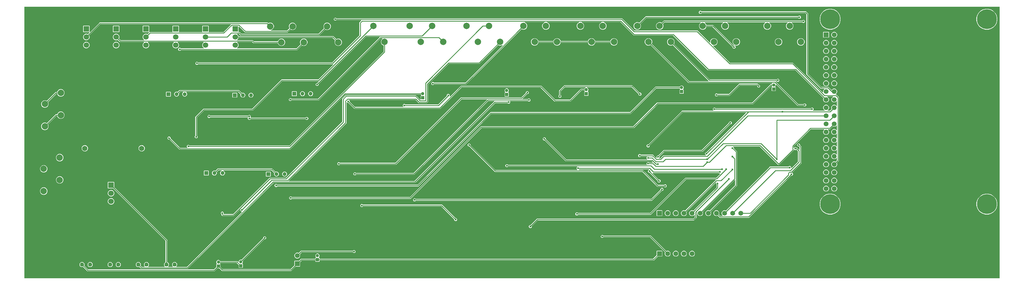
<source format=gbr>
G04 EAGLE Gerber RS-274X export*
G75*
%MOMM*%
%FSLAX34Y34*%
%LPD*%
%INBottom Copper*%
%IPPOS*%
%AMOC8*
5,1,8,0,0,1.08239X$1,22.5*%
G01*
%ADD10C,6.200000*%
%ADD11C,1.500000*%
%ADD12R,1.500000X1.500000*%
%ADD13R,1.200000X1.200000*%
%ADD14C,1.200000*%
%ADD15C,2.000000*%
%ADD16R,1.700000X1.700000*%
%ADD17C,1.700000*%
%ADD18R,0.812800X0.812800*%
%ADD19R,1.000000X1.000000*%
%ADD20C,1.000000*%
%ADD21C,1.650000*%
%ADD22C,0.600000*%
%ADD23C,0.254000*%

G36*
X3051868Y-1007D02*
X3051868Y-1007D01*
X3051926Y-1009D01*
X3052008Y-987D01*
X3052092Y-975D01*
X3052145Y-952D01*
X3052202Y-937D01*
X3052274Y-894D01*
X3052351Y-859D01*
X3052396Y-821D01*
X3052446Y-792D01*
X3052504Y-730D01*
X3052568Y-676D01*
X3052600Y-627D01*
X3052640Y-584D01*
X3052679Y-509D01*
X3052726Y-439D01*
X3052743Y-383D01*
X3052770Y-331D01*
X3052781Y-263D01*
X3052811Y-168D01*
X3052814Y-68D01*
X3052825Y0D01*
X3052825Y849630D01*
X3052817Y849688D01*
X3052819Y849746D01*
X3052797Y849828D01*
X3052786Y849912D01*
X3052762Y849965D01*
X3052747Y850021D01*
X3052704Y850094D01*
X3052669Y850171D01*
X3052631Y850216D01*
X3052602Y850266D01*
X3052540Y850324D01*
X3052486Y850388D01*
X3052437Y850420D01*
X3052394Y850460D01*
X3052319Y850499D01*
X3052249Y850546D01*
X3052193Y850563D01*
X3052141Y850590D01*
X3052073Y850601D01*
X3051978Y850631D01*
X3051878Y850634D01*
X3051810Y850645D01*
X3810Y850645D01*
X3752Y850637D01*
X3694Y850639D01*
X3612Y850617D01*
X3529Y850605D01*
X3475Y850582D01*
X3419Y850567D01*
X3346Y850524D01*
X3269Y850489D01*
X3224Y850451D01*
X3174Y850422D01*
X3116Y850360D01*
X3052Y850306D01*
X3020Y850257D01*
X2980Y850214D01*
X2941Y850139D01*
X2895Y850069D01*
X2877Y850013D01*
X2850Y849961D01*
X2839Y849893D01*
X2809Y849798D01*
X2806Y849698D01*
X2795Y849630D01*
X2795Y0D01*
X2803Y-58D01*
X2801Y-116D01*
X2823Y-198D01*
X2835Y-282D01*
X2859Y-335D01*
X2873Y-391D01*
X2916Y-464D01*
X2951Y-541D01*
X2989Y-586D01*
X3019Y-636D01*
X3080Y-694D01*
X3135Y-758D01*
X3183Y-790D01*
X3226Y-830D01*
X3301Y-869D01*
X3371Y-916D01*
X3427Y-933D01*
X3479Y-960D01*
X3547Y-971D01*
X3642Y-1001D01*
X3742Y-1004D01*
X3810Y-1015D01*
X3051810Y-1015D01*
X3051868Y-1007D01*
G37*
%LPC*%
G36*
X367735Y29209D02*
X367735Y29209D01*
X362759Y34185D01*
X362689Y34238D01*
X362625Y34298D01*
X362576Y34323D01*
X362532Y34356D01*
X362450Y34388D01*
X362372Y34427D01*
X362325Y34435D01*
X362266Y34458D01*
X362118Y34470D01*
X362041Y34483D01*
X355404Y34483D01*
X354214Y35673D01*
X352750Y37137D01*
X351560Y38327D01*
X351560Y45493D01*
X352750Y46683D01*
X354214Y48147D01*
X355404Y49337D01*
X362570Y49337D01*
X363760Y48147D01*
X365223Y46683D01*
X365224Y46683D01*
X366414Y45493D01*
X366414Y38856D01*
X366426Y38769D01*
X366429Y38682D01*
X366446Y38629D01*
X366454Y38574D01*
X366490Y38494D01*
X366517Y38411D01*
X366545Y38372D01*
X366570Y38315D01*
X366666Y38202D01*
X366711Y38138D01*
X369753Y35096D01*
X369823Y35044D01*
X369887Y34984D01*
X369936Y34958D01*
X369980Y34925D01*
X370062Y34894D01*
X370140Y34854D01*
X370187Y34846D01*
X370246Y34824D01*
X370394Y34812D01*
X370471Y34799D01*
X378037Y34799D01*
X378066Y34803D01*
X378096Y34800D01*
X378207Y34823D01*
X378319Y34839D01*
X378345Y34851D01*
X378374Y34856D01*
X378475Y34908D01*
X378578Y34955D01*
X378601Y34974D01*
X378627Y34987D01*
X378709Y35065D01*
X378795Y35138D01*
X378811Y35163D01*
X378833Y35183D01*
X378890Y35281D01*
X378953Y35375D01*
X378962Y35403D01*
X378976Y35428D01*
X379004Y35538D01*
X379039Y35646D01*
X379039Y35676D01*
X379047Y35704D01*
X379043Y35817D01*
X379046Y35930D01*
X379038Y35959D01*
X379037Y35988D01*
X379003Y36096D01*
X378974Y36205D01*
X378959Y36231D01*
X378950Y36259D01*
X378905Y36322D01*
X378829Y36450D01*
X378783Y36493D01*
X378755Y36532D01*
X378150Y37137D01*
X376960Y38327D01*
X376960Y45493D01*
X378150Y46683D01*
X379614Y48147D01*
X380804Y49337D01*
X387970Y49337D01*
X389160Y48147D01*
X390623Y46683D01*
X390624Y46683D01*
X391814Y45493D01*
X391814Y38327D01*
X390624Y37137D01*
X390623Y37137D01*
X390019Y36532D01*
X390001Y36508D01*
X389979Y36489D01*
X389916Y36395D01*
X389848Y36305D01*
X389837Y36277D01*
X389821Y36253D01*
X389787Y36145D01*
X389747Y36039D01*
X389744Y36010D01*
X389735Y35982D01*
X389732Y35868D01*
X389723Y35756D01*
X389729Y35727D01*
X389728Y35698D01*
X389757Y35588D01*
X389779Y35477D01*
X389792Y35451D01*
X389800Y35423D01*
X389858Y35325D01*
X389910Y35225D01*
X389930Y35203D01*
X389945Y35178D01*
X390028Y35101D01*
X390106Y35019D01*
X390131Y35004D01*
X390152Y34984D01*
X390253Y34932D01*
X390351Y34875D01*
X390379Y34868D01*
X390405Y34854D01*
X390483Y34841D01*
X390626Y34805D01*
X390689Y34807D01*
X390737Y34799D01*
X440690Y34799D01*
X440719Y34803D01*
X440749Y34800D01*
X440860Y34823D01*
X440972Y34839D01*
X440999Y34851D01*
X441027Y34856D01*
X441128Y34908D01*
X441231Y34955D01*
X441254Y34974D01*
X441280Y34987D01*
X441362Y35065D01*
X441448Y35138D01*
X441464Y35163D01*
X441486Y35183D01*
X441543Y35281D01*
X441606Y35375D01*
X441615Y35403D01*
X441630Y35428D01*
X441657Y35538D01*
X441692Y35646D01*
X441692Y35676D01*
X441700Y35704D01*
X441696Y35817D01*
X441699Y35930D01*
X441692Y35959D01*
X441691Y35988D01*
X441656Y36096D01*
X441627Y36205D01*
X441612Y36231D01*
X441603Y36259D01*
X441558Y36322D01*
X441482Y36450D01*
X441436Y36493D01*
X441408Y36532D01*
X440803Y37137D01*
X439613Y38327D01*
X439613Y45493D01*
X443495Y49375D01*
X443512Y49377D01*
X443565Y49401D01*
X443621Y49416D01*
X443694Y49459D01*
X443771Y49493D01*
X443816Y49531D01*
X443866Y49561D01*
X443924Y49622D01*
X443988Y49677D01*
X444020Y49726D01*
X444060Y49768D01*
X444099Y49843D01*
X444146Y49914D01*
X444163Y49969D01*
X444190Y50021D01*
X444201Y50089D01*
X444231Y50185D01*
X444234Y50284D01*
X444245Y50352D01*
X444245Y116072D01*
X444233Y116159D01*
X444230Y116246D01*
X444213Y116299D01*
X444205Y116354D01*
X444170Y116433D01*
X444143Y116517D01*
X444115Y116556D01*
X444089Y116613D01*
X443993Y116726D01*
X443948Y116790D01*
X280230Y280508D01*
X280160Y280560D01*
X280096Y280620D01*
X280047Y280646D01*
X280003Y280679D01*
X279921Y280710D01*
X279843Y280750D01*
X279796Y280758D01*
X279737Y280780D01*
X279589Y280792D01*
X279512Y280805D01*
X264729Y280805D01*
X263836Y281698D01*
X263836Y299962D01*
X264729Y300855D01*
X282992Y300855D01*
X283885Y299962D01*
X283885Y285178D01*
X283897Y285092D01*
X283900Y285004D01*
X283917Y284951D01*
X283925Y284897D01*
X283961Y284817D01*
X283988Y284734D01*
X284016Y284694D01*
X284041Y284637D01*
X284137Y284524D01*
X284182Y284460D01*
X449835Y118808D01*
X449835Y50352D01*
X449843Y50295D01*
X449841Y50236D01*
X449863Y50154D01*
X449875Y50071D01*
X449898Y50018D01*
X449913Y49961D01*
X449956Y49889D01*
X449991Y49811D01*
X450029Y49767D01*
X450058Y49717D01*
X450120Y49659D01*
X450174Y49594D01*
X450223Y49562D01*
X450266Y49522D01*
X450341Y49484D01*
X450411Y49437D01*
X450467Y49419D01*
X450519Y49393D01*
X450577Y49383D01*
X454467Y45493D01*
X454467Y38327D01*
X452672Y36532D01*
X452654Y36508D01*
X452632Y36489D01*
X452569Y36395D01*
X452501Y36305D01*
X452490Y36277D01*
X452474Y36253D01*
X452440Y36145D01*
X452400Y36039D01*
X452397Y36010D01*
X452388Y35982D01*
X452385Y35868D01*
X452376Y35756D01*
X452382Y35727D01*
X452381Y35698D01*
X452410Y35588D01*
X452432Y35477D01*
X452445Y35451D01*
X452453Y35423D01*
X452511Y35325D01*
X452563Y35225D01*
X452583Y35203D01*
X452598Y35178D01*
X452681Y35101D01*
X452759Y35019D01*
X452784Y35004D01*
X452805Y34984D01*
X452906Y34932D01*
X453004Y34875D01*
X453032Y34868D01*
X453059Y34854D01*
X453136Y34841D01*
X453280Y34805D01*
X453342Y34807D01*
X453390Y34799D01*
X466090Y34799D01*
X466119Y34803D01*
X466149Y34800D01*
X466260Y34823D01*
X466372Y34839D01*
X466399Y34851D01*
X466427Y34856D01*
X466528Y34909D01*
X466631Y34955D01*
X466654Y34974D01*
X466680Y34987D01*
X466762Y35065D01*
X466848Y35138D01*
X466865Y35163D01*
X466886Y35183D01*
X466943Y35281D01*
X467006Y35375D01*
X467015Y35403D01*
X467030Y35428D01*
X467057Y35538D01*
X467092Y35646D01*
X467092Y35676D01*
X467100Y35704D01*
X467096Y35817D01*
X467099Y35930D01*
X467092Y35959D01*
X467091Y35988D01*
X467056Y36096D01*
X467027Y36205D01*
X467012Y36231D01*
X467003Y36259D01*
X466957Y36323D01*
X466882Y36450D01*
X466836Y36493D01*
X466808Y36532D01*
X466203Y37137D01*
X465013Y38327D01*
X465013Y45493D01*
X468857Y49337D01*
X476023Y49337D01*
X477213Y48147D01*
X478677Y46683D01*
X479867Y45493D01*
X479867Y38327D01*
X478072Y36532D01*
X478054Y36508D01*
X478032Y36489D01*
X477969Y36395D01*
X477901Y36305D01*
X477890Y36277D01*
X477874Y36253D01*
X477840Y36145D01*
X477800Y36039D01*
X477797Y36010D01*
X477788Y35982D01*
X477785Y35868D01*
X477776Y35756D01*
X477782Y35727D01*
X477781Y35698D01*
X477810Y35588D01*
X477832Y35477D01*
X477845Y35451D01*
X477853Y35423D01*
X477911Y35325D01*
X477963Y35225D01*
X477983Y35203D01*
X477998Y35178D01*
X478081Y35101D01*
X478159Y35019D01*
X478184Y35004D01*
X478205Y34984D01*
X478306Y34932D01*
X478404Y34875D01*
X478432Y34868D01*
X478459Y34854D01*
X478536Y34841D01*
X478680Y34805D01*
X478742Y34807D01*
X478790Y34799D01*
X510486Y34799D01*
X510572Y34811D01*
X510660Y34814D01*
X510713Y34831D01*
X510767Y34839D01*
X510847Y34874D01*
X510930Y34901D01*
X510970Y34929D01*
X511027Y34955D01*
X511140Y35051D01*
X511204Y35096D01*
X682702Y206594D01*
X682719Y206618D01*
X682742Y206637D01*
X682805Y206731D01*
X682873Y206821D01*
X682883Y206849D01*
X682899Y206873D01*
X682934Y206981D01*
X682974Y207087D01*
X682976Y207116D01*
X682985Y207144D01*
X682988Y207258D01*
X682998Y207370D01*
X682992Y207399D01*
X682993Y207428D01*
X682964Y207538D01*
X682942Y207649D01*
X682928Y207675D01*
X682921Y207703D01*
X682863Y207801D01*
X682811Y207901D01*
X682790Y207923D01*
X682775Y207948D01*
X682693Y208025D01*
X682615Y208107D01*
X682590Y208122D01*
X682568Y208142D01*
X682467Y208194D01*
X682370Y208251D01*
X682341Y208258D01*
X682315Y208272D01*
X682238Y208285D01*
X682094Y208321D01*
X682032Y208319D01*
X681984Y208327D01*
X680878Y208327D01*
X678227Y210978D01*
X678227Y212846D01*
X678223Y212875D01*
X678226Y212904D01*
X678203Y213015D01*
X678187Y213127D01*
X678175Y213154D01*
X678170Y213183D01*
X678118Y213283D01*
X678071Y213387D01*
X678052Y213409D01*
X678039Y213435D01*
X677961Y213517D01*
X677888Y213604D01*
X677863Y213620D01*
X677843Y213641D01*
X677745Y213699D01*
X677651Y213761D01*
X677623Y213770D01*
X677598Y213785D01*
X677488Y213813D01*
X677380Y213847D01*
X677350Y213848D01*
X677322Y213855D01*
X677209Y213852D01*
X677096Y213854D01*
X677067Y213847D01*
X677038Y213846D01*
X676930Y213811D01*
X676821Y213783D01*
X676795Y213768D01*
X676767Y213759D01*
X676704Y213713D01*
X676576Y213637D01*
X676533Y213592D01*
X676494Y213564D01*
X657494Y194563D01*
X622547Y194563D01*
X622473Y194553D01*
X622416Y194555D01*
X621482Y194433D01*
X621481Y194433D01*
X621376Y194493D01*
X621355Y194498D01*
X621335Y194508D01*
X621261Y194520D01*
X621162Y194544D01*
X620499Y195207D01*
X620438Y195252D01*
X620400Y195294D01*
X619653Y195868D01*
X619653Y195869D01*
X619621Y195985D01*
X619609Y196004D01*
X619602Y196025D01*
X619559Y196086D01*
X619505Y196173D01*
X619505Y197111D01*
X619495Y197185D01*
X619497Y197242D01*
X619301Y198740D01*
X619296Y198761D01*
X619295Y198783D01*
X619258Y198898D01*
X619225Y199014D01*
X619214Y199033D01*
X619207Y199053D01*
X619164Y199115D01*
X619077Y199256D01*
X619037Y199292D01*
X619012Y199327D01*
X617013Y201326D01*
X617013Y205074D01*
X619664Y207725D01*
X623412Y207725D01*
X626063Y205074D01*
X626063Y201168D01*
X626071Y201110D01*
X626069Y201052D01*
X626091Y200970D01*
X626103Y200886D01*
X626126Y200833D01*
X626141Y200777D01*
X626184Y200704D01*
X626219Y200627D01*
X626257Y200582D01*
X626286Y200532D01*
X626348Y200474D01*
X626402Y200410D01*
X626451Y200378D01*
X626494Y200338D01*
X626569Y200299D01*
X626639Y200252D01*
X626695Y200235D01*
X626747Y200208D01*
X626815Y200197D01*
X626910Y200167D01*
X627010Y200164D01*
X627078Y200153D01*
X654758Y200153D01*
X654844Y200165D01*
X654932Y200168D01*
X654985Y200185D01*
X655039Y200193D01*
X655119Y200228D01*
X655202Y200255D01*
X655242Y200283D01*
X655299Y200309D01*
X655412Y200405D01*
X655476Y200450D01*
X769224Y314199D01*
X820112Y314199D01*
X820198Y314211D01*
X820286Y314214D01*
X820339Y314231D01*
X820393Y314239D01*
X820473Y314274D01*
X820556Y314301D01*
X820596Y314329D01*
X820653Y314355D01*
X820766Y314451D01*
X820830Y314496D01*
X996652Y490318D01*
X996704Y490388D01*
X996764Y490452D01*
X996790Y490501D01*
X996823Y490545D01*
X996854Y490627D01*
X996894Y490705D01*
X996902Y490753D01*
X996924Y490811D01*
X996936Y490959D01*
X996949Y491036D01*
X996949Y562498D01*
X998884Y564432D01*
X1005494Y571042D01*
X1005494Y571043D01*
X1007429Y572977D01*
X1226915Y572977D01*
X1228598Y571294D01*
X1240152Y559740D01*
X1240176Y559722D01*
X1240195Y559700D01*
X1240289Y559637D01*
X1240379Y559569D01*
X1240407Y559559D01*
X1240431Y559542D01*
X1240539Y559508D01*
X1240645Y559468D01*
X1240674Y559465D01*
X1240702Y559457D01*
X1240816Y559454D01*
X1240928Y559444D01*
X1240957Y559450D01*
X1240986Y559449D01*
X1241096Y559478D01*
X1241207Y559500D01*
X1241233Y559514D01*
X1241261Y559521D01*
X1241359Y559579D01*
X1241459Y559631D01*
X1241481Y559651D01*
X1241506Y559666D01*
X1241583Y559749D01*
X1241665Y559827D01*
X1241680Y559852D01*
X1241700Y559874D01*
X1241752Y559975D01*
X1241809Y560072D01*
X1241816Y560101D01*
X1241830Y560127D01*
X1241843Y560204D01*
X1241879Y560348D01*
X1241877Y560410D01*
X1241885Y560458D01*
X1241885Y570782D01*
X1242778Y571675D01*
X1242907Y571675D01*
X1242936Y571679D01*
X1242965Y571676D01*
X1243076Y571699D01*
X1243188Y571715D01*
X1243215Y571727D01*
X1243244Y571732D01*
X1243345Y571785D01*
X1243448Y571831D01*
X1243470Y571850D01*
X1243496Y571863D01*
X1243578Y571941D01*
X1243665Y572014D01*
X1243681Y572039D01*
X1243702Y572059D01*
X1243760Y572157D01*
X1243822Y572251D01*
X1243831Y572279D01*
X1243846Y572304D01*
X1243874Y572414D01*
X1243908Y572522D01*
X1243909Y572552D01*
X1243916Y572580D01*
X1243913Y572693D01*
X1243915Y572806D01*
X1243908Y572835D01*
X1243907Y572864D01*
X1243872Y572972D01*
X1243844Y573081D01*
X1243829Y573107D01*
X1243820Y573135D01*
X1243774Y573199D01*
X1243698Y573326D01*
X1243653Y573369D01*
X1243625Y573408D01*
X1242879Y574154D01*
X1242765Y574428D01*
X1242764Y574430D01*
X1242764Y574431D01*
X1242696Y574546D01*
X1242620Y574673D01*
X1242619Y574674D01*
X1242618Y574676D01*
X1242517Y574771D01*
X1242414Y574869D01*
X1242412Y574869D01*
X1242411Y574870D01*
X1242289Y574933D01*
X1242161Y574999D01*
X1242159Y574999D01*
X1242158Y575000D01*
X1242143Y575002D01*
X1241882Y575054D01*
X1241852Y575051D01*
X1241827Y575055D01*
X1006402Y575055D01*
X1006316Y575043D01*
X1006228Y575040D01*
X1006175Y575023D01*
X1006121Y575015D01*
X1006041Y574980D01*
X1005958Y574953D01*
X1005918Y574925D01*
X1005861Y574899D01*
X1005748Y574803D01*
X1005684Y574758D01*
X833262Y402335D01*
X487538Y402335D01*
X456038Y433836D01*
X455968Y433888D01*
X455904Y433948D01*
X455855Y433974D01*
X455811Y434007D01*
X455729Y434038D01*
X455651Y434078D01*
X455603Y434086D01*
X455545Y434108D01*
X455397Y434120D01*
X455320Y434133D01*
X453294Y434133D01*
X450643Y436784D01*
X450643Y440532D01*
X453294Y443183D01*
X457042Y443183D01*
X459693Y440532D01*
X459693Y438506D01*
X459705Y438420D01*
X459708Y438332D01*
X459725Y438279D01*
X459733Y438225D01*
X459768Y438145D01*
X459795Y438062D01*
X459823Y438022D01*
X459849Y437965D01*
X459945Y437852D01*
X459990Y437788D01*
X489556Y408222D01*
X489626Y408170D01*
X489690Y408110D01*
X489739Y408084D01*
X489783Y408051D01*
X489865Y408020D01*
X489943Y407980D01*
X489991Y407972D01*
X490049Y407950D01*
X490197Y407938D01*
X490274Y407925D01*
X511341Y407925D01*
X511370Y407929D01*
X511400Y407926D01*
X511511Y407949D01*
X511623Y407965D01*
X511650Y407977D01*
X511678Y407982D01*
X511779Y408035D01*
X511882Y408081D01*
X511905Y408100D01*
X511931Y408113D01*
X512013Y408191D01*
X512099Y408264D01*
X512115Y408289D01*
X512137Y408309D01*
X512194Y408407D01*
X512257Y408501D01*
X512266Y408529D01*
X512280Y408554D01*
X512308Y408664D01*
X512343Y408772D01*
X512343Y408802D01*
X512351Y408830D01*
X512347Y408943D01*
X512350Y409056D01*
X512342Y409085D01*
X512342Y409114D01*
X512307Y409222D01*
X512278Y409331D01*
X512263Y409357D01*
X512254Y409385D01*
X512208Y409449D01*
X512133Y409576D01*
X512087Y409619D01*
X512059Y409658D01*
X511095Y410622D01*
X511095Y414370D01*
X513746Y417021D01*
X517494Y417021D01*
X518927Y415588D01*
X518997Y415536D01*
X519061Y415476D01*
X519110Y415450D01*
X519154Y415417D01*
X519236Y415386D01*
X519314Y415346D01*
X519361Y415338D01*
X519420Y415316D01*
X519567Y415304D01*
X519645Y415291D01*
X830526Y415291D01*
X830612Y415303D01*
X830700Y415306D01*
X830753Y415323D01*
X830807Y415331D01*
X830887Y415366D01*
X830970Y415393D01*
X831010Y415421D01*
X831067Y415447D01*
X831180Y415543D01*
X831244Y415588D01*
X1125938Y710282D01*
X1125990Y710352D01*
X1126050Y710416D01*
X1126076Y710465D01*
X1126109Y710509D01*
X1126140Y710591D01*
X1126180Y710669D01*
X1126188Y710717D01*
X1126210Y710775D01*
X1126222Y710923D01*
X1126235Y711000D01*
X1126235Y728415D01*
X1126235Y728417D01*
X1126235Y728418D01*
X1126215Y728558D01*
X1126195Y728696D01*
X1126195Y728698D01*
X1126195Y728699D01*
X1126139Y728821D01*
X1126079Y728956D01*
X1126078Y728957D01*
X1126077Y728959D01*
X1125986Y729066D01*
X1125896Y729173D01*
X1125894Y729174D01*
X1125893Y729175D01*
X1125880Y729183D01*
X1125659Y729330D01*
X1125630Y729340D01*
X1125609Y729353D01*
X1122502Y730640D01*
X1119260Y733882D01*
X1117505Y738118D01*
X1117505Y742702D01*
X1119260Y746938D01*
X1122014Y749693D01*
X1122032Y749716D01*
X1122054Y749735D01*
X1122117Y749829D01*
X1122185Y749920D01*
X1122196Y749947D01*
X1122212Y749972D01*
X1122246Y750080D01*
X1122286Y750185D01*
X1122289Y750215D01*
X1122298Y750243D01*
X1122301Y750356D01*
X1122310Y750469D01*
X1122304Y750497D01*
X1122305Y750527D01*
X1122276Y750636D01*
X1122254Y750748D01*
X1122240Y750774D01*
X1122233Y750802D01*
X1122175Y750899D01*
X1122123Y751000D01*
X1122103Y751021D01*
X1122088Y751046D01*
X1122005Y751124D01*
X1121927Y751206D01*
X1121902Y751221D01*
X1121881Y751241D01*
X1121780Y751292D01*
X1121682Y751350D01*
X1121654Y751357D01*
X1121627Y751370D01*
X1121550Y751383D01*
X1121406Y751420D01*
X1121344Y751418D01*
X1121296Y751426D01*
X1118511Y751426D01*
X1118424Y751414D01*
X1118337Y751411D01*
X1118284Y751394D01*
X1118229Y751386D01*
X1118149Y751350D01*
X1118066Y751323D01*
X1118027Y751295D01*
X1117970Y751270D01*
X1117856Y751174D01*
X1117793Y751128D01*
X925112Y558448D01*
X923178Y556513D01*
X838415Y556513D01*
X838328Y556501D01*
X838241Y556498D01*
X838188Y556481D01*
X838133Y556473D01*
X838054Y556438D01*
X837970Y556411D01*
X837931Y556383D01*
X837874Y556357D01*
X837761Y556261D01*
X837697Y556216D01*
X836264Y554783D01*
X832516Y554783D01*
X829865Y557434D01*
X829865Y561182D01*
X832516Y563833D01*
X836264Y563833D01*
X837697Y562400D01*
X837767Y562348D01*
X837831Y562288D01*
X837880Y562262D01*
X837924Y562229D01*
X838006Y562198D01*
X838084Y562158D01*
X838131Y562150D01*
X838190Y562128D01*
X838337Y562116D01*
X838415Y562103D01*
X920442Y562103D01*
X920529Y562115D01*
X920616Y562118D01*
X920669Y562135D01*
X920723Y562143D01*
X920803Y562178D01*
X920886Y562205D01*
X920926Y562233D01*
X920983Y562259D01*
X921096Y562355D01*
X921160Y562400D01*
X1113532Y754773D01*
X1113550Y754796D01*
X1113572Y754815D01*
X1113635Y754910D01*
X1113703Y755000D01*
X1113714Y755027D01*
X1113730Y755052D01*
X1113764Y755160D01*
X1113804Y755265D01*
X1113807Y755295D01*
X1113816Y755323D01*
X1113819Y755436D01*
X1113828Y755549D01*
X1113822Y755577D01*
X1113823Y755607D01*
X1113794Y755716D01*
X1113772Y755828D01*
X1113759Y755854D01*
X1113751Y755882D01*
X1113693Y755979D01*
X1113641Y756080D01*
X1113621Y756101D01*
X1113606Y756126D01*
X1113523Y756204D01*
X1113445Y756286D01*
X1113420Y756301D01*
X1113399Y756321D01*
X1113298Y756372D01*
X1113200Y756430D01*
X1113172Y756437D01*
X1113145Y756450D01*
X1113068Y756463D01*
X1112924Y756500D01*
X1112862Y756498D01*
X1112814Y756506D01*
X1072283Y756506D01*
X1072196Y756494D01*
X1072109Y756491D01*
X1072056Y756474D01*
X1072001Y756466D01*
X1071921Y756430D01*
X1071838Y756403D01*
X1071799Y756375D01*
X1071742Y756350D01*
X1071628Y756254D01*
X1071565Y756208D01*
X923032Y607676D01*
X922980Y607606D01*
X922920Y607542D01*
X922894Y607493D01*
X922861Y607449D01*
X922830Y607367D01*
X922790Y607289D01*
X922782Y607241D01*
X922760Y607183D01*
X922748Y607035D01*
X922735Y606958D01*
X922735Y604932D01*
X920084Y602281D01*
X916336Y602281D01*
X913685Y604932D01*
X913685Y608680D01*
X916336Y611331D01*
X918362Y611331D01*
X918448Y611343D01*
X918536Y611346D01*
X918588Y611363D01*
X918643Y611371D01*
X918723Y611406D01*
X918806Y611433D01*
X918846Y611461D01*
X918903Y611487D01*
X919016Y611583D01*
X919080Y611628D01*
X922684Y615232D01*
X922701Y615256D01*
X922724Y615275D01*
X922786Y615369D01*
X922855Y615459D01*
X922865Y615487D01*
X922881Y615511D01*
X922916Y615619D01*
X922956Y615725D01*
X922958Y615754D01*
X922967Y615782D01*
X922970Y615896D01*
X922979Y616008D01*
X922974Y616037D01*
X922974Y616066D01*
X922946Y616176D01*
X922923Y616287D01*
X922910Y616313D01*
X922903Y616341D01*
X922845Y616439D01*
X922792Y616539D01*
X922772Y616561D01*
X922757Y616586D01*
X922675Y616663D01*
X922597Y616745D01*
X922571Y616760D01*
X922550Y616780D01*
X922449Y616832D01*
X922351Y616889D01*
X922323Y616896D01*
X922297Y616910D01*
X922219Y616923D01*
X922076Y616959D01*
X922013Y616957D01*
X921966Y616965D01*
X809806Y616965D01*
X809720Y616953D01*
X809632Y616950D01*
X809579Y616933D01*
X809525Y616925D01*
X809445Y616890D01*
X809362Y616863D01*
X809322Y616835D01*
X809265Y616809D01*
X809152Y616713D01*
X809088Y616668D01*
X719626Y527206D01*
X717692Y525271D01*
X565458Y525271D01*
X565372Y525259D01*
X565284Y525256D01*
X565231Y525239D01*
X565177Y525231D01*
X565097Y525196D01*
X565014Y525169D01*
X564974Y525141D01*
X564917Y525115D01*
X564804Y525019D01*
X564740Y524974D01*
X543274Y503508D01*
X543221Y503438D01*
X543161Y503374D01*
X543136Y503324D01*
X543103Y503280D01*
X543072Y503199D01*
X543032Y503121D01*
X543024Y503073D01*
X543002Y503015D01*
X542990Y502867D01*
X542977Y502790D01*
X542977Y446531D01*
X542989Y446444D01*
X542992Y446357D01*
X543009Y446304D01*
X543016Y446249D01*
X543052Y446170D01*
X543079Y446086D01*
X543107Y446047D01*
X543133Y445990D01*
X543229Y445877D01*
X543274Y445813D01*
X544707Y444380D01*
X544707Y440632D01*
X542056Y437981D01*
X538308Y437981D01*
X535657Y440632D01*
X535657Y444380D01*
X537090Y445813D01*
X537142Y445883D01*
X537202Y445947D01*
X537227Y445996D01*
X537261Y446040D01*
X537292Y446122D01*
X537332Y446200D01*
X537340Y446247D01*
X537362Y446306D01*
X537374Y446453D01*
X537387Y446531D01*
X537387Y505525D01*
X562722Y530861D01*
X714956Y530861D01*
X715043Y530873D01*
X715130Y530876D01*
X715183Y530893D01*
X715237Y530901D01*
X715317Y530936D01*
X715400Y530963D01*
X715440Y530991D01*
X715497Y531017D01*
X715610Y531113D01*
X715674Y531158D01*
X805136Y620620D01*
X807027Y622511D01*
X807070Y622555D01*
X921802Y622555D01*
X921888Y622567D01*
X921976Y622570D01*
X922028Y622587D01*
X922083Y622595D01*
X922163Y622630D01*
X922246Y622657D01*
X922286Y622685D01*
X922343Y622711D01*
X922456Y622807D01*
X922520Y622852D01*
X968494Y668826D01*
X968511Y668850D01*
X968534Y668869D01*
X968597Y668963D01*
X968665Y669053D01*
X968675Y669081D01*
X968691Y669105D01*
X968726Y669213D01*
X968766Y669319D01*
X968768Y669348D01*
X968777Y669376D01*
X968780Y669490D01*
X968789Y669602D01*
X968784Y669631D01*
X968784Y669660D01*
X968756Y669770D01*
X968733Y669881D01*
X968720Y669907D01*
X968713Y669935D01*
X968655Y670033D01*
X968602Y670133D01*
X968582Y670155D01*
X968567Y670180D01*
X968485Y670257D01*
X968407Y670339D01*
X968381Y670354D01*
X968360Y670374D01*
X968259Y670426D01*
X968161Y670483D01*
X968133Y670490D01*
X968107Y670504D01*
X968029Y670517D01*
X967886Y670553D01*
X967823Y670551D01*
X967776Y670559D01*
X546315Y670559D01*
X546228Y670547D01*
X546141Y670544D01*
X546088Y670527D01*
X546033Y670519D01*
X545953Y670484D01*
X545870Y670457D01*
X545831Y670429D01*
X545774Y670403D01*
X545661Y670307D01*
X545597Y670262D01*
X544164Y668829D01*
X540416Y668829D01*
X537765Y671480D01*
X537765Y675228D01*
X540416Y677879D01*
X544164Y677879D01*
X545597Y676446D01*
X545667Y676394D01*
X545731Y676334D01*
X545780Y676308D01*
X545824Y676275D01*
X545906Y676244D01*
X545984Y676204D01*
X546031Y676196D01*
X546090Y676174D01*
X546237Y676162D01*
X546315Y676149D01*
X965146Y676149D01*
X965232Y676161D01*
X965320Y676164D01*
X965373Y676181D01*
X965427Y676189D01*
X965507Y676224D01*
X965590Y676251D01*
X965630Y676279D01*
X965687Y676305D01*
X965800Y676401D01*
X965864Y676446D01*
X1049992Y760574D01*
X1050044Y760644D01*
X1050104Y760708D01*
X1050130Y760757D01*
X1050163Y760801D01*
X1050194Y760883D01*
X1050234Y760961D01*
X1050242Y761009D01*
X1050264Y761067D01*
X1050276Y761215D01*
X1050289Y761292D01*
X1050289Y801258D01*
X1051981Y802949D01*
X1055834Y806802D01*
X1056034Y807002D01*
X1056051Y807026D01*
X1056074Y807045D01*
X1056137Y807139D01*
X1056205Y807229D01*
X1056215Y807257D01*
X1056231Y807281D01*
X1056266Y807389D01*
X1056306Y807495D01*
X1056308Y807524D01*
X1056317Y807552D01*
X1056320Y807665D01*
X1056329Y807778D01*
X1056324Y807807D01*
X1056324Y807836D01*
X1056296Y807946D01*
X1056274Y808057D01*
X1056260Y808083D01*
X1056253Y808111D01*
X1056195Y808209D01*
X1056143Y808309D01*
X1056122Y808331D01*
X1056107Y808356D01*
X1056025Y808433D01*
X1055947Y808515D01*
X1055922Y808530D01*
X1055900Y808550D01*
X1055799Y808602D01*
X1055702Y808659D01*
X1055673Y808666D01*
X1055647Y808680D01*
X1055570Y808693D01*
X1055426Y808729D01*
X1055364Y808727D01*
X1055316Y808735D01*
X978623Y808735D01*
X978536Y808723D01*
X978449Y808720D01*
X978396Y808703D01*
X978341Y808695D01*
X978261Y808660D01*
X978178Y808633D01*
X978139Y808605D01*
X978082Y808579D01*
X977969Y808483D01*
X977905Y808438D01*
X976472Y807005D01*
X972724Y807005D01*
X970073Y809656D01*
X970073Y813404D01*
X972724Y816055D01*
X976472Y816055D01*
X977905Y814622D01*
X977975Y814570D01*
X978039Y814510D01*
X978088Y814484D01*
X978132Y814451D01*
X978214Y814420D01*
X978292Y814380D01*
X978339Y814372D01*
X978398Y814350D01*
X978545Y814338D01*
X978623Y814325D01*
X1871614Y814325D01*
X1909924Y776014D01*
X1909994Y775962D01*
X1910058Y775902D01*
X1910107Y775876D01*
X1910151Y775843D01*
X1910233Y775812D01*
X1910311Y775772D01*
X1910359Y775764D01*
X1910417Y775742D01*
X1910565Y775730D01*
X1910642Y775717D01*
X2108088Y775717D01*
X2145742Y738062D01*
X2145766Y738045D01*
X2145785Y738022D01*
X2145879Y737959D01*
X2145969Y737891D01*
X2145997Y737881D01*
X2146021Y737865D01*
X2146129Y737830D01*
X2146235Y737790D01*
X2146264Y737788D01*
X2146292Y737779D01*
X2146406Y737776D01*
X2146518Y737767D01*
X2146547Y737772D01*
X2146576Y737772D01*
X2146686Y737800D01*
X2146797Y737822D01*
X2146823Y737836D01*
X2146851Y737843D01*
X2146949Y737901D01*
X2147049Y737953D01*
X2147071Y737974D01*
X2147096Y737989D01*
X2147173Y738071D01*
X2147255Y738149D01*
X2147270Y738175D01*
X2147290Y738196D01*
X2147342Y738297D01*
X2147399Y738394D01*
X2147406Y738423D01*
X2147420Y738449D01*
X2147433Y738526D01*
X2147469Y738670D01*
X2147467Y738732D01*
X2147475Y738780D01*
X2147475Y742702D01*
X2149230Y746938D01*
X2152472Y750180D01*
X2156708Y751935D01*
X2161292Y751935D01*
X2165528Y750180D01*
X2168770Y746938D01*
X2170525Y742702D01*
X2170525Y738118D01*
X2168770Y733882D01*
X2165528Y730640D01*
X2161292Y728885D01*
X2157370Y728885D01*
X2157341Y728881D01*
X2157312Y728884D01*
X2157201Y728861D01*
X2157089Y728845D01*
X2157062Y728833D01*
X2157033Y728828D01*
X2156933Y728776D01*
X2156829Y728729D01*
X2156807Y728710D01*
X2156781Y728697D01*
X2156699Y728619D01*
X2156612Y728546D01*
X2156596Y728521D01*
X2156575Y728501D01*
X2156517Y728403D01*
X2156455Y728309D01*
X2156446Y728281D01*
X2156431Y728256D01*
X2156403Y728146D01*
X2156369Y728038D01*
X2156368Y728008D01*
X2156361Y727980D01*
X2156364Y727867D01*
X2156362Y727754D01*
X2156369Y727725D01*
X2156370Y727696D01*
X2156405Y727588D01*
X2156433Y727479D01*
X2156448Y727453D01*
X2156457Y727425D01*
X2156503Y727362D01*
X2156579Y727234D01*
X2156624Y727191D01*
X2156652Y727152D01*
X2208882Y674922D01*
X2208952Y674870D01*
X2209016Y674810D01*
X2209065Y674784D01*
X2209109Y674751D01*
X2209191Y674720D01*
X2209269Y674680D01*
X2209317Y674672D01*
X2209375Y674650D01*
X2209523Y674638D01*
X2209600Y674625D01*
X2406538Y674625D01*
X2408472Y672690D01*
X2499087Y582075D01*
X2499156Y582023D01*
X2499219Y581964D01*
X2499269Y581938D01*
X2499315Y581904D01*
X2499395Y581873D01*
X2499471Y581834D01*
X2499527Y581823D01*
X2499580Y581803D01*
X2499666Y581796D01*
X2499750Y581779D01*
X2499807Y581784D01*
X2499864Y581779D01*
X2499948Y581796D01*
X2500034Y581803D01*
X2500087Y581824D01*
X2500142Y581835D01*
X2500219Y581875D01*
X2500299Y581905D01*
X2500344Y581940D01*
X2500395Y581966D01*
X2500457Y582025D01*
X2500526Y582077D01*
X2500560Y582123D01*
X2500601Y582162D01*
X2500644Y582236D01*
X2500696Y582305D01*
X2500716Y582358D01*
X2500745Y582407D01*
X2500766Y582490D01*
X2500796Y582571D01*
X2500801Y582627D01*
X2500815Y582683D01*
X2500812Y582768D01*
X2500819Y582854D01*
X2500808Y582902D01*
X2500806Y582967D01*
X2500761Y583105D01*
X2500749Y583155D01*
X2500749Y586757D01*
X2502123Y590074D01*
X2503913Y591864D01*
X2503931Y591888D01*
X2503953Y591907D01*
X2504016Y592001D01*
X2504084Y592091D01*
X2504095Y592119D01*
X2504111Y592143D01*
X2504145Y592251D01*
X2504185Y592357D01*
X2504188Y592386D01*
X2504197Y592414D01*
X2504200Y592528D01*
X2504209Y592640D01*
X2504203Y592669D01*
X2504204Y592698D01*
X2504175Y592808D01*
X2504153Y592919D01*
X2504140Y592945D01*
X2504132Y592973D01*
X2504074Y593071D01*
X2504022Y593171D01*
X2504002Y593193D01*
X2503987Y593218D01*
X2503904Y593295D01*
X2503826Y593377D01*
X2503801Y593392D01*
X2503780Y593412D01*
X2503679Y593464D01*
X2503581Y593521D01*
X2503553Y593528D01*
X2503526Y593542D01*
X2503449Y593555D01*
X2503305Y593591D01*
X2503243Y593589D01*
X2503195Y593597D01*
X2493122Y593597D01*
X2491188Y595532D01*
X2450240Y636480D01*
X2448305Y638414D01*
X2448305Y826462D01*
X2448298Y826512D01*
X2448299Y826530D01*
X2448293Y826552D01*
X2448290Y826636D01*
X2448273Y826689D01*
X2448265Y826743D01*
X2448230Y826823D01*
X2448203Y826906D01*
X2448175Y826946D01*
X2448149Y827003D01*
X2448053Y827116D01*
X2448008Y827180D01*
X2445160Y830028D01*
X2445090Y830080D01*
X2445026Y830140D01*
X2444977Y830166D01*
X2444933Y830199D01*
X2444851Y830230D01*
X2444773Y830270D01*
X2444725Y830278D01*
X2444667Y830300D01*
X2444519Y830312D01*
X2444442Y830325D01*
X2120607Y830325D01*
X2120520Y830313D01*
X2120433Y830310D01*
X2120380Y830293D01*
X2120325Y830285D01*
X2120246Y830250D01*
X2120162Y830223D01*
X2120123Y830195D01*
X2120066Y830169D01*
X2119953Y830073D01*
X2119889Y830028D01*
X2118456Y828595D01*
X2114708Y828595D01*
X2112057Y831246D01*
X2112057Y834994D01*
X2114708Y837645D01*
X2118456Y837645D01*
X2119889Y836212D01*
X2119959Y836160D01*
X2120023Y836100D01*
X2120072Y836074D01*
X2120116Y836041D01*
X2120198Y836010D01*
X2120276Y835970D01*
X2120323Y835962D01*
X2120382Y835940D01*
X2120529Y835928D01*
X2120607Y835915D01*
X2447178Y835915D01*
X2453895Y829198D01*
X2453895Y641150D01*
X2453907Y641064D01*
X2453910Y640976D01*
X2453927Y640923D01*
X2453935Y640869D01*
X2453970Y640789D01*
X2453997Y640706D01*
X2454025Y640666D01*
X2454051Y640609D01*
X2454147Y640496D01*
X2454192Y640432D01*
X2495140Y599484D01*
X2495210Y599432D01*
X2495274Y599372D01*
X2495323Y599346D01*
X2495367Y599313D01*
X2495449Y599282D01*
X2495527Y599242D01*
X2495575Y599234D01*
X2495633Y599212D01*
X2495781Y599200D01*
X2495858Y599187D01*
X2517028Y599187D01*
X2526114Y590100D01*
X2526160Y590065D01*
X2526201Y590023D01*
X2526274Y589980D01*
X2526341Y589930D01*
X2526396Y589909D01*
X2526446Y589879D01*
X2526528Y589858D01*
X2526607Y589828D01*
X2526665Y589824D01*
X2526722Y589809D01*
X2526806Y589812D01*
X2526890Y589805D01*
X2526947Y589816D01*
X2527006Y589818D01*
X2527086Y589844D01*
X2527169Y589861D01*
X2527221Y589888D01*
X2527276Y589906D01*
X2527332Y589946D01*
X2527421Y589992D01*
X2527493Y590060D01*
X2527550Y590100D01*
X2530062Y592613D01*
X2533379Y593987D01*
X2536969Y593987D01*
X2540286Y592613D01*
X2542825Y590074D01*
X2544199Y586757D01*
X2544199Y583167D01*
X2542825Y579850D01*
X2540286Y577311D01*
X2539559Y577010D01*
X2539485Y576966D01*
X2539406Y576931D01*
X2539363Y576894D01*
X2539314Y576865D01*
X2539255Y576803D01*
X2539189Y576747D01*
X2539158Y576700D01*
X2539119Y576659D01*
X2539079Y576582D01*
X2539032Y576511D01*
X2539015Y576457D01*
X2538989Y576406D01*
X2538972Y576322D01*
X2538946Y576240D01*
X2538945Y576183D01*
X2538934Y576127D01*
X2538941Y576042D01*
X2538939Y575956D01*
X2538953Y575901D01*
X2538958Y575844D01*
X2538989Y575763D01*
X2539011Y575681D01*
X2539040Y575632D01*
X2539060Y575579D01*
X2539112Y575510D01*
X2539156Y575436D01*
X2539197Y575397D01*
X2539232Y575352D01*
X2539300Y575300D01*
X2539363Y575242D01*
X2539414Y575216D01*
X2539459Y575182D01*
X2539540Y575151D01*
X2539616Y575112D01*
X2539665Y575104D01*
X2539725Y575081D01*
X2539870Y575070D01*
X2539947Y575057D01*
X2541920Y575057D01*
X2549399Y567578D01*
X2549399Y366634D01*
X2543719Y360954D01*
X2543718Y360953D01*
X2543716Y360952D01*
X2543630Y360837D01*
X2543548Y360727D01*
X2543547Y360725D01*
X2543546Y360724D01*
X2543496Y360591D01*
X2543446Y360461D01*
X2543446Y360460D01*
X2543446Y360458D01*
X2543434Y360314D01*
X2543423Y360178D01*
X2543423Y360176D01*
X2543423Y360175D01*
X2543427Y360159D01*
X2543479Y359899D01*
X2543493Y359872D01*
X2543498Y359848D01*
X2544199Y358157D01*
X2544199Y354567D01*
X2542825Y351250D01*
X2540286Y348711D01*
X2536969Y347337D01*
X2533379Y347337D01*
X2530062Y348711D01*
X2527523Y351250D01*
X2526149Y354567D01*
X2526149Y358157D01*
X2527523Y361474D01*
X2530062Y364013D01*
X2533379Y365387D01*
X2536969Y365387D01*
X2538660Y364686D01*
X2538661Y364686D01*
X2538663Y364685D01*
X2538797Y364651D01*
X2538935Y364615D01*
X2538937Y364616D01*
X2538938Y364615D01*
X2539079Y364620D01*
X2539219Y364624D01*
X2539221Y364624D01*
X2539222Y364624D01*
X2539355Y364667D01*
X2539490Y364710D01*
X2539491Y364711D01*
X2539493Y364712D01*
X2539505Y364720D01*
X2539726Y364869D01*
X2539746Y364892D01*
X2539766Y364907D01*
X2543512Y368652D01*
X2543565Y368722D01*
X2543624Y368786D01*
X2543650Y368835D01*
X2543683Y368879D01*
X2543714Y368961D01*
X2543754Y369039D01*
X2543762Y369087D01*
X2543784Y369145D01*
X2543796Y369293D01*
X2543809Y369370D01*
X2543809Y375183D01*
X2543805Y375213D01*
X2543808Y375242D01*
X2543785Y375353D01*
X2543770Y375465D01*
X2543758Y375492D01*
X2543752Y375520D01*
X2543700Y375621D01*
X2543653Y375724D01*
X2543634Y375747D01*
X2543621Y375773D01*
X2543543Y375855D01*
X2543470Y375941D01*
X2543445Y375958D01*
X2543425Y375979D01*
X2543327Y376036D01*
X2543233Y376099D01*
X2543205Y376108D01*
X2543180Y376123D01*
X2543070Y376150D01*
X2542962Y376185D01*
X2542933Y376185D01*
X2542904Y376193D01*
X2542791Y376189D01*
X2542678Y376192D01*
X2542649Y376185D01*
X2542620Y376184D01*
X2542512Y376149D01*
X2542403Y376120D01*
X2542378Y376105D01*
X2542350Y376096D01*
X2542286Y376051D01*
X2542158Y375975D01*
X2542115Y375929D01*
X2542076Y375901D01*
X2540286Y374111D01*
X2536969Y372737D01*
X2533379Y372737D01*
X2530062Y374111D01*
X2527523Y376650D01*
X2526149Y379967D01*
X2526149Y383557D01*
X2527523Y386874D01*
X2530062Y389413D01*
X2533379Y390787D01*
X2536969Y390787D01*
X2540286Y389413D01*
X2542076Y387623D01*
X2542100Y387605D01*
X2542119Y387583D01*
X2542213Y387520D01*
X2542303Y387452D01*
X2542331Y387441D01*
X2542355Y387425D01*
X2542463Y387391D01*
X2542569Y387351D01*
X2542598Y387348D01*
X2542626Y387339D01*
X2542740Y387336D01*
X2542852Y387327D01*
X2542881Y387333D01*
X2542910Y387332D01*
X2543020Y387361D01*
X2543131Y387383D01*
X2543157Y387396D01*
X2543186Y387404D01*
X2543283Y387462D01*
X2543383Y387514D01*
X2543405Y387534D01*
X2543430Y387549D01*
X2543507Y387632D01*
X2543590Y387710D01*
X2543604Y387735D01*
X2543624Y387756D01*
X2543676Y387857D01*
X2543733Y387955D01*
X2543740Y387983D01*
X2543754Y388009D01*
X2543767Y388087D01*
X2543803Y388230D01*
X2543801Y388293D01*
X2543809Y388341D01*
X2543809Y400583D01*
X2543805Y400613D01*
X2543808Y400642D01*
X2543785Y400753D01*
X2543770Y400865D01*
X2543758Y400892D01*
X2543752Y400920D01*
X2543700Y401021D01*
X2543653Y401124D01*
X2543634Y401147D01*
X2543621Y401173D01*
X2543543Y401255D01*
X2543470Y401341D01*
X2543445Y401358D01*
X2543425Y401379D01*
X2543327Y401436D01*
X2543233Y401499D01*
X2543205Y401508D01*
X2543180Y401523D01*
X2543070Y401550D01*
X2542962Y401585D01*
X2542933Y401585D01*
X2542904Y401593D01*
X2542791Y401589D01*
X2542678Y401592D01*
X2542649Y401585D01*
X2542620Y401584D01*
X2542512Y401549D01*
X2542403Y401520D01*
X2542378Y401505D01*
X2542350Y401496D01*
X2542286Y401451D01*
X2542158Y401375D01*
X2542115Y401329D01*
X2542076Y401301D01*
X2540286Y399511D01*
X2536969Y398137D01*
X2533379Y398137D01*
X2530062Y399511D01*
X2527523Y402050D01*
X2526149Y405367D01*
X2526149Y408957D01*
X2527523Y412274D01*
X2530062Y414813D01*
X2533379Y416187D01*
X2536969Y416187D01*
X2540286Y414813D01*
X2542076Y413023D01*
X2542100Y413005D01*
X2542119Y412983D01*
X2542213Y412920D01*
X2542303Y412852D01*
X2542331Y412841D01*
X2542355Y412825D01*
X2542463Y412791D01*
X2542569Y412751D01*
X2542598Y412748D01*
X2542626Y412739D01*
X2542740Y412736D01*
X2542852Y412727D01*
X2542881Y412733D01*
X2542910Y412732D01*
X2543020Y412761D01*
X2543131Y412783D01*
X2543157Y412796D01*
X2543186Y412804D01*
X2543283Y412862D01*
X2543383Y412914D01*
X2543405Y412934D01*
X2543430Y412949D01*
X2543507Y413032D01*
X2543590Y413110D01*
X2543604Y413135D01*
X2543624Y413156D01*
X2543676Y413257D01*
X2543733Y413355D01*
X2543740Y413383D01*
X2543754Y413409D01*
X2543767Y413487D01*
X2543803Y413630D01*
X2543801Y413693D01*
X2543809Y413741D01*
X2543809Y425983D01*
X2543805Y426013D01*
X2543808Y426042D01*
X2543785Y426153D01*
X2543770Y426265D01*
X2543758Y426292D01*
X2543752Y426320D01*
X2543700Y426421D01*
X2543653Y426524D01*
X2543634Y426547D01*
X2543621Y426573D01*
X2543543Y426655D01*
X2543470Y426741D01*
X2543445Y426758D01*
X2543425Y426779D01*
X2543327Y426836D01*
X2543233Y426899D01*
X2543205Y426908D01*
X2543180Y426923D01*
X2543070Y426950D01*
X2542962Y426985D01*
X2542933Y426985D01*
X2542904Y426993D01*
X2542791Y426989D01*
X2542678Y426992D01*
X2542649Y426985D01*
X2542620Y426984D01*
X2542512Y426949D01*
X2542403Y426920D01*
X2542378Y426905D01*
X2542350Y426896D01*
X2542286Y426851D01*
X2542158Y426775D01*
X2542115Y426729D01*
X2542076Y426701D01*
X2540286Y424911D01*
X2536969Y423537D01*
X2533379Y423537D01*
X2530062Y424911D01*
X2527523Y427450D01*
X2526149Y430767D01*
X2526149Y434357D01*
X2527523Y437674D01*
X2530062Y440213D01*
X2533379Y441587D01*
X2536969Y441587D01*
X2540286Y440213D01*
X2542076Y438423D01*
X2542100Y438405D01*
X2542119Y438383D01*
X2542213Y438320D01*
X2542303Y438252D01*
X2542331Y438241D01*
X2542355Y438225D01*
X2542463Y438191D01*
X2542569Y438151D01*
X2542598Y438148D01*
X2542626Y438139D01*
X2542740Y438136D01*
X2542852Y438127D01*
X2542881Y438133D01*
X2542910Y438132D01*
X2543020Y438161D01*
X2543131Y438183D01*
X2543157Y438196D01*
X2543186Y438204D01*
X2543283Y438262D01*
X2543383Y438314D01*
X2543405Y438334D01*
X2543430Y438349D01*
X2543507Y438432D01*
X2543590Y438510D01*
X2543604Y438535D01*
X2543624Y438556D01*
X2543676Y438657D01*
X2543733Y438755D01*
X2543740Y438783D01*
X2543754Y438809D01*
X2543767Y438887D01*
X2543803Y439030D01*
X2543801Y439093D01*
X2543809Y439141D01*
X2543809Y451383D01*
X2543805Y451413D01*
X2543808Y451442D01*
X2543785Y451553D01*
X2543770Y451665D01*
X2543758Y451692D01*
X2543752Y451720D01*
X2543700Y451821D01*
X2543653Y451924D01*
X2543634Y451947D01*
X2543621Y451973D01*
X2543543Y452055D01*
X2543470Y452141D01*
X2543445Y452158D01*
X2543425Y452179D01*
X2543327Y452236D01*
X2543233Y452299D01*
X2543205Y452308D01*
X2543180Y452323D01*
X2543070Y452350D01*
X2542962Y452385D01*
X2542933Y452385D01*
X2542904Y452393D01*
X2542791Y452389D01*
X2542678Y452392D01*
X2542649Y452385D01*
X2542620Y452384D01*
X2542512Y452349D01*
X2542403Y452320D01*
X2542378Y452305D01*
X2542350Y452296D01*
X2542286Y452251D01*
X2542158Y452175D01*
X2542115Y452129D01*
X2542076Y452101D01*
X2540286Y450311D01*
X2536969Y448937D01*
X2533379Y448937D01*
X2530062Y450311D01*
X2527523Y452850D01*
X2526149Y456167D01*
X2526149Y459757D01*
X2527523Y463074D01*
X2530062Y465613D01*
X2533379Y466987D01*
X2536969Y466987D01*
X2540286Y465613D01*
X2542076Y463823D01*
X2542100Y463805D01*
X2542119Y463783D01*
X2542213Y463720D01*
X2542303Y463652D01*
X2542331Y463641D01*
X2542355Y463625D01*
X2542463Y463591D01*
X2542569Y463551D01*
X2542598Y463548D01*
X2542626Y463539D01*
X2542740Y463536D01*
X2542852Y463527D01*
X2542881Y463533D01*
X2542910Y463532D01*
X2543020Y463561D01*
X2543131Y463583D01*
X2543157Y463596D01*
X2543186Y463604D01*
X2543283Y463662D01*
X2543383Y463714D01*
X2543405Y463734D01*
X2543430Y463749D01*
X2543507Y463832D01*
X2543590Y463910D01*
X2543604Y463935D01*
X2543624Y463956D01*
X2543676Y464057D01*
X2543733Y464155D01*
X2543740Y464183D01*
X2543754Y464209D01*
X2543767Y464287D01*
X2543803Y464430D01*
X2543801Y464493D01*
X2543809Y464541D01*
X2543809Y476783D01*
X2543805Y476813D01*
X2543808Y476842D01*
X2543785Y476953D01*
X2543770Y477065D01*
X2543758Y477092D01*
X2543752Y477120D01*
X2543700Y477221D01*
X2543653Y477324D01*
X2543634Y477347D01*
X2543621Y477373D01*
X2543543Y477455D01*
X2543470Y477541D01*
X2543445Y477558D01*
X2543425Y477579D01*
X2543327Y477636D01*
X2543233Y477699D01*
X2543205Y477708D01*
X2543180Y477723D01*
X2543070Y477750D01*
X2542962Y477785D01*
X2542933Y477785D01*
X2542904Y477793D01*
X2542791Y477789D01*
X2542678Y477792D01*
X2542649Y477785D01*
X2542620Y477784D01*
X2542512Y477749D01*
X2542403Y477720D01*
X2542378Y477705D01*
X2542350Y477696D01*
X2542286Y477651D01*
X2542158Y477575D01*
X2542115Y477529D01*
X2542076Y477501D01*
X2540286Y475711D01*
X2536969Y474337D01*
X2533379Y474337D01*
X2531688Y475038D01*
X2531687Y475038D01*
X2531685Y475039D01*
X2531551Y475073D01*
X2531413Y475108D01*
X2531411Y475108D01*
X2531410Y475109D01*
X2531269Y475104D01*
X2531129Y475100D01*
X2531127Y475100D01*
X2531126Y475100D01*
X2530993Y475057D01*
X2530858Y475014D01*
X2530857Y475013D01*
X2530855Y475012D01*
X2530843Y475004D01*
X2530622Y474855D01*
X2530602Y474832D01*
X2530582Y474817D01*
X2524296Y468532D01*
X2522362Y466597D01*
X2516353Y466597D01*
X2516324Y466593D01*
X2516294Y466596D01*
X2516183Y466573D01*
X2516071Y466557D01*
X2516044Y466545D01*
X2516016Y466540D01*
X2515915Y466487D01*
X2515812Y466441D01*
X2515789Y466422D01*
X2515763Y466409D01*
X2515681Y466331D01*
X2515595Y466258D01*
X2515578Y466233D01*
X2515557Y466213D01*
X2515500Y466115D01*
X2515437Y466021D01*
X2515428Y465993D01*
X2515413Y465968D01*
X2515386Y465858D01*
X2515351Y465750D01*
X2515351Y465720D01*
X2515343Y465692D01*
X2515347Y465579D01*
X2515344Y465466D01*
X2515351Y465437D01*
X2515352Y465408D01*
X2515387Y465300D01*
X2515416Y465191D01*
X2515431Y465165D01*
X2515440Y465137D01*
X2515485Y465074D01*
X2515561Y464946D01*
X2515607Y464903D01*
X2515635Y464864D01*
X2517425Y463074D01*
X2518799Y459757D01*
X2518799Y456167D01*
X2517425Y452850D01*
X2514886Y450311D01*
X2511569Y448937D01*
X2507979Y448937D01*
X2504662Y450311D01*
X2502123Y452850D01*
X2500749Y456167D01*
X2500749Y459757D01*
X2502123Y463074D01*
X2503913Y464864D01*
X2503931Y464888D01*
X2503953Y464907D01*
X2504016Y465001D01*
X2504084Y465091D01*
X2504095Y465119D01*
X2504111Y465143D01*
X2504145Y465251D01*
X2504185Y465357D01*
X2504188Y465386D01*
X2504197Y465414D01*
X2504200Y465528D01*
X2504209Y465640D01*
X2504203Y465669D01*
X2504204Y465698D01*
X2504175Y465808D01*
X2504153Y465919D01*
X2504140Y465945D01*
X2504132Y465973D01*
X2504074Y466071D01*
X2504022Y466171D01*
X2504002Y466193D01*
X2503987Y466218D01*
X2503904Y466295D01*
X2503826Y466377D01*
X2503801Y466392D01*
X2503780Y466412D01*
X2503679Y466464D01*
X2503581Y466521D01*
X2503553Y466528D01*
X2503526Y466542D01*
X2503449Y466555D01*
X2503305Y466591D01*
X2503243Y466589D01*
X2503195Y466597D01*
X2462324Y466597D01*
X2462238Y466585D01*
X2462150Y466582D01*
X2462097Y466565D01*
X2462043Y466557D01*
X2461963Y466522D01*
X2461880Y466495D01*
X2461840Y466467D01*
X2461783Y466441D01*
X2461670Y466345D01*
X2461606Y466300D01*
X2408527Y413221D01*
X2408475Y413151D01*
X2408415Y413087D01*
X2408389Y413038D01*
X2408356Y412994D01*
X2408325Y412912D01*
X2408285Y412834D01*
X2408277Y412786D01*
X2408255Y412728D01*
X2408243Y412580D01*
X2408230Y412503D01*
X2408230Y409718D01*
X2408234Y409689D01*
X2408231Y409659D01*
X2408254Y409548D01*
X2408270Y409436D01*
X2408282Y409410D01*
X2408287Y409381D01*
X2408340Y409280D01*
X2408386Y409177D01*
X2408405Y409154D01*
X2408418Y409128D01*
X2408496Y409046D01*
X2408569Y408960D01*
X2408594Y408944D01*
X2408614Y408922D01*
X2408712Y408865D01*
X2408806Y408802D01*
X2408834Y408793D01*
X2408859Y408779D01*
X2408969Y408751D01*
X2409077Y408716D01*
X2409107Y408716D01*
X2409135Y408709D01*
X2409248Y408712D01*
X2409361Y408709D01*
X2409390Y408717D01*
X2409419Y408718D01*
X2409527Y408752D01*
X2409636Y408781D01*
X2409662Y408796D01*
X2409690Y408805D01*
X2409754Y408851D01*
X2409881Y408926D01*
X2409924Y408972D01*
X2409963Y409000D01*
X2411380Y410417D01*
X2415128Y410417D01*
X2416561Y408984D01*
X2416631Y408932D01*
X2416694Y408872D01*
X2416744Y408846D01*
X2416788Y408813D01*
X2416870Y408782D01*
X2416948Y408742D01*
X2416995Y408734D01*
X2417054Y408712D01*
X2417201Y408700D01*
X2417279Y408687D01*
X2418730Y408687D01*
X2420664Y406753D01*
X2420664Y406752D01*
X2425236Y402180D01*
X2425259Y402163D01*
X2425278Y402140D01*
X2425373Y402077D01*
X2425463Y402009D01*
X2425491Y401999D01*
X2425515Y401983D01*
X2425623Y401948D01*
X2425729Y401908D01*
X2425758Y401906D01*
X2425786Y401897D01*
X2425899Y401894D01*
X2426012Y401885D01*
X2426041Y401890D01*
X2426070Y401890D01*
X2426180Y401918D01*
X2426291Y401940D01*
X2426317Y401954D01*
X2426345Y401961D01*
X2426442Y402019D01*
X2426543Y402071D01*
X2426565Y402092D01*
X2426590Y402107D01*
X2426667Y402189D01*
X2426749Y402267D01*
X2426764Y402293D01*
X2426784Y402314D01*
X2426836Y402415D01*
X2426893Y402513D01*
X2426900Y402541D01*
X2426914Y402567D01*
X2426927Y402644D01*
X2426963Y402788D01*
X2426961Y402851D01*
X2426969Y402898D01*
X2426969Y409394D01*
X2426957Y409481D01*
X2426954Y409568D01*
X2426937Y409621D01*
X2426929Y409675D01*
X2426894Y409755D01*
X2426867Y409838D01*
X2426839Y409878D01*
X2426813Y409935D01*
X2426717Y410048D01*
X2426672Y410112D01*
X2424538Y412246D01*
X2424468Y412298D01*
X2424404Y412358D01*
X2424355Y412384D01*
X2424311Y412417D01*
X2424229Y412448D01*
X2424151Y412488D01*
X2424103Y412496D01*
X2424045Y412518D01*
X2423897Y412530D01*
X2423820Y412543D01*
X2421794Y412543D01*
X2419143Y415194D01*
X2419143Y418942D01*
X2421794Y421593D01*
X2425542Y421593D01*
X2428193Y418942D01*
X2428193Y416916D01*
X2428205Y416829D01*
X2428208Y416742D01*
X2428225Y416689D01*
X2428233Y416635D01*
X2428268Y416555D01*
X2428295Y416472D01*
X2428323Y416432D01*
X2428349Y416375D01*
X2428445Y416262D01*
X2428490Y416198D01*
X2430744Y413944D01*
X2432559Y412130D01*
X2432559Y359522D01*
X2430624Y357588D01*
X2404106Y331070D01*
X2403781Y330744D01*
X2403745Y330697D01*
X2403703Y330657D01*
X2403660Y330584D01*
X2403610Y330517D01*
X2403589Y330462D01*
X2403559Y330412D01*
X2403538Y330330D01*
X2403508Y330251D01*
X2403504Y330193D01*
X2403489Y330136D01*
X2403492Y330052D01*
X2403485Y329968D01*
X2403496Y329911D01*
X2403498Y329852D01*
X2403524Y329772D01*
X2403541Y329689D01*
X2403568Y329637D01*
X2403586Y329582D01*
X2403626Y329525D01*
X2403672Y329437D01*
X2403740Y329365D01*
X2403780Y329308D01*
X2406095Y326994D01*
X2406095Y323246D01*
X2403444Y320595D01*
X2401418Y320595D01*
X2401331Y320583D01*
X2401244Y320580D01*
X2401191Y320563D01*
X2401137Y320555D01*
X2401057Y320520D01*
X2400974Y320493D01*
X2400934Y320465D01*
X2400877Y320439D01*
X2400764Y320343D01*
X2400700Y320298D01*
X2271058Y190656D01*
X2269124Y188721D01*
X2177146Y188721D01*
X2175212Y190656D01*
X2171212Y194655D01*
X2171211Y194656D01*
X2171210Y194658D01*
X2171133Y194715D01*
X2171103Y194743D01*
X2171080Y194755D01*
X2170985Y194826D01*
X2170983Y194827D01*
X2170982Y194828D01*
X2170852Y194877D01*
X2170719Y194928D01*
X2170718Y194928D01*
X2170716Y194928D01*
X2170573Y194940D01*
X2170436Y194951D01*
X2170435Y194951D01*
X2170433Y194951D01*
X2170417Y194947D01*
X2170157Y194895D01*
X2170130Y194881D01*
X2170106Y194876D01*
X2168415Y194175D01*
X2164825Y194175D01*
X2161508Y195549D01*
X2158969Y198088D01*
X2157595Y201405D01*
X2157595Y204995D01*
X2158969Y208312D01*
X2161508Y210851D01*
X2164825Y212225D01*
X2168415Y212225D01*
X2171732Y210851D01*
X2174271Y208312D01*
X2175645Y204995D01*
X2175645Y201405D01*
X2174944Y199714D01*
X2174944Y199713D01*
X2174943Y199711D01*
X2174908Y199573D01*
X2174873Y199439D01*
X2174874Y199437D01*
X2174873Y199436D01*
X2174878Y199295D01*
X2174882Y199155D01*
X2174882Y199153D01*
X2174882Y199152D01*
X2174927Y199014D01*
X2174968Y198884D01*
X2174969Y198883D01*
X2174970Y198881D01*
X2174978Y198869D01*
X2175127Y198648D01*
X2175150Y198628D01*
X2175164Y198608D01*
X2179164Y194608D01*
X2179234Y194556D01*
X2179298Y194496D01*
X2179347Y194470D01*
X2179391Y194437D01*
X2179473Y194406D01*
X2179551Y194366D01*
X2179599Y194358D01*
X2179657Y194336D01*
X2179805Y194324D01*
X2179882Y194311D01*
X2185695Y194311D01*
X2185724Y194315D01*
X2185754Y194312D01*
X2185865Y194335D01*
X2185977Y194351D01*
X2186004Y194363D01*
X2186032Y194368D01*
X2186133Y194421D01*
X2186236Y194467D01*
X2186259Y194486D01*
X2186285Y194499D01*
X2186367Y194577D01*
X2186453Y194650D01*
X2186470Y194675D01*
X2186491Y194695D01*
X2186548Y194793D01*
X2186611Y194887D01*
X2186620Y194915D01*
X2186635Y194940D01*
X2186662Y195050D01*
X2186697Y195158D01*
X2186697Y195188D01*
X2186705Y195216D01*
X2186701Y195329D01*
X2186704Y195442D01*
X2186697Y195471D01*
X2186696Y195500D01*
X2186661Y195608D01*
X2186632Y195717D01*
X2186617Y195743D01*
X2186608Y195771D01*
X2186563Y195834D01*
X2186487Y195962D01*
X2186441Y196005D01*
X2186413Y196044D01*
X2184369Y198088D01*
X2182995Y201405D01*
X2182995Y204995D01*
X2184369Y208312D01*
X2186908Y210851D01*
X2190225Y212225D01*
X2193815Y212225D01*
X2195506Y211524D01*
X2195507Y211524D01*
X2195509Y211523D01*
X2195643Y211489D01*
X2195781Y211453D01*
X2195783Y211454D01*
X2195784Y211453D01*
X2195925Y211458D01*
X2196065Y211462D01*
X2196067Y211462D01*
X2196068Y211462D01*
X2196201Y211505D01*
X2196336Y211548D01*
X2196337Y211549D01*
X2196339Y211550D01*
X2196351Y211558D01*
X2196572Y211707D01*
X2196592Y211730D01*
X2196612Y211745D01*
X2331992Y347125D01*
X2333927Y349059D01*
X2391906Y349059D01*
X2391992Y349071D01*
X2392080Y349074D01*
X2392132Y349091D01*
X2392187Y349099D01*
X2392267Y349135D01*
X2392350Y349162D01*
X2392389Y349190D01*
X2392447Y349215D01*
X2392560Y349311D01*
X2392624Y349357D01*
X2394056Y350789D01*
X2397805Y350789D01*
X2400455Y348139D01*
X2400455Y345666D01*
X2400459Y345637D01*
X2400457Y345607D01*
X2400479Y345496D01*
X2400495Y345384D01*
X2400507Y345357D01*
X2400513Y345329D01*
X2400565Y345228D01*
X2400611Y345125D01*
X2400630Y345102D01*
X2400644Y345076D01*
X2400722Y344994D01*
X2400795Y344908D01*
X2400819Y344892D01*
X2400839Y344870D01*
X2400937Y344813D01*
X2401031Y344750D01*
X2401059Y344741D01*
X2401085Y344727D01*
X2401194Y344699D01*
X2401302Y344664D01*
X2401332Y344664D01*
X2401360Y344656D01*
X2401473Y344660D01*
X2401587Y344657D01*
X2401615Y344665D01*
X2401644Y344665D01*
X2401752Y344700D01*
X2401862Y344729D01*
X2401887Y344744D01*
X2401915Y344753D01*
X2401979Y344798D01*
X2402106Y344874D01*
X2402149Y344920D01*
X2402188Y344948D01*
X2421592Y364352D01*
X2421644Y364421D01*
X2421704Y364485D01*
X2421729Y364535D01*
X2421763Y364579D01*
X2421794Y364660D01*
X2421834Y364738D01*
X2421842Y364786D01*
X2421864Y364844D01*
X2421876Y364992D01*
X2421889Y365069D01*
X2421889Y397202D01*
X2421877Y397289D01*
X2421874Y397376D01*
X2421857Y397429D01*
X2421849Y397483D01*
X2421814Y397563D01*
X2421787Y397646D01*
X2421759Y397686D01*
X2421733Y397743D01*
X2421637Y397856D01*
X2421592Y397920D01*
X2417354Y402158D01*
X2417307Y402193D01*
X2417267Y402235D01*
X2417194Y402278D01*
X2417127Y402328D01*
X2417072Y402349D01*
X2417022Y402379D01*
X2416940Y402400D01*
X2416861Y402430D01*
X2416803Y402435D01*
X2416746Y402449D01*
X2416662Y402446D01*
X2416578Y402453D01*
X2416521Y402442D01*
X2416462Y402440D01*
X2416382Y402414D01*
X2416299Y402397D01*
X2416247Y402370D01*
X2416192Y402352D01*
X2416135Y402312D01*
X2416047Y402266D01*
X2415975Y402198D01*
X2415918Y402158D01*
X2415128Y401367D01*
X2411380Y401367D01*
X2409963Y402784D01*
X2409939Y402802D01*
X2409920Y402824D01*
X2409866Y402861D01*
X2409856Y402869D01*
X2409840Y402878D01*
X2409826Y402887D01*
X2409736Y402955D01*
X2409708Y402965D01*
X2409684Y402982D01*
X2409576Y403016D01*
X2409470Y403056D01*
X2409441Y403059D01*
X2409413Y403068D01*
X2409299Y403070D01*
X2409187Y403080D01*
X2409158Y403074D01*
X2409129Y403075D01*
X2409019Y403046D01*
X2408908Y403024D01*
X2408882Y403010D01*
X2408854Y403003D01*
X2408756Y402945D01*
X2408656Y402893D01*
X2408634Y402873D01*
X2408609Y402858D01*
X2408532Y402775D01*
X2408450Y402697D01*
X2408435Y402672D01*
X2408415Y402650D01*
X2408363Y402550D01*
X2408306Y402452D01*
X2408299Y402423D01*
X2408285Y402397D01*
X2408272Y402320D01*
X2408236Y402176D01*
X2408238Y402114D01*
X2408230Y402066D01*
X2408230Y400217D01*
X2406295Y398283D01*
X2364276Y356264D01*
X2362342Y354329D01*
X2360026Y354329D01*
X2302349Y412006D01*
X2302279Y412059D01*
X2302216Y412119D01*
X2302166Y412144D01*
X2302122Y412177D01*
X2302040Y412208D01*
X2301963Y412248D01*
X2301915Y412256D01*
X2301856Y412279D01*
X2301709Y412291D01*
X2301631Y412304D01*
X2220554Y412304D01*
X2220524Y412300D01*
X2220495Y412302D01*
X2220384Y412280D01*
X2220272Y412264D01*
X2220245Y412252D01*
X2220217Y412246D01*
X2220116Y412194D01*
X2220013Y412148D01*
X2219990Y412129D01*
X2219964Y412115D01*
X2219882Y412037D01*
X2219796Y411964D01*
X2219779Y411940D01*
X2219758Y411919D01*
X2219701Y411822D01*
X2219638Y411727D01*
X2219629Y411699D01*
X2219614Y411674D01*
X2219587Y411565D01*
X2219552Y411456D01*
X2219552Y411427D01*
X2219544Y411399D01*
X2219548Y411286D01*
X2219545Y411172D01*
X2219552Y411144D01*
X2219553Y411114D01*
X2219588Y411007D01*
X2219617Y410897D01*
X2219632Y410872D01*
X2219641Y410844D01*
X2219686Y410780D01*
X2219762Y410653D01*
X2219808Y410610D01*
X2219836Y410571D01*
X2221691Y408716D01*
X2221691Y406690D01*
X2221703Y406603D01*
X2221706Y406516D01*
X2221723Y406463D01*
X2221730Y406408D01*
X2221766Y406328D01*
X2221793Y406245D01*
X2221821Y406206D01*
X2221847Y406149D01*
X2221942Y406036D01*
X2221988Y405972D01*
X2229202Y398758D01*
X2229202Y398757D01*
X2229923Y398037D01*
X2231137Y396823D01*
X2231137Y289164D01*
X2229203Y287230D01*
X2229202Y287230D01*
X2149765Y207792D01*
X2149764Y207791D01*
X2149762Y207790D01*
X2149680Y207680D01*
X2149594Y207565D01*
X2149593Y207564D01*
X2149592Y207562D01*
X2149542Y207428D01*
X2149492Y207299D01*
X2149492Y207298D01*
X2149492Y207296D01*
X2149480Y207151D01*
X2149469Y207016D01*
X2149469Y207015D01*
X2149469Y207013D01*
X2149473Y206997D01*
X2149525Y206737D01*
X2149539Y206710D01*
X2149544Y206686D01*
X2150245Y204995D01*
X2150245Y201405D01*
X2148871Y198088D01*
X2146332Y195549D01*
X2143015Y194175D01*
X2139425Y194175D01*
X2136108Y195549D01*
X2133569Y198088D01*
X2132195Y201405D01*
X2132195Y204995D01*
X2133569Y208312D01*
X2136108Y210851D01*
X2139425Y212225D01*
X2143015Y212225D01*
X2144706Y211524D01*
X2144707Y211524D01*
X2144709Y211523D01*
X2144842Y211489D01*
X2144981Y211454D01*
X2144983Y211454D01*
X2144984Y211453D01*
X2145125Y211458D01*
X2145265Y211462D01*
X2145267Y211462D01*
X2145268Y211462D01*
X2145401Y211505D01*
X2145536Y211548D01*
X2145537Y211549D01*
X2145539Y211550D01*
X2145551Y211558D01*
X2145772Y211707D01*
X2145792Y211730D01*
X2145812Y211745D01*
X2225250Y291182D01*
X2225303Y291252D01*
X2225362Y291316D01*
X2225388Y291365D01*
X2225421Y291409D01*
X2225452Y291491D01*
X2225492Y291569D01*
X2225500Y291617D01*
X2225522Y291675D01*
X2225534Y291823D01*
X2225547Y291900D01*
X2225547Y306524D01*
X2225543Y306553D01*
X2225546Y306582D01*
X2225523Y306693D01*
X2225508Y306805D01*
X2225496Y306832D01*
X2225490Y306861D01*
X2225438Y306961D01*
X2225391Y307065D01*
X2225372Y307087D01*
X2225359Y307113D01*
X2225281Y307195D01*
X2225208Y307282D01*
X2225183Y307298D01*
X2225163Y307319D01*
X2225065Y307377D01*
X2224971Y307439D01*
X2224943Y307448D01*
X2224918Y307463D01*
X2224808Y307491D01*
X2224700Y307525D01*
X2224671Y307526D01*
X2224642Y307533D01*
X2224529Y307530D01*
X2224416Y307532D01*
X2224387Y307525D01*
X2224358Y307524D01*
X2224250Y307489D01*
X2224141Y307461D01*
X2224116Y307446D01*
X2224088Y307437D01*
X2224024Y307391D01*
X2223896Y307315D01*
X2223853Y307270D01*
X2223814Y307242D01*
X2124365Y207792D01*
X2124364Y207791D01*
X2124362Y207790D01*
X2124274Y207672D01*
X2124194Y207565D01*
X2124193Y207563D01*
X2124192Y207562D01*
X2124142Y207428D01*
X2124092Y207299D01*
X2124092Y207298D01*
X2124092Y207296D01*
X2124081Y207157D01*
X2124069Y207016D01*
X2124069Y207014D01*
X2124069Y207013D01*
X2124072Y206998D01*
X2124125Y206737D01*
X2124139Y206710D01*
X2124144Y206686D01*
X2124845Y204995D01*
X2124845Y201405D01*
X2123471Y198088D01*
X2120932Y195549D01*
X2117615Y194175D01*
X2114025Y194175D01*
X2110708Y195549D01*
X2108169Y198088D01*
X2106795Y201405D01*
X2106795Y205044D01*
X2106791Y205073D01*
X2106794Y205102D01*
X2106771Y205213D01*
X2106755Y205325D01*
X2106743Y205352D01*
X2106738Y205381D01*
X2106686Y205481D01*
X2106639Y205585D01*
X2106620Y205607D01*
X2106607Y205633D01*
X2106529Y205715D01*
X2106456Y205802D01*
X2106431Y205818D01*
X2106411Y205839D01*
X2106313Y205896D01*
X2106219Y205959D01*
X2106191Y205968D01*
X2106166Y205983D01*
X2106056Y206011D01*
X2105948Y206045D01*
X2105918Y206046D01*
X2105890Y206053D01*
X2105777Y206049D01*
X2105664Y206052D01*
X2105635Y206045D01*
X2105606Y206044D01*
X2105498Y206009D01*
X2105389Y205981D01*
X2105363Y205966D01*
X2105335Y205956D01*
X2105272Y205911D01*
X2105144Y205835D01*
X2105101Y205790D01*
X2105062Y205762D01*
X2104942Y205642D01*
X2104890Y205572D01*
X2104830Y205508D01*
X2104804Y205459D01*
X2104771Y205414D01*
X2104740Y205333D01*
X2104700Y205255D01*
X2104692Y205207D01*
X2104670Y205149D01*
X2104658Y205001D01*
X2104645Y204924D01*
X2104645Y188326D01*
X2102711Y186392D01*
X2102710Y186392D01*
X2098537Y182219D01*
X2096658Y180339D01*
X1608636Y180339D01*
X1608550Y180327D01*
X1608462Y180324D01*
X1608410Y180307D01*
X1608355Y180299D01*
X1608275Y180264D01*
X1608192Y180237D01*
X1608152Y180209D01*
X1608095Y180183D01*
X1607982Y180087D01*
X1607918Y180042D01*
X1589782Y161906D01*
X1589730Y161836D01*
X1589670Y161772D01*
X1589644Y161723D01*
X1589611Y161679D01*
X1589580Y161597D01*
X1589540Y161519D01*
X1589532Y161471D01*
X1589510Y161413D01*
X1589498Y161265D01*
X1589485Y161188D01*
X1589485Y159162D01*
X1586834Y156511D01*
X1583086Y156511D01*
X1580435Y159162D01*
X1580435Y162910D01*
X1583086Y165561D01*
X1585112Y165561D01*
X1585198Y165573D01*
X1585286Y165576D01*
X1585339Y165593D01*
X1585393Y165601D01*
X1585473Y165636D01*
X1585556Y165663D01*
X1585596Y165691D01*
X1585653Y165717D01*
X1585766Y165813D01*
X1585830Y165858D01*
X1603966Y183994D01*
X1605900Y185929D01*
X2093922Y185929D01*
X2094009Y185941D01*
X2094096Y185944D01*
X2094149Y185961D01*
X2094203Y185969D01*
X2094283Y186004D01*
X2094366Y186031D01*
X2094406Y186059D01*
X2094463Y186085D01*
X2094576Y186181D01*
X2094640Y186226D01*
X2098758Y190344D01*
X2098811Y190414D01*
X2098870Y190478D01*
X2098896Y190527D01*
X2098929Y190571D01*
X2098960Y190653D01*
X2099000Y190731D01*
X2099008Y190779D01*
X2099030Y190837D01*
X2099042Y190985D01*
X2099055Y191062D01*
X2099055Y196621D01*
X2099051Y196651D01*
X2099054Y196680D01*
X2099031Y196791D01*
X2099016Y196903D01*
X2099004Y196930D01*
X2098998Y196958D01*
X2098946Y197059D01*
X2098899Y197162D01*
X2098880Y197185D01*
X2098867Y197211D01*
X2098789Y197293D01*
X2098716Y197379D01*
X2098691Y197396D01*
X2098671Y197417D01*
X2098573Y197474D01*
X2098479Y197537D01*
X2098451Y197546D01*
X2098426Y197561D01*
X2098316Y197588D01*
X2098208Y197623D01*
X2098179Y197623D01*
X2098150Y197631D01*
X2098037Y197627D01*
X2097924Y197630D01*
X2097895Y197623D01*
X2097866Y197622D01*
X2097758Y197587D01*
X2097649Y197558D01*
X2097624Y197543D01*
X2097596Y197534D01*
X2097532Y197489D01*
X2097404Y197413D01*
X2097361Y197367D01*
X2097322Y197339D01*
X2095532Y195549D01*
X2092215Y194175D01*
X2088625Y194175D01*
X2085308Y195549D01*
X2082769Y198088D01*
X2081395Y201405D01*
X2081395Y204995D01*
X2082769Y208312D01*
X2085308Y210851D01*
X2088625Y212225D01*
X2092215Y212225D01*
X2093906Y211524D01*
X2093907Y211524D01*
X2093909Y211523D01*
X2094042Y211489D01*
X2094181Y211453D01*
X2094183Y211454D01*
X2094184Y211453D01*
X2094325Y211458D01*
X2094465Y211462D01*
X2094467Y211462D01*
X2094468Y211462D01*
X2094603Y211506D01*
X2094736Y211548D01*
X2094737Y211549D01*
X2094739Y211550D01*
X2094751Y211559D01*
X2094972Y211707D01*
X2094992Y211730D01*
X2095012Y211745D01*
X2167338Y284070D01*
X2167390Y284140D01*
X2167450Y284204D01*
X2167476Y284253D01*
X2167509Y284297D01*
X2167540Y284379D01*
X2167580Y284457D01*
X2167588Y284505D01*
X2167610Y284563D01*
X2167622Y284711D01*
X2167635Y284788D01*
X2167635Y292393D01*
X2167627Y292451D01*
X2167629Y292508D01*
X2167621Y292537D01*
X2167620Y292567D01*
X2167603Y292620D01*
X2167596Y292675D01*
X2167571Y292730D01*
X2167557Y292783D01*
X2167543Y292807D01*
X2167533Y292838D01*
X2167505Y292877D01*
X2167479Y292934D01*
X2167439Y292982D01*
X2167412Y293028D01*
X2167369Y293068D01*
X2167338Y293111D01*
X2165905Y294544D01*
X2165905Y297682D01*
X2165901Y297711D01*
X2165904Y297740D01*
X2165881Y297851D01*
X2165866Y297964D01*
X2165854Y297990D01*
X2165848Y298019D01*
X2165796Y298120D01*
X2165749Y298223D01*
X2165730Y298245D01*
X2165717Y298271D01*
X2165639Y298354D01*
X2165566Y298440D01*
X2165541Y298456D01*
X2165521Y298478D01*
X2165423Y298535D01*
X2165329Y298598D01*
X2165301Y298606D01*
X2165276Y298621D01*
X2165166Y298649D01*
X2165058Y298683D01*
X2165029Y298684D01*
X2165000Y298691D01*
X2164887Y298688D01*
X2164774Y298691D01*
X2164745Y298683D01*
X2164716Y298682D01*
X2164608Y298647D01*
X2164499Y298619D01*
X2164474Y298604D01*
X2164446Y298595D01*
X2164382Y298549D01*
X2164254Y298474D01*
X2164211Y298428D01*
X2164172Y298400D01*
X2073565Y207792D01*
X2073564Y207791D01*
X2073562Y207790D01*
X2073474Y207672D01*
X2073394Y207565D01*
X2073393Y207564D01*
X2073392Y207562D01*
X2073342Y207428D01*
X2073292Y207299D01*
X2073292Y207298D01*
X2073292Y207296D01*
X2073280Y207151D01*
X2073269Y207016D01*
X2073269Y207015D01*
X2073269Y207013D01*
X2073273Y206997D01*
X2073325Y206737D01*
X2073339Y206710D01*
X2073344Y206686D01*
X2074045Y204995D01*
X2074045Y201405D01*
X2072671Y198088D01*
X2070132Y195549D01*
X2066815Y194175D01*
X2063225Y194175D01*
X2059908Y195549D01*
X2057369Y198088D01*
X2055995Y201405D01*
X2055995Y204995D01*
X2057369Y208312D01*
X2059908Y210851D01*
X2063225Y212225D01*
X2066815Y212225D01*
X2068506Y211524D01*
X2068507Y211524D01*
X2068509Y211523D01*
X2068643Y211489D01*
X2068781Y211454D01*
X2068783Y211454D01*
X2068784Y211453D01*
X2068925Y211458D01*
X2069065Y211462D01*
X2069067Y211462D01*
X2069068Y211462D01*
X2069201Y211505D01*
X2069336Y211548D01*
X2069337Y211549D01*
X2069339Y211550D01*
X2069351Y211558D01*
X2069572Y211707D01*
X2069592Y211730D01*
X2069612Y211745D01*
X2164549Y306682D01*
X2164567Y306705D01*
X2164589Y306724D01*
X2164652Y306818D01*
X2164720Y306909D01*
X2164730Y306936D01*
X2164747Y306961D01*
X2164781Y307069D01*
X2164821Y307174D01*
X2164824Y307204D01*
X2164832Y307232D01*
X2164835Y307345D01*
X2164845Y307458D01*
X2164839Y307486D01*
X2164840Y307516D01*
X2164811Y307625D01*
X2164789Y307736D01*
X2164775Y307763D01*
X2164768Y307791D01*
X2164710Y307888D01*
X2164658Y307989D01*
X2164638Y308010D01*
X2164623Y308035D01*
X2164540Y308113D01*
X2164462Y308195D01*
X2164437Y308210D01*
X2164415Y308230D01*
X2164315Y308281D01*
X2164217Y308339D01*
X2164188Y308346D01*
X2164162Y308359D01*
X2164085Y308372D01*
X2163941Y308409D01*
X2163879Y308407D01*
X2163831Y308415D01*
X2072246Y308415D01*
X2072159Y308402D01*
X2072072Y308400D01*
X2072019Y308383D01*
X2071964Y308375D01*
X2071884Y308339D01*
X2071801Y308312D01*
X2071762Y308284D01*
X2071705Y308259D01*
X2071591Y308163D01*
X2071528Y308117D01*
X1961530Y198119D01*
X1734527Y198119D01*
X1734440Y198107D01*
X1734353Y198104D01*
X1734300Y198087D01*
X1734245Y198079D01*
X1734165Y198044D01*
X1734082Y198017D01*
X1734043Y197989D01*
X1733986Y197963D01*
X1733873Y197867D01*
X1733809Y197822D01*
X1732376Y196389D01*
X1728628Y196389D01*
X1725977Y199040D01*
X1725977Y202788D01*
X1728628Y205439D01*
X1732376Y205439D01*
X1733809Y204006D01*
X1733879Y203954D01*
X1733943Y203894D01*
X1733992Y203868D01*
X1734036Y203835D01*
X1734118Y203804D01*
X1734196Y203764D01*
X1734243Y203756D01*
X1734302Y203734D01*
X1734449Y203722D01*
X1734527Y203709D01*
X1958794Y203709D01*
X1958881Y203721D01*
X1958968Y203724D01*
X1959021Y203741D01*
X1959075Y203749D01*
X1959155Y203784D01*
X1959238Y203811D01*
X1959278Y203839D01*
X1959335Y203865D01*
X1959448Y203961D01*
X1959512Y204006D01*
X2069510Y314004D01*
X2165863Y314004D01*
X2165950Y314016D01*
X2166037Y314019D01*
X2166090Y314036D01*
X2166145Y314044D01*
X2166225Y314080D01*
X2166308Y314107D01*
X2166347Y314135D01*
X2166404Y314160D01*
X2166517Y314256D01*
X2166581Y314302D01*
X2178254Y325974D01*
X2178271Y325998D01*
X2178294Y326017D01*
X2178357Y326111D01*
X2178425Y326201D01*
X2178435Y326229D01*
X2178451Y326253D01*
X2178486Y326361D01*
X2178526Y326467D01*
X2178528Y326496D01*
X2178537Y326524D01*
X2178540Y326638D01*
X2178550Y326750D01*
X2178544Y326779D01*
X2178545Y326808D01*
X2178516Y326918D01*
X2178494Y327029D01*
X2178480Y327055D01*
X2178473Y327083D01*
X2178415Y327181D01*
X2178363Y327281D01*
X2178342Y327303D01*
X2178327Y327328D01*
X2178245Y327405D01*
X2178167Y327487D01*
X2178142Y327502D01*
X2178120Y327522D01*
X2178019Y327574D01*
X2177922Y327631D01*
X2177893Y327638D01*
X2177867Y327652D01*
X2177790Y327665D01*
X2177646Y327701D01*
X2177584Y327699D01*
X2177536Y327707D01*
X2176176Y327707D01*
X2174743Y329140D01*
X2174673Y329192D01*
X2174609Y329252D01*
X2174560Y329278D01*
X2174516Y329311D01*
X2174434Y329342D01*
X2174356Y329382D01*
X2174309Y329390D01*
X2174250Y329412D01*
X2174103Y329424D01*
X2174025Y329437D01*
X1968554Y329437D01*
X1968525Y329433D01*
X1968496Y329436D01*
X1968385Y329413D01*
X1968273Y329397D01*
X1968246Y329385D01*
X1968217Y329380D01*
X1968117Y329328D01*
X1968013Y329281D01*
X1967991Y329262D01*
X1967965Y329249D01*
X1967883Y329171D01*
X1967796Y329098D01*
X1967780Y329073D01*
X1967759Y329053D01*
X1967701Y328955D01*
X1967639Y328861D01*
X1967630Y328833D01*
X1967615Y328808D01*
X1967587Y328698D01*
X1967553Y328590D01*
X1967552Y328560D01*
X1967545Y328532D01*
X1967548Y328419D01*
X1967546Y328306D01*
X1967553Y328277D01*
X1967554Y328248D01*
X1967589Y328140D01*
X1967617Y328031D01*
X1967632Y328005D01*
X1967641Y327977D01*
X1967687Y327914D01*
X1967763Y327786D01*
X1967808Y327743D01*
X1967836Y327704D01*
X1986680Y308860D01*
X1986750Y308808D01*
X1986814Y308748D01*
X1986863Y308722D01*
X1986907Y308689D01*
X1986989Y308658D01*
X1987067Y308618D01*
X1987115Y308610D01*
X1987173Y308588D01*
X1987321Y308576D01*
X1987398Y308563D01*
X1989424Y308563D01*
X1992075Y305912D01*
X1992075Y302164D01*
X1989424Y299513D01*
X1985676Y299513D01*
X1983025Y302164D01*
X1983025Y304190D01*
X1983013Y304276D01*
X1983010Y304364D01*
X1982993Y304417D01*
X1982985Y304471D01*
X1982950Y304551D01*
X1982923Y304634D01*
X1982895Y304674D01*
X1982869Y304731D01*
X1982773Y304844D01*
X1982728Y304908D01*
X1957686Y329950D01*
X1957616Y330002D01*
X1957552Y330062D01*
X1957503Y330088D01*
X1957459Y330121D01*
X1957377Y330152D01*
X1957299Y330192D01*
X1957251Y330200D01*
X1957193Y330222D01*
X1957045Y330234D01*
X1956968Y330247D01*
X1955450Y330247D01*
X1952799Y332898D01*
X1952799Y336646D01*
X1955541Y339388D01*
X1955559Y339412D01*
X1955581Y339431D01*
X1955644Y339525D01*
X1955712Y339615D01*
X1955723Y339643D01*
X1955739Y339667D01*
X1955773Y339775D01*
X1955813Y339881D01*
X1955816Y339910D01*
X1955825Y339938D01*
X1955828Y340052D01*
X1955837Y340164D01*
X1955831Y340193D01*
X1955832Y340222D01*
X1955803Y340332D01*
X1955781Y340443D01*
X1955767Y340469D01*
X1955760Y340497D01*
X1955702Y340595D01*
X1955650Y340695D01*
X1955630Y340717D01*
X1955615Y340742D01*
X1955532Y340819D01*
X1955454Y340901D01*
X1955429Y340916D01*
X1955408Y340936D01*
X1955307Y340988D01*
X1955209Y341045D01*
X1955181Y341052D01*
X1955154Y341066D01*
X1955077Y341079D01*
X1954933Y341115D01*
X1954871Y341113D01*
X1954823Y341121D01*
X1738083Y341121D01*
X1737996Y341109D01*
X1737909Y341106D01*
X1737856Y341089D01*
X1737801Y341081D01*
X1737721Y341046D01*
X1737638Y341019D01*
X1737599Y340991D01*
X1737542Y340965D01*
X1737429Y340869D01*
X1737365Y340824D01*
X1736525Y339984D01*
X1736507Y339961D01*
X1736485Y339942D01*
X1736422Y339848D01*
X1736354Y339757D01*
X1736344Y339730D01*
X1736327Y339705D01*
X1736293Y339597D01*
X1736253Y339491D01*
X1736251Y339462D01*
X1736242Y339434D01*
X1736239Y339321D01*
X1736229Y339208D01*
X1736235Y339179D01*
X1736234Y339150D01*
X1736263Y339040D01*
X1736285Y338929D01*
X1736299Y338903D01*
X1736306Y338875D01*
X1736364Y338778D01*
X1736416Y338677D01*
X1736437Y338656D01*
X1736451Y338630D01*
X1736534Y338553D01*
X1736612Y338471D01*
X1736637Y338456D01*
X1736659Y338436D01*
X1736760Y338384D01*
X1736857Y338327D01*
X1736886Y338320D01*
X1736912Y338307D01*
X1736989Y338294D01*
X1737133Y338257D01*
X1737195Y338259D01*
X1737243Y338251D01*
X1937477Y338251D01*
X1983838Y291890D01*
X1983908Y291838D01*
X1983972Y291778D01*
X1984021Y291752D01*
X1984065Y291719D01*
X1984147Y291688D01*
X1984225Y291648D01*
X1984273Y291640D01*
X1984331Y291618D01*
X1984479Y291606D01*
X1984556Y291593D01*
X2002829Y291593D01*
X2002916Y291605D01*
X2003003Y291608D01*
X2003056Y291625D01*
X2003111Y291633D01*
X2003191Y291668D01*
X2003274Y291695D01*
X2003313Y291723D01*
X2003370Y291749D01*
X2003484Y291845D01*
X2003547Y291890D01*
X2004980Y293323D01*
X2008728Y293323D01*
X2011379Y290672D01*
X2011379Y286924D01*
X2008728Y284273D01*
X2004980Y284273D01*
X2003547Y285706D01*
X2003477Y285758D01*
X2003414Y285818D01*
X2003364Y285844D01*
X2003320Y285877D01*
X2003238Y285908D01*
X2003160Y285948D01*
X2003113Y285956D01*
X2003054Y285978D01*
X2002907Y285990D01*
X2002829Y286003D01*
X1981820Y286003D01*
X1935459Y332364D01*
X1935390Y332417D01*
X1935326Y332477D01*
X1935276Y332502D01*
X1935232Y332535D01*
X1935151Y332566D01*
X1935073Y332606D01*
X1935025Y332614D01*
X1934967Y332636D01*
X1934819Y332649D01*
X1934742Y332662D01*
X1473898Y332662D01*
X1394400Y412160D01*
X1394330Y412212D01*
X1394266Y412272D01*
X1394217Y412298D01*
X1394172Y412331D01*
X1394091Y412362D01*
X1394013Y412402D01*
X1393965Y412410D01*
X1393907Y412432D01*
X1393759Y412444D01*
X1393682Y412457D01*
X1391656Y412457D01*
X1389005Y415108D01*
X1389005Y418856D01*
X1391656Y421507D01*
X1395404Y421507D01*
X1398055Y418856D01*
X1398055Y416830D01*
X1398067Y416744D01*
X1398070Y416656D01*
X1398087Y416604D01*
X1398094Y416549D01*
X1398130Y416469D01*
X1398157Y416386D01*
X1398185Y416346D01*
X1398211Y416289D01*
X1398307Y416176D01*
X1398352Y416112D01*
X1475916Y338548D01*
X1475986Y338496D01*
X1476050Y338436D01*
X1476099Y338411D01*
X1476143Y338378D01*
X1476225Y338346D01*
X1476303Y338307D01*
X1476350Y338299D01*
X1476409Y338276D01*
X1476557Y338264D01*
X1476634Y338251D01*
X1730873Y338251D01*
X1730902Y338255D01*
X1730931Y338253D01*
X1731042Y338275D01*
X1731155Y338291D01*
X1731181Y338303D01*
X1731210Y338309D01*
X1731311Y338361D01*
X1731414Y338407D01*
X1731436Y338426D01*
X1731462Y338440D01*
X1731545Y338518D01*
X1731631Y338591D01*
X1731647Y338615D01*
X1731668Y338635D01*
X1731726Y338733D01*
X1731789Y338827D01*
X1731797Y338855D01*
X1731812Y338881D01*
X1731840Y338990D01*
X1731874Y339098D01*
X1731875Y339128D01*
X1731882Y339156D01*
X1731879Y339269D01*
X1731882Y339383D01*
X1731874Y339411D01*
X1731873Y339440D01*
X1731838Y339548D01*
X1731810Y339658D01*
X1731795Y339683D01*
X1731786Y339711D01*
X1731740Y339775D01*
X1731665Y339902D01*
X1731619Y339945D01*
X1731591Y339984D01*
X1729533Y342042D01*
X1729533Y345790D01*
X1731005Y347262D01*
X1731023Y347286D01*
X1731045Y347305D01*
X1731108Y347399D01*
X1731176Y347489D01*
X1731187Y347517D01*
X1731203Y347541D01*
X1731237Y347649D01*
X1731277Y347755D01*
X1731280Y347784D01*
X1731289Y347812D01*
X1731292Y347926D01*
X1731301Y348038D01*
X1731295Y348067D01*
X1731296Y348096D01*
X1731267Y348206D01*
X1731245Y348317D01*
X1731231Y348343D01*
X1731224Y348371D01*
X1731166Y348469D01*
X1731114Y348569D01*
X1731094Y348591D01*
X1731079Y348616D01*
X1730996Y348693D01*
X1730918Y348775D01*
X1730893Y348790D01*
X1730872Y348810D01*
X1730771Y348862D01*
X1730673Y348919D01*
X1730645Y348926D01*
X1730618Y348940D01*
X1730541Y348953D01*
X1730397Y348989D01*
X1730335Y348987D01*
X1730287Y348995D01*
X1515325Y348995D01*
X1515238Y348983D01*
X1515151Y348980D01*
X1515098Y348963D01*
X1515043Y348955D01*
X1514963Y348920D01*
X1514880Y348893D01*
X1514841Y348865D01*
X1514784Y348839D01*
X1514671Y348743D01*
X1514607Y348698D01*
X1513174Y347265D01*
X1509426Y347265D01*
X1506775Y349916D01*
X1506775Y353664D01*
X1509426Y356315D01*
X1513174Y356315D01*
X1514607Y354882D01*
X1514677Y354830D01*
X1514741Y354770D01*
X1514790Y354744D01*
X1514834Y354711D01*
X1514916Y354680D01*
X1514994Y354640D01*
X1515041Y354632D01*
X1515100Y354610D01*
X1515247Y354598D01*
X1515325Y354585D01*
X1948346Y354585D01*
X1948376Y354589D01*
X1948405Y354586D01*
X1948516Y354609D01*
X1948628Y354625D01*
X1948655Y354637D01*
X1948683Y354642D01*
X1948784Y354695D01*
X1948887Y354741D01*
X1948910Y354760D01*
X1948936Y354773D01*
X1949018Y354851D01*
X1949104Y354924D01*
X1949121Y354949D01*
X1949142Y354969D01*
X1949199Y355067D01*
X1949262Y355161D01*
X1949271Y355189D01*
X1949286Y355214D01*
X1949314Y355324D01*
X1949348Y355432D01*
X1949348Y355462D01*
X1949356Y355490D01*
X1949352Y355603D01*
X1949355Y355716D01*
X1949348Y355745D01*
X1949347Y355774D01*
X1949312Y355882D01*
X1949283Y355991D01*
X1949268Y356017D01*
X1949259Y356045D01*
X1949214Y356109D01*
X1949138Y356236D01*
X1949092Y356279D01*
X1949064Y356318D01*
X1948481Y356901D01*
X1948481Y360649D01*
X1951132Y363300D01*
X1954880Y363300D01*
X1956313Y361867D01*
X1956383Y361815D01*
X1956447Y361755D01*
X1956496Y361729D01*
X1956540Y361696D01*
X1956622Y361665D01*
X1956700Y361625D01*
X1956747Y361617D01*
X1956806Y361595D01*
X1956953Y361583D01*
X1957031Y361570D01*
X1967259Y361570D01*
X1967288Y361574D01*
X1967317Y361571D01*
X1967428Y361594D01*
X1967541Y361610D01*
X1967567Y361622D01*
X1967596Y361627D01*
X1967697Y361680D01*
X1967800Y361726D01*
X1967822Y361745D01*
X1967848Y361758D01*
X1967931Y361836D01*
X1968017Y361909D01*
X1968033Y361934D01*
X1968055Y361954D01*
X1968112Y362052D01*
X1968175Y362146D01*
X1968183Y362174D01*
X1968198Y362199D01*
X1968226Y362309D01*
X1968260Y362417D01*
X1968261Y362447D01*
X1968268Y362475D01*
X1968265Y362588D01*
X1968268Y362701D01*
X1968260Y362730D01*
X1968259Y362759D01*
X1968224Y362867D01*
X1968196Y362976D01*
X1968181Y363002D01*
X1968172Y363030D01*
X1968126Y363093D01*
X1968051Y363221D01*
X1968005Y363264D01*
X1967977Y363303D01*
X1965612Y365668D01*
X1965542Y365721D01*
X1965478Y365781D01*
X1965429Y365806D01*
X1965385Y365839D01*
X1965303Y365870D01*
X1965225Y365910D01*
X1965177Y365918D01*
X1965119Y365940D01*
X1964971Y365952D01*
X1964894Y365965D01*
X1694848Y365965D01*
X1629350Y431464D01*
X1629280Y431516D01*
X1629216Y431576D01*
X1629167Y431602D01*
X1629122Y431635D01*
X1629041Y431666D01*
X1628963Y431706D01*
X1628915Y431714D01*
X1628857Y431736D01*
X1628709Y431748D01*
X1628632Y431761D01*
X1626606Y431761D01*
X1623955Y434412D01*
X1623955Y438160D01*
X1626606Y440811D01*
X1630354Y440811D01*
X1633005Y438160D01*
X1633005Y436134D01*
X1633017Y436048D01*
X1633020Y435960D01*
X1633037Y435908D01*
X1633044Y435853D01*
X1633080Y435773D01*
X1633107Y435690D01*
X1633135Y435650D01*
X1633161Y435593D01*
X1633257Y435480D01*
X1633302Y435416D01*
X1696866Y371852D01*
X1696936Y371800D01*
X1697000Y371740D01*
X1697049Y371715D01*
X1697093Y371681D01*
X1697175Y371650D01*
X1697253Y371610D01*
X1697300Y371602D01*
X1697359Y371580D01*
X1697507Y371568D01*
X1697584Y371555D01*
X1949388Y371555D01*
X1949417Y371559D01*
X1949446Y371557D01*
X1949557Y371579D01*
X1949669Y371595D01*
X1949696Y371607D01*
X1949725Y371612D01*
X1949825Y371665D01*
X1949929Y371711D01*
X1949951Y371730D01*
X1949977Y371743D01*
X1950059Y371822D01*
X1950146Y371895D01*
X1950162Y371919D01*
X1950183Y371939D01*
X1950240Y372037D01*
X1950303Y372131D01*
X1950312Y372159D01*
X1950327Y372185D01*
X1950355Y372294D01*
X1950389Y372402D01*
X1950390Y372432D01*
X1950397Y372460D01*
X1950393Y372573D01*
X1950396Y372687D01*
X1950389Y372715D01*
X1950388Y372744D01*
X1950353Y372852D01*
X1950324Y372962D01*
X1950309Y372987D01*
X1950300Y373015D01*
X1950255Y373079D01*
X1950179Y373206D01*
X1950155Y373229D01*
X1950153Y373233D01*
X1950130Y373254D01*
X1950106Y373288D01*
X1948586Y374808D01*
X1948586Y378556D01*
X1948994Y378964D01*
X1949012Y378988D01*
X1949034Y379007D01*
X1949097Y379101D01*
X1949165Y379191D01*
X1949175Y379219D01*
X1949192Y379243D01*
X1949226Y379351D01*
X1949266Y379457D01*
X1949268Y379486D01*
X1949277Y379514D01*
X1949280Y379628D01*
X1949290Y379740D01*
X1949284Y379769D01*
X1949285Y379799D01*
X1949256Y379908D01*
X1949234Y380019D01*
X1949220Y380045D01*
X1949213Y380074D01*
X1949155Y380171D01*
X1949103Y380272D01*
X1949082Y380293D01*
X1949068Y380318D01*
X1948985Y380396D01*
X1948907Y380478D01*
X1948882Y380492D01*
X1948860Y380513D01*
X1948759Y380564D01*
X1948662Y380621D01*
X1948633Y380629D01*
X1948607Y380642D01*
X1948530Y380655D01*
X1948386Y380691D01*
X1948324Y380689D01*
X1948276Y380697D01*
X1930869Y380697D01*
X1930782Y380685D01*
X1930695Y380682D01*
X1930642Y380665D01*
X1930587Y380658D01*
X1930507Y380622D01*
X1930424Y380595D01*
X1930385Y380567D01*
X1930328Y380541D01*
X1930215Y380446D01*
X1930151Y380400D01*
X1928718Y378967D01*
X1924970Y378967D01*
X1922319Y381618D01*
X1922319Y385366D01*
X1924970Y388017D01*
X1928718Y388017D01*
X1930151Y386584D01*
X1930221Y386532D01*
X1930285Y386472D01*
X1930334Y386447D01*
X1930378Y386413D01*
X1930460Y386382D01*
X1930538Y386342D01*
X1930585Y386334D01*
X1930644Y386312D01*
X1930791Y386300D01*
X1930869Y386287D01*
X1968473Y386287D01*
X1970408Y384353D01*
X1970408Y384352D01*
X1977990Y376770D01*
X1978013Y376753D01*
X1978032Y376730D01*
X1978127Y376668D01*
X1978217Y376599D01*
X1978245Y376589D01*
X1978269Y376573D01*
X1978377Y376538D01*
X1978483Y376498D01*
X1978512Y376496D01*
X1978540Y376487D01*
X1978653Y376484D01*
X1978766Y376475D01*
X1978795Y376480D01*
X1978824Y376480D01*
X1978934Y376508D01*
X1979045Y376531D01*
X1979071Y376544D01*
X1979099Y376551D01*
X1979197Y376609D01*
X1979297Y376662D01*
X1979318Y376682D01*
X1979344Y376697D01*
X1979421Y376779D01*
X1979503Y376857D01*
X1979518Y376883D01*
X1979538Y376904D01*
X1979590Y377005D01*
X1979647Y377103D01*
X1979654Y377131D01*
X1979668Y377157D01*
X1979681Y377234D01*
X1979717Y377378D01*
X1979715Y377441D01*
X1979723Y377488D01*
X1979723Y381350D01*
X1982374Y384001D01*
X1984400Y384001D01*
X1984486Y384013D01*
X1984574Y384016D01*
X1984626Y384033D01*
X1984681Y384041D01*
X1984761Y384076D01*
X1984844Y384103D01*
X1984884Y384131D01*
X1984941Y384157D01*
X1985054Y384253D01*
X1985118Y384298D01*
X2000206Y399386D01*
X2002140Y401321D01*
X2120592Y401321D01*
X2120678Y401333D01*
X2120766Y401336D01*
X2120818Y401353D01*
X2120873Y401361D01*
X2120953Y401396D01*
X2121036Y401423D01*
X2121076Y401451D01*
X2121133Y401477D01*
X2121246Y401573D01*
X2121310Y401618D01*
X2205486Y485794D01*
X2205538Y485864D01*
X2205598Y485928D01*
X2205624Y485977D01*
X2205657Y486021D01*
X2205688Y486103D01*
X2205728Y486181D01*
X2205736Y486229D01*
X2205758Y486287D01*
X2205770Y486435D01*
X2205783Y486512D01*
X2205783Y488538D01*
X2208434Y491189D01*
X2212182Y491189D01*
X2214833Y488538D01*
X2214833Y484790D01*
X2212182Y482139D01*
X2210156Y482139D01*
X2210070Y482127D01*
X2209982Y482124D01*
X2209929Y482107D01*
X2209875Y482099D01*
X2209795Y482064D01*
X2209712Y482037D01*
X2209672Y482009D01*
X2209615Y481983D01*
X2209502Y481887D01*
X2209438Y481842D01*
X2125262Y397666D01*
X2123328Y395731D01*
X2004876Y395731D01*
X2004790Y395719D01*
X2004702Y395716D01*
X2004650Y395699D01*
X2004595Y395691D01*
X2004515Y395656D01*
X2004432Y395629D01*
X2004392Y395601D01*
X2004335Y395575D01*
X2004222Y395479D01*
X2004158Y395434D01*
X1989070Y380346D01*
X1989017Y380276D01*
X1988958Y380212D01*
X1988932Y380163D01*
X1988899Y380119D01*
X1988868Y380037D01*
X1988828Y379959D01*
X1988820Y379911D01*
X1988798Y379853D01*
X1988786Y379705D01*
X1988773Y379628D01*
X1988773Y377602D01*
X1987811Y376640D01*
X1987794Y376617D01*
X1987771Y376598D01*
X1987708Y376504D01*
X1987640Y376413D01*
X1987630Y376386D01*
X1987614Y376361D01*
X1987579Y376253D01*
X1987539Y376148D01*
X1987537Y376118D01*
X1987528Y376090D01*
X1987525Y375977D01*
X1987516Y375864D01*
X1987521Y375836D01*
X1987521Y375806D01*
X1987549Y375697D01*
X1987571Y375585D01*
X1987585Y375559D01*
X1987592Y375531D01*
X1987650Y375434D01*
X1987702Y375333D01*
X1987723Y375312D01*
X1987738Y375287D01*
X1987820Y375209D01*
X1987898Y375127D01*
X1987924Y375112D01*
X1987945Y375092D01*
X1988046Y375041D01*
X1988143Y374983D01*
X1988172Y374976D01*
X1988198Y374963D01*
X1988275Y374950D01*
X1988419Y374913D01*
X1988481Y374915D01*
X1988529Y374907D01*
X1990927Y374907D01*
X1991014Y374919D01*
X1991101Y374922D01*
X1991154Y374939D01*
X1991209Y374947D01*
X1991289Y374983D01*
X1991372Y375010D01*
X1991411Y375038D01*
X1991468Y375063D01*
X1991582Y375159D01*
X1991645Y375205D01*
X2000489Y384049D01*
X2132877Y384049D01*
X2132906Y384053D01*
X2132935Y384050D01*
X2133046Y384073D01*
X2133158Y384089D01*
X2133185Y384101D01*
X2133214Y384106D01*
X2133314Y384159D01*
X2133418Y384205D01*
X2133440Y384224D01*
X2133466Y384237D01*
X2133548Y384315D01*
X2133635Y384388D01*
X2133651Y384413D01*
X2133672Y384433D01*
X2133729Y384531D01*
X2133792Y384625D01*
X2133801Y384653D01*
X2133816Y384678D01*
X2133844Y384788D01*
X2133878Y384896D01*
X2133879Y384926D01*
X2133886Y384954D01*
X2133882Y385067D01*
X2133885Y385180D01*
X2133878Y385209D01*
X2133877Y385238D01*
X2133842Y385346D01*
X2133814Y385455D01*
X2133799Y385481D01*
X2133790Y385509D01*
X2133744Y385572D01*
X2133668Y385700D01*
X2133623Y385743D01*
X2133595Y385782D01*
X2131361Y388015D01*
X2131361Y391764D01*
X2134012Y394414D01*
X2136038Y394414D01*
X2136124Y394426D01*
X2136212Y394429D01*
X2136265Y394446D01*
X2136319Y394454D01*
X2136399Y394490D01*
X2136482Y394517D01*
X2136522Y394545D01*
X2136579Y394570D01*
X2136692Y394666D01*
X2136756Y394712D01*
X2258978Y516934D01*
X2258996Y516958D01*
X2259018Y516977D01*
X2259081Y517071D01*
X2259149Y517161D01*
X2259160Y517189D01*
X2259176Y517213D01*
X2259210Y517321D01*
X2259251Y517427D01*
X2259253Y517456D01*
X2259262Y517484D01*
X2259265Y517598D01*
X2259274Y517710D01*
X2259268Y517739D01*
X2259269Y517768D01*
X2259240Y517878D01*
X2259218Y517989D01*
X2259205Y518015D01*
X2259197Y518043D01*
X2259139Y518141D01*
X2259087Y518241D01*
X2259067Y518263D01*
X2259052Y518288D01*
X2258969Y518365D01*
X2258891Y518447D01*
X2258866Y518462D01*
X2258845Y518482D01*
X2258744Y518534D01*
X2258646Y518591D01*
X2258618Y518598D01*
X2258592Y518612D01*
X2258514Y518625D01*
X2258371Y518661D01*
X2258308Y518659D01*
X2258261Y518667D01*
X2062026Y518667D01*
X2061940Y518655D01*
X2061852Y518652D01*
X2061800Y518635D01*
X2061745Y518627D01*
X2061665Y518592D01*
X2061582Y518565D01*
X2061542Y518537D01*
X2061485Y518511D01*
X2061372Y518415D01*
X2061308Y518370D01*
X1958082Y415144D01*
X1958030Y415074D01*
X1957970Y415010D01*
X1957944Y414961D01*
X1957911Y414917D01*
X1957880Y414835D01*
X1957840Y414757D01*
X1957832Y414709D01*
X1957810Y414651D01*
X1957798Y414503D01*
X1957785Y414426D01*
X1957785Y412400D01*
X1955134Y409749D01*
X1951386Y409749D01*
X1948735Y412400D01*
X1948735Y416148D01*
X1951386Y418799D01*
X1953412Y418799D01*
X1953498Y418811D01*
X1953586Y418814D01*
X1953639Y418831D01*
X1953693Y418839D01*
X1953773Y418874D01*
X1953856Y418901D01*
X1953896Y418929D01*
X1953953Y418955D01*
X1954066Y419051D01*
X1954130Y419096D01*
X2057356Y522322D01*
X2059290Y524257D01*
X2156499Y524257D01*
X2156528Y524261D01*
X2156558Y524258D01*
X2156669Y524281D01*
X2156781Y524297D01*
X2156808Y524309D01*
X2156836Y524314D01*
X2156937Y524367D01*
X2157040Y524413D01*
X2157063Y524432D01*
X2157089Y524445D01*
X2157171Y524523D01*
X2157257Y524596D01*
X2157273Y524621D01*
X2157295Y524641D01*
X2157352Y524739D01*
X2157415Y524833D01*
X2157424Y524861D01*
X2157438Y524886D01*
X2157466Y524996D01*
X2157501Y525104D01*
X2157501Y525134D01*
X2157509Y525162D01*
X2157505Y525275D01*
X2157508Y525388D01*
X2157500Y525417D01*
X2157500Y525446D01*
X2157465Y525554D01*
X2157436Y525663D01*
X2157421Y525689D01*
X2157412Y525717D01*
X2157367Y525780D01*
X2157291Y525908D01*
X2157245Y525951D01*
X2157217Y525990D01*
X2155491Y527716D01*
X2155491Y531464D01*
X2158142Y534115D01*
X2161890Y534115D01*
X2163323Y532682D01*
X2163393Y532630D01*
X2163457Y532570D01*
X2163506Y532544D01*
X2163550Y532511D01*
X2163632Y532480D01*
X2163710Y532440D01*
X2163757Y532432D01*
X2163816Y532410D01*
X2163963Y532398D01*
X2164041Y532385D01*
X2462061Y532385D01*
X2462148Y532397D01*
X2462235Y532400D01*
X2462288Y532417D01*
X2462343Y532425D01*
X2462422Y532460D01*
X2462506Y532487D01*
X2462545Y532515D01*
X2462602Y532541D01*
X2462715Y532637D01*
X2462779Y532682D01*
X2464212Y534115D01*
X2467960Y534115D01*
X2470611Y531464D01*
X2470611Y527716D01*
X2468885Y525990D01*
X2468867Y525966D01*
X2468845Y525947D01*
X2468782Y525853D01*
X2468714Y525763D01*
X2468703Y525735D01*
X2468687Y525711D01*
X2468653Y525603D01*
X2468613Y525497D01*
X2468610Y525468D01*
X2468601Y525440D01*
X2468598Y525326D01*
X2468589Y525214D01*
X2468595Y525185D01*
X2468594Y525156D01*
X2468623Y525046D01*
X2468645Y524935D01*
X2468658Y524909D01*
X2468666Y524881D01*
X2468724Y524783D01*
X2468776Y524683D01*
X2468796Y524661D01*
X2468811Y524636D01*
X2468894Y524559D01*
X2468972Y524477D01*
X2468997Y524462D01*
X2469018Y524442D01*
X2469119Y524390D01*
X2469217Y524333D01*
X2469245Y524326D01*
X2469272Y524312D01*
X2469349Y524299D01*
X2469492Y524263D01*
X2469555Y524265D01*
X2469603Y524257D01*
X2505001Y524257D01*
X2505086Y524269D01*
X2505172Y524271D01*
X2505226Y524289D01*
X2505282Y524297D01*
X2505361Y524332D01*
X2505442Y524358D01*
X2505490Y524390D01*
X2505542Y524413D01*
X2505607Y524468D01*
X2505679Y524516D01*
X2505715Y524560D01*
X2505759Y524596D01*
X2505806Y524668D01*
X2505862Y524734D01*
X2505885Y524786D01*
X2505916Y524833D01*
X2505942Y524915D01*
X2505977Y524994D01*
X2505985Y525050D01*
X2506002Y525104D01*
X2506004Y525190D01*
X2506016Y525275D01*
X2506008Y525331D01*
X2506009Y525388D01*
X2505988Y525471D01*
X2505975Y525557D01*
X2505952Y525608D01*
X2505937Y525663D01*
X2505894Y525737D01*
X2505858Y525816D01*
X2505821Y525859D01*
X2505792Y525908D01*
X2505730Y525967D01*
X2505674Y526032D01*
X2505632Y526058D01*
X2505585Y526102D01*
X2505456Y526168D01*
X2505389Y526210D01*
X2504662Y526511D01*
X2502123Y529050D01*
X2500749Y532367D01*
X2500749Y535957D01*
X2502123Y539274D01*
X2504662Y541813D01*
X2507979Y543187D01*
X2511569Y543187D01*
X2514886Y541813D01*
X2517425Y539274D01*
X2518799Y535957D01*
X2518799Y532367D01*
X2517425Y529050D01*
X2514886Y526511D01*
X2514159Y526210D01*
X2514085Y526166D01*
X2514006Y526131D01*
X2513963Y526094D01*
X2513914Y526065D01*
X2513855Y526003D01*
X2513789Y525947D01*
X2513758Y525900D01*
X2513719Y525859D01*
X2513679Y525782D01*
X2513632Y525711D01*
X2513615Y525657D01*
X2513589Y525606D01*
X2513572Y525522D01*
X2513546Y525440D01*
X2513545Y525383D01*
X2513534Y525327D01*
X2513541Y525242D01*
X2513539Y525156D01*
X2513553Y525101D01*
X2513558Y525044D01*
X2513589Y524963D01*
X2513611Y524881D01*
X2513640Y524832D01*
X2513660Y524779D01*
X2513712Y524710D01*
X2513756Y524636D01*
X2513797Y524597D01*
X2513832Y524552D01*
X2513900Y524500D01*
X2513963Y524442D01*
X2514014Y524416D01*
X2514059Y524382D01*
X2514140Y524351D01*
X2514216Y524312D01*
X2514265Y524304D01*
X2514325Y524281D01*
X2514470Y524270D01*
X2514547Y524257D01*
X2520896Y524257D01*
X2520982Y524269D01*
X2521070Y524272D01*
X2521122Y524289D01*
X2521177Y524297D01*
X2521257Y524332D01*
X2521340Y524359D01*
X2521380Y524387D01*
X2521437Y524413D01*
X2521550Y524509D01*
X2521614Y524554D01*
X2526629Y529570D01*
X2526630Y529571D01*
X2526632Y529572D01*
X2526717Y529686D01*
X2526800Y529797D01*
X2526801Y529798D01*
X2526802Y529800D01*
X2526851Y529930D01*
X2526902Y530063D01*
X2526902Y530064D01*
X2526902Y530066D01*
X2526914Y530209D01*
X2526925Y530346D01*
X2526925Y530347D01*
X2526925Y530349D01*
X2526921Y530365D01*
X2526869Y530625D01*
X2526855Y530652D01*
X2526850Y530676D01*
X2526149Y532367D01*
X2526149Y535957D01*
X2527523Y539274D01*
X2530062Y541813D01*
X2533379Y543187D01*
X2536969Y543187D01*
X2540286Y541813D01*
X2542076Y540023D01*
X2542100Y540005D01*
X2542119Y539983D01*
X2542213Y539920D01*
X2542303Y539852D01*
X2542331Y539841D01*
X2542355Y539825D01*
X2542463Y539791D01*
X2542569Y539751D01*
X2542598Y539748D01*
X2542626Y539739D01*
X2542740Y539736D01*
X2542852Y539727D01*
X2542881Y539733D01*
X2542910Y539732D01*
X2543020Y539761D01*
X2543131Y539783D01*
X2543157Y539796D01*
X2543186Y539804D01*
X2543283Y539862D01*
X2543383Y539914D01*
X2543405Y539934D01*
X2543430Y539949D01*
X2543507Y540032D01*
X2543590Y540110D01*
X2543604Y540135D01*
X2543624Y540156D01*
X2543676Y540257D01*
X2543733Y540355D01*
X2543740Y540383D01*
X2543754Y540409D01*
X2543767Y540487D01*
X2543803Y540630D01*
X2543801Y540693D01*
X2543809Y540741D01*
X2543809Y552983D01*
X2543805Y553013D01*
X2543808Y553042D01*
X2543785Y553153D01*
X2543770Y553265D01*
X2543758Y553292D01*
X2543752Y553320D01*
X2543700Y553421D01*
X2543653Y553524D01*
X2543634Y553547D01*
X2543621Y553573D01*
X2543543Y553655D01*
X2543470Y553741D01*
X2543445Y553758D01*
X2543425Y553779D01*
X2543327Y553836D01*
X2543233Y553899D01*
X2543205Y553908D01*
X2543180Y553923D01*
X2543070Y553950D01*
X2542962Y553985D01*
X2542933Y553985D01*
X2542904Y553993D01*
X2542791Y553989D01*
X2542678Y553992D01*
X2542649Y553985D01*
X2542620Y553984D01*
X2542512Y553949D01*
X2542403Y553920D01*
X2542378Y553905D01*
X2542350Y553896D01*
X2542286Y553851D01*
X2542158Y553775D01*
X2542115Y553729D01*
X2542076Y553701D01*
X2540286Y551911D01*
X2536969Y550537D01*
X2533379Y550537D01*
X2530062Y551911D01*
X2527523Y554450D01*
X2526149Y557767D01*
X2526149Y561357D01*
X2527523Y564674D01*
X2530062Y567213D01*
X2530789Y567514D01*
X2530863Y567558D01*
X2530942Y567593D01*
X2530985Y567630D01*
X2531034Y567659D01*
X2531093Y567721D01*
X2531159Y567777D01*
X2531190Y567824D01*
X2531229Y567865D01*
X2531269Y567942D01*
X2531316Y568013D01*
X2531333Y568067D01*
X2531359Y568118D01*
X2531376Y568202D01*
X2531402Y568284D01*
X2531403Y568341D01*
X2531414Y568397D01*
X2531407Y568482D01*
X2531409Y568568D01*
X2531395Y568623D01*
X2531390Y568680D01*
X2531359Y568761D01*
X2531337Y568843D01*
X2531308Y568892D01*
X2531288Y568945D01*
X2531236Y569014D01*
X2531192Y569088D01*
X2531151Y569127D01*
X2531116Y569172D01*
X2531048Y569224D01*
X2530985Y569282D01*
X2530934Y569308D01*
X2530889Y569342D01*
X2530808Y569373D01*
X2530732Y569412D01*
X2530683Y569420D01*
X2530623Y569443D01*
X2530478Y569454D01*
X2530401Y569467D01*
X2514547Y569467D01*
X2514462Y569455D01*
X2514376Y569453D01*
X2514322Y569435D01*
X2514266Y569427D01*
X2514187Y569392D01*
X2514106Y569366D01*
X2514058Y569334D01*
X2514006Y569311D01*
X2513941Y569256D01*
X2513869Y569208D01*
X2513833Y569164D01*
X2513789Y569128D01*
X2513742Y569056D01*
X2513686Y568990D01*
X2513663Y568938D01*
X2513632Y568891D01*
X2513606Y568809D01*
X2513571Y568730D01*
X2513563Y568674D01*
X2513546Y568620D01*
X2513544Y568534D01*
X2513532Y568449D01*
X2513540Y568393D01*
X2513539Y568336D01*
X2513560Y568253D01*
X2513573Y568167D01*
X2513596Y568116D01*
X2513611Y568061D01*
X2513654Y567987D01*
X2513690Y567908D01*
X2513727Y567865D01*
X2513756Y567816D01*
X2513818Y567757D01*
X2513874Y567692D01*
X2513916Y567666D01*
X2513963Y567622D01*
X2514092Y567556D01*
X2514159Y567514D01*
X2514886Y567213D01*
X2517425Y564674D01*
X2518799Y561357D01*
X2518799Y557767D01*
X2517425Y554450D01*
X2514886Y551911D01*
X2511569Y550537D01*
X2507979Y550537D01*
X2504662Y551911D01*
X2502123Y554450D01*
X2500749Y557767D01*
X2500749Y561357D01*
X2501450Y563048D01*
X2501450Y563049D01*
X2501451Y563051D01*
X2501485Y563184D01*
X2501521Y563323D01*
X2501520Y563325D01*
X2501521Y563326D01*
X2501516Y563464D01*
X2501512Y563607D01*
X2501512Y563609D01*
X2501512Y563610D01*
X2501470Y563740D01*
X2501426Y563878D01*
X2501425Y563879D01*
X2501424Y563881D01*
X2501416Y563893D01*
X2501267Y564114D01*
X2501244Y564134D01*
X2501229Y564154D01*
X2414172Y651212D01*
X2414102Y651264D01*
X2414038Y651324D01*
X2413989Y651350D01*
X2413944Y651383D01*
X2413863Y651414D01*
X2413785Y651454D01*
X2413737Y651462D01*
X2413679Y651484D01*
X2413531Y651496D01*
X2413454Y651509D01*
X2140062Y651509D01*
X2138128Y653444D01*
X2031394Y760178D01*
X2031324Y760230D01*
X2031260Y760290D01*
X2031211Y760316D01*
X2031167Y760349D01*
X2031085Y760380D01*
X2031007Y760420D01*
X2030959Y760428D01*
X2030901Y760450D01*
X2030753Y760462D01*
X2030676Y760475D01*
X1908668Y760475D01*
X1866294Y802850D01*
X1866224Y802902D01*
X1866160Y802962D01*
X1866111Y802988D01*
X1866067Y803021D01*
X1865985Y803052D01*
X1865907Y803092D01*
X1865859Y803100D01*
X1865801Y803122D01*
X1865653Y803134D01*
X1865576Y803147D01*
X1815889Y803147D01*
X1815803Y803135D01*
X1815718Y803133D01*
X1815663Y803115D01*
X1815607Y803107D01*
X1815529Y803072D01*
X1815447Y803046D01*
X1815400Y803014D01*
X1815348Y802991D01*
X1815282Y802936D01*
X1815211Y802888D01*
X1815174Y802844D01*
X1815131Y802808D01*
X1815083Y802736D01*
X1815028Y802670D01*
X1815005Y802618D01*
X1814973Y802571D01*
X1814947Y802489D01*
X1814912Y802410D01*
X1814904Y802354D01*
X1814887Y802300D01*
X1814885Y802214D01*
X1814873Y802129D01*
X1814881Y802073D01*
X1814880Y802016D01*
X1814902Y801933D01*
X1814914Y801848D01*
X1814937Y801796D01*
X1814952Y801741D01*
X1814996Y801667D01*
X1815031Y801588D01*
X1815068Y801545D01*
X1815097Y801496D01*
X1815160Y801437D01*
X1815215Y801372D01*
X1815257Y801346D01*
X1815304Y801302D01*
X1815434Y801236D01*
X1815500Y801194D01*
X1817948Y800180D01*
X1821190Y796938D01*
X1822944Y792702D01*
X1822944Y788118D01*
X1821190Y783882D01*
X1817948Y780640D01*
X1813712Y778885D01*
X1809127Y778885D01*
X1804891Y780640D01*
X1801650Y783882D01*
X1799895Y788118D01*
X1799895Y792702D01*
X1801650Y796938D01*
X1804891Y800180D01*
X1807339Y801194D01*
X1807413Y801238D01*
X1807492Y801273D01*
X1807535Y801310D01*
X1807584Y801339D01*
X1807643Y801401D01*
X1807709Y801457D01*
X1807740Y801504D01*
X1807779Y801545D01*
X1807819Y801622D01*
X1807866Y801693D01*
X1807884Y801747D01*
X1807910Y801798D01*
X1807926Y801882D01*
X1807952Y801964D01*
X1807954Y802021D01*
X1807965Y802077D01*
X1807957Y802162D01*
X1807959Y802248D01*
X1807945Y802303D01*
X1807940Y802360D01*
X1807909Y802440D01*
X1807888Y802523D01*
X1807859Y802572D01*
X1807838Y802625D01*
X1807786Y802694D01*
X1807742Y802768D01*
X1807701Y802807D01*
X1807667Y802852D01*
X1807598Y802904D01*
X1807535Y802962D01*
X1807484Y802988D01*
X1807439Y803022D01*
X1807358Y803053D01*
X1807282Y803092D01*
X1807233Y803100D01*
X1807173Y803123D01*
X1807028Y803134D01*
X1806951Y803147D01*
X1745889Y803147D01*
X1745804Y803135D01*
X1745718Y803133D01*
X1745664Y803115D01*
X1745607Y803107D01*
X1745529Y803072D01*
X1745447Y803046D01*
X1745400Y803014D01*
X1745348Y802991D01*
X1745282Y802936D01*
X1745211Y802888D01*
X1745174Y802844D01*
X1745131Y802808D01*
X1745083Y802736D01*
X1745028Y802670D01*
X1745005Y802618D01*
X1744973Y802571D01*
X1744947Y802489D01*
X1744912Y802410D01*
X1744905Y802354D01*
X1744887Y802300D01*
X1744885Y802214D01*
X1744873Y802129D01*
X1744882Y802073D01*
X1744880Y802016D01*
X1744902Y801933D01*
X1744914Y801848D01*
X1744938Y801796D01*
X1744952Y801741D01*
X1744996Y801667D01*
X1745031Y801588D01*
X1745068Y801545D01*
X1745097Y801496D01*
X1745160Y801437D01*
X1745216Y801372D01*
X1745258Y801346D01*
X1745305Y801302D01*
X1745434Y801236D01*
X1745500Y801194D01*
X1747948Y800180D01*
X1751190Y796938D01*
X1752945Y792702D01*
X1752945Y788118D01*
X1751190Y783882D01*
X1747948Y780640D01*
X1743712Y778885D01*
X1739128Y778885D01*
X1734892Y780640D01*
X1731650Y783882D01*
X1729895Y788118D01*
X1729895Y792702D01*
X1731650Y796938D01*
X1734892Y800180D01*
X1737340Y801194D01*
X1737414Y801238D01*
X1737492Y801273D01*
X1737535Y801310D01*
X1737584Y801339D01*
X1737643Y801401D01*
X1737709Y801457D01*
X1737741Y801504D01*
X1737780Y801545D01*
X1737819Y801622D01*
X1737867Y801693D01*
X1737884Y801747D01*
X1737910Y801798D01*
X1737926Y801882D01*
X1737952Y801964D01*
X1737954Y802021D01*
X1737965Y802077D01*
X1737957Y802162D01*
X1737960Y802248D01*
X1737945Y802303D01*
X1737940Y802360D01*
X1737910Y802440D01*
X1737888Y802523D01*
X1737859Y802572D01*
X1737838Y802625D01*
X1737786Y802694D01*
X1737743Y802768D01*
X1737701Y802807D01*
X1737667Y802852D01*
X1737598Y802904D01*
X1737535Y802962D01*
X1737485Y802988D01*
X1737439Y803022D01*
X1737359Y803053D01*
X1737282Y803092D01*
X1737233Y803100D01*
X1737173Y803123D01*
X1737028Y803134D01*
X1736951Y803147D01*
X1637929Y803147D01*
X1637844Y803135D01*
X1637758Y803133D01*
X1637703Y803115D01*
X1637647Y803107D01*
X1637569Y803072D01*
X1637487Y803046D01*
X1637440Y803014D01*
X1637388Y802991D01*
X1637322Y802936D01*
X1637251Y802888D01*
X1637214Y802844D01*
X1637171Y802808D01*
X1637123Y802736D01*
X1637068Y802670D01*
X1637045Y802618D01*
X1637013Y802571D01*
X1636987Y802489D01*
X1636952Y802410D01*
X1636945Y802354D01*
X1636927Y802300D01*
X1636925Y802214D01*
X1636913Y802129D01*
X1636922Y802073D01*
X1636920Y802016D01*
X1636942Y801933D01*
X1636954Y801848D01*
X1636978Y801796D01*
X1636992Y801741D01*
X1637036Y801667D01*
X1637071Y801588D01*
X1637108Y801545D01*
X1637137Y801496D01*
X1637200Y801437D01*
X1637255Y801372D01*
X1637297Y801346D01*
X1637344Y801302D01*
X1637474Y801236D01*
X1637540Y801194D01*
X1639988Y800180D01*
X1643230Y796938D01*
X1644985Y792702D01*
X1644985Y788118D01*
X1643230Y783882D01*
X1639988Y780640D01*
X1635752Y778885D01*
X1631167Y778885D01*
X1626932Y780640D01*
X1623690Y783882D01*
X1621935Y788118D01*
X1621935Y792702D01*
X1623690Y796938D01*
X1626932Y800180D01*
X1629379Y801194D01*
X1629453Y801238D01*
X1629532Y801273D01*
X1629575Y801310D01*
X1629624Y801339D01*
X1629683Y801401D01*
X1629749Y801457D01*
X1629780Y801504D01*
X1629819Y801545D01*
X1629859Y801622D01*
X1629906Y801693D01*
X1629924Y801747D01*
X1629950Y801798D01*
X1629966Y801882D01*
X1629992Y801964D01*
X1629994Y802021D01*
X1630005Y802077D01*
X1629997Y802162D01*
X1630000Y802248D01*
X1629985Y802303D01*
X1629980Y802360D01*
X1629949Y802440D01*
X1629928Y802523D01*
X1629899Y802572D01*
X1629878Y802625D01*
X1629826Y802694D01*
X1629782Y802768D01*
X1629741Y802807D01*
X1629707Y802852D01*
X1629638Y802904D01*
X1629575Y802962D01*
X1629525Y802988D01*
X1629479Y803022D01*
X1629398Y803053D01*
X1629322Y803092D01*
X1629273Y803100D01*
X1629213Y803123D01*
X1629068Y803134D01*
X1628991Y803147D01*
X1567929Y803147D01*
X1567844Y803135D01*
X1567758Y803133D01*
X1567704Y803115D01*
X1567647Y803107D01*
X1567569Y803072D01*
X1567487Y803046D01*
X1567440Y803014D01*
X1567388Y802991D01*
X1567322Y802936D01*
X1567251Y802888D01*
X1567214Y802844D01*
X1567171Y802808D01*
X1567123Y802736D01*
X1567068Y802670D01*
X1567045Y802618D01*
X1567013Y802571D01*
X1566987Y802489D01*
X1566952Y802410D01*
X1566945Y802354D01*
X1566927Y802300D01*
X1566925Y802214D01*
X1566913Y802129D01*
X1566922Y802073D01*
X1566920Y802016D01*
X1566942Y801933D01*
X1566954Y801848D01*
X1566978Y801796D01*
X1566992Y801741D01*
X1567036Y801667D01*
X1567071Y801588D01*
X1567108Y801545D01*
X1567137Y801496D01*
X1567200Y801437D01*
X1567256Y801372D01*
X1567298Y801346D01*
X1567345Y801302D01*
X1567474Y801236D01*
X1567540Y801194D01*
X1569988Y800180D01*
X1573230Y796938D01*
X1574985Y792702D01*
X1574985Y788118D01*
X1573230Y783882D01*
X1569988Y780640D01*
X1565752Y778885D01*
X1561168Y778885D01*
X1558061Y780172D01*
X1558059Y780172D01*
X1558058Y780173D01*
X1557924Y780207D01*
X1557785Y780243D01*
X1557784Y780243D01*
X1557782Y780243D01*
X1557642Y780239D01*
X1557501Y780235D01*
X1557500Y780234D01*
X1557498Y780234D01*
X1557365Y780191D01*
X1557230Y780148D01*
X1557229Y780147D01*
X1557228Y780147D01*
X1557216Y780138D01*
X1556994Y779990D01*
X1556975Y779966D01*
X1556954Y779952D01*
X1383808Y606805D01*
X1283931Y606805D01*
X1283844Y606793D01*
X1283757Y606790D01*
X1283704Y606773D01*
X1283649Y606765D01*
X1283569Y606730D01*
X1283486Y606703D01*
X1283447Y606675D01*
X1283390Y606649D01*
X1283277Y606553D01*
X1283213Y606508D01*
X1281780Y605075D01*
X1278032Y605075D01*
X1275381Y607726D01*
X1275381Y611474D01*
X1278032Y614125D01*
X1281780Y614125D01*
X1283213Y612692D01*
X1283283Y612640D01*
X1283347Y612580D01*
X1283396Y612554D01*
X1283440Y612521D01*
X1283522Y612490D01*
X1283600Y612450D01*
X1283647Y612442D01*
X1283706Y612420D01*
X1283853Y612408D01*
X1283931Y612395D01*
X1381072Y612395D01*
X1381158Y612407D01*
X1381246Y612410D01*
X1381299Y612427D01*
X1381353Y612435D01*
X1381433Y612470D01*
X1381516Y612497D01*
X1381556Y612525D01*
X1381613Y612551D01*
X1381726Y612647D01*
X1381790Y612692D01*
X1498044Y728946D01*
X1498096Y729015D01*
X1498155Y729078D01*
X1498181Y729128D01*
X1498215Y729174D01*
X1498246Y729254D01*
X1498285Y729330D01*
X1498296Y729386D01*
X1498316Y729439D01*
X1498323Y729525D01*
X1498340Y729609D01*
X1498335Y729666D01*
X1498340Y729723D01*
X1498323Y729807D01*
X1498315Y729892D01*
X1498295Y729945D01*
X1498284Y730001D01*
X1498244Y730078D01*
X1498213Y730158D01*
X1498179Y730203D01*
X1498153Y730254D01*
X1498094Y730316D01*
X1498042Y730384D01*
X1497996Y730418D01*
X1497957Y730460D01*
X1497883Y730503D01*
X1497814Y730555D01*
X1497761Y730575D01*
X1497712Y730603D01*
X1497629Y730625D01*
X1497548Y730655D01*
X1497491Y730660D01*
X1497436Y730674D01*
X1497351Y730671D01*
X1497265Y730678D01*
X1497216Y730667D01*
X1497152Y730665D01*
X1497014Y730620D01*
X1496938Y730602D01*
X1492792Y728885D01*
X1488208Y728885D01*
X1485101Y730172D01*
X1485099Y730173D01*
X1485098Y730173D01*
X1484964Y730208D01*
X1484825Y730243D01*
X1484824Y730243D01*
X1484822Y730243D01*
X1484682Y730239D01*
X1484541Y730235D01*
X1484540Y730235D01*
X1484538Y730234D01*
X1484405Y730192D01*
X1484270Y730148D01*
X1484269Y730147D01*
X1484268Y730147D01*
X1484256Y730138D01*
X1484034Y729990D01*
X1484015Y729967D01*
X1483994Y729952D01*
X1428060Y674018D01*
X1428060Y674017D01*
X1426126Y672083D01*
X1331268Y672083D01*
X1331182Y672071D01*
X1331094Y672068D01*
X1331042Y672051D01*
X1330987Y672043D01*
X1330907Y672008D01*
X1330824Y671981D01*
X1330784Y671953D01*
X1330727Y671927D01*
X1330614Y671831D01*
X1330550Y671786D01*
X1265392Y606628D01*
X1265340Y606558D01*
X1265280Y606494D01*
X1265255Y606445D01*
X1265221Y606401D01*
X1265190Y606319D01*
X1265150Y606241D01*
X1265142Y606194D01*
X1265120Y606135D01*
X1265108Y605987D01*
X1265095Y605910D01*
X1265095Y552562D01*
X1260998Y548465D01*
X1235822Y548465D01*
X1233888Y550399D01*
X1233888Y550400D01*
X1226087Y558200D01*
X1226017Y558253D01*
X1225953Y558313D01*
X1225904Y558338D01*
X1225860Y558371D01*
X1225778Y558402D01*
X1225700Y558442D01*
X1225653Y558450D01*
X1225594Y558472D01*
X1225447Y558484D01*
X1225369Y558497D01*
X1019564Y558497D01*
X1019535Y558493D01*
X1019506Y558496D01*
X1019395Y558474D01*
X1019283Y558458D01*
X1019256Y558446D01*
X1019227Y558440D01*
X1019127Y558388D01*
X1019024Y558341D01*
X1019001Y558322D01*
X1018975Y558309D01*
X1018893Y558231D01*
X1018807Y558158D01*
X1018790Y558133D01*
X1018769Y558113D01*
X1018712Y558016D01*
X1018649Y557921D01*
X1018640Y557893D01*
X1018625Y557868D01*
X1018597Y557758D01*
X1018563Y557650D01*
X1018562Y557621D01*
X1018555Y557592D01*
X1018559Y557479D01*
X1018556Y557366D01*
X1018563Y557337D01*
X1018564Y557308D01*
X1018599Y557200D01*
X1018628Y557091D01*
X1018643Y557066D01*
X1018652Y557038D01*
X1018697Y556974D01*
X1018773Y556846D01*
X1018819Y556804D01*
X1018847Y556764D01*
X1020271Y555340D01*
X1020271Y553314D01*
X1020281Y553238D01*
X1020280Y553195D01*
X1020285Y553179D01*
X1020286Y553140D01*
X1020303Y553087D01*
X1020311Y553033D01*
X1020340Y552968D01*
X1020352Y552920D01*
X1020363Y552902D01*
X1020373Y552870D01*
X1020401Y552830D01*
X1020427Y552773D01*
X1020469Y552724D01*
X1020497Y552675D01*
X1020541Y552635D01*
X1020568Y552596D01*
X1036672Y536492D01*
X1036742Y536440D01*
X1036806Y536380D01*
X1036855Y536354D01*
X1036899Y536321D01*
X1036981Y536290D01*
X1037059Y536250D01*
X1037107Y536242D01*
X1037165Y536220D01*
X1037313Y536208D01*
X1037390Y536195D01*
X1186727Y536195D01*
X1186757Y536199D01*
X1186786Y536196D01*
X1186897Y536219D01*
X1187009Y536235D01*
X1187036Y536247D01*
X1187064Y536252D01*
X1187165Y536305D01*
X1187268Y536351D01*
X1187291Y536370D01*
X1187317Y536383D01*
X1187399Y536461D01*
X1187485Y536534D01*
X1187502Y536559D01*
X1187523Y536579D01*
X1187580Y536677D01*
X1187643Y536771D01*
X1187652Y536799D01*
X1187667Y536824D01*
X1187694Y536934D01*
X1187729Y537042D01*
X1187729Y537072D01*
X1187737Y537100D01*
X1187733Y537213D01*
X1187736Y537326D01*
X1187729Y537355D01*
X1187728Y537384D01*
X1187693Y537492D01*
X1187664Y537601D01*
X1187649Y537627D01*
X1187640Y537655D01*
X1187595Y537719D01*
X1187519Y537846D01*
X1187473Y537889D01*
X1187445Y537928D01*
X1186148Y539226D01*
X1186148Y542974D01*
X1188798Y545625D01*
X1192547Y545625D01*
X1193979Y544192D01*
X1194049Y544139D01*
X1194113Y544079D01*
X1194162Y544054D01*
X1194206Y544021D01*
X1194288Y543990D01*
X1194366Y543950D01*
X1194414Y543942D01*
X1194472Y543920D01*
X1194620Y543908D01*
X1194697Y543895D01*
X1295426Y543895D01*
X1295512Y543907D01*
X1295600Y543910D01*
X1295652Y543927D01*
X1295707Y543934D01*
X1295787Y543970D01*
X1295870Y543997D01*
X1295909Y544025D01*
X1295966Y544051D01*
X1296080Y544146D01*
X1296143Y544192D01*
X1323512Y571560D01*
X1323565Y571630D01*
X1323625Y571694D01*
X1323650Y571743D01*
X1323683Y571788D01*
X1323714Y571869D01*
X1323754Y571947D01*
X1323762Y571995D01*
X1323784Y572053D01*
X1323796Y572201D01*
X1323809Y572278D01*
X1323809Y574304D01*
X1326460Y576955D01*
X1330208Y576955D01*
X1332859Y574304D01*
X1332859Y570404D01*
X1332863Y570375D01*
X1332861Y570346D01*
X1332883Y570235D01*
X1332899Y570123D01*
X1332911Y570096D01*
X1332916Y570067D01*
X1332969Y569967D01*
X1333015Y569863D01*
X1333034Y569841D01*
X1333047Y569815D01*
X1333125Y569733D01*
X1333199Y569646D01*
X1333223Y569630D01*
X1333243Y569609D01*
X1333341Y569552D01*
X1333435Y569489D01*
X1333463Y569480D01*
X1333489Y569465D01*
X1333598Y569437D01*
X1333706Y569403D01*
X1333736Y569402D01*
X1333764Y569395D01*
X1333877Y569399D01*
X1333991Y569396D01*
X1334019Y569403D01*
X1334048Y569404D01*
X1334156Y569439D01*
X1334266Y569468D01*
X1334291Y569483D01*
X1334319Y569492D01*
X1334383Y569537D01*
X1334510Y569613D01*
X1334553Y569658D01*
X1334592Y569686D01*
X1367648Y602743D01*
X1619392Y602743D01*
X1621326Y600808D01*
X1662782Y559352D01*
X1662852Y559300D01*
X1662916Y559240D01*
X1662965Y559214D01*
X1663009Y559181D01*
X1663091Y559150D01*
X1663169Y559110D01*
X1663217Y559102D01*
X1663275Y559080D01*
X1663423Y559068D01*
X1663500Y559055D01*
X1707842Y559055D01*
X1707928Y559067D01*
X1708016Y559070D01*
X1708069Y559087D01*
X1708123Y559095D01*
X1708203Y559130D01*
X1708286Y559157D01*
X1708326Y559185D01*
X1708383Y559211D01*
X1708496Y559307D01*
X1708560Y559352D01*
X1742552Y593345D01*
X1753297Y593345D01*
X1753299Y593345D01*
X1753300Y593345D01*
X1753442Y593365D01*
X1753579Y593385D01*
X1753580Y593385D01*
X1753582Y593385D01*
X1753711Y593444D01*
X1753838Y593501D01*
X1753839Y593502D01*
X1753841Y593503D01*
X1753950Y593596D01*
X1754055Y593684D01*
X1754056Y593686D01*
X1754057Y593687D01*
X1754065Y593700D01*
X1754213Y593921D01*
X1754222Y593950D01*
X1754235Y593972D01*
X1754349Y594246D01*
X1756184Y596081D01*
X1757736Y596724D01*
X1757810Y596768D01*
X1757888Y596803D01*
X1757932Y596840D01*
X1757981Y596869D01*
X1758040Y596931D01*
X1758105Y596987D01*
X1758137Y597034D01*
X1758176Y597075D01*
X1758215Y597152D01*
X1758263Y597223D01*
X1758280Y597277D01*
X1758306Y597328D01*
X1758323Y597412D01*
X1758349Y597494D01*
X1758350Y597551D01*
X1758361Y597607D01*
X1758354Y597692D01*
X1758356Y597778D01*
X1758341Y597833D01*
X1758337Y597890D01*
X1758306Y597970D01*
X1758284Y598053D01*
X1758255Y598102D01*
X1758235Y598155D01*
X1758183Y598224D01*
X1758139Y598298D01*
X1758097Y598337D01*
X1758063Y598382D01*
X1757994Y598434D01*
X1757931Y598492D01*
X1757881Y598518D01*
X1757835Y598552D01*
X1757755Y598583D01*
X1757678Y598622D01*
X1757630Y598630D01*
X1757569Y598653D01*
X1757425Y598664D01*
X1757347Y598677D01*
X1693726Y598677D01*
X1693639Y598665D01*
X1693552Y598662D01*
X1693499Y598645D01*
X1693445Y598637D01*
X1693365Y598602D01*
X1693282Y598575D01*
X1693242Y598547D01*
X1693185Y598521D01*
X1693072Y598425D01*
X1693008Y598380D01*
X1680508Y585880D01*
X1680456Y585810D01*
X1680396Y585746D01*
X1680370Y585697D01*
X1680337Y585653D01*
X1680306Y585571D01*
X1680266Y585493D01*
X1680258Y585445D01*
X1680236Y585387D01*
X1680224Y585239D01*
X1680211Y585162D01*
X1680211Y573915D01*
X1680223Y573828D01*
X1680226Y573741D01*
X1680243Y573688D01*
X1680251Y573633D01*
X1680286Y573554D01*
X1680313Y573470D01*
X1680341Y573431D01*
X1680367Y573374D01*
X1680463Y573261D01*
X1680508Y573197D01*
X1681941Y571764D01*
X1681941Y568016D01*
X1679290Y565365D01*
X1675542Y565365D01*
X1672891Y568016D01*
X1672891Y571764D01*
X1674324Y573197D01*
X1674376Y573267D01*
X1674436Y573331D01*
X1674462Y573380D01*
X1674495Y573424D01*
X1674526Y573506D01*
X1674566Y573584D01*
X1674574Y573631D01*
X1674596Y573690D01*
X1674608Y573837D01*
X1674621Y573915D01*
X1674621Y587898D01*
X1676556Y589832D01*
X1689056Y602332D01*
X1689056Y602333D01*
X1690990Y604267D01*
X1903872Y604267D01*
X1926736Y581402D01*
X1926806Y581350D01*
X1926870Y581290D01*
X1926919Y581264D01*
X1926963Y581231D01*
X1927045Y581200D01*
X1927123Y581160D01*
X1927171Y581152D01*
X1927229Y581130D01*
X1927377Y581118D01*
X1927454Y581105D01*
X1929480Y581105D01*
X1932131Y578454D01*
X1932131Y574706D01*
X1929480Y572055D01*
X1925732Y572055D01*
X1923081Y574706D01*
X1923081Y576732D01*
X1923069Y576818D01*
X1923066Y576906D01*
X1923049Y576959D01*
X1923041Y577013D01*
X1923006Y577093D01*
X1922979Y577176D01*
X1922951Y577216D01*
X1922925Y577273D01*
X1922829Y577386D01*
X1922784Y577450D01*
X1901854Y598380D01*
X1901784Y598432D01*
X1901720Y598492D01*
X1901671Y598518D01*
X1901627Y598551D01*
X1901545Y598582D01*
X1901467Y598622D01*
X1901419Y598630D01*
X1901361Y598652D01*
X1901213Y598664D01*
X1901136Y598677D01*
X1762413Y598677D01*
X1762328Y598665D01*
X1762242Y598663D01*
X1762188Y598645D01*
X1762132Y598637D01*
X1762053Y598602D01*
X1761971Y598576D01*
X1761924Y598544D01*
X1761872Y598521D01*
X1761807Y598466D01*
X1761735Y598418D01*
X1761699Y598374D01*
X1761655Y598338D01*
X1761608Y598266D01*
X1761552Y598200D01*
X1761529Y598148D01*
X1761498Y598101D01*
X1761472Y598019D01*
X1761437Y597940D01*
X1761429Y597884D01*
X1761412Y597830D01*
X1761410Y597744D01*
X1761398Y597659D01*
X1761406Y597603D01*
X1761405Y597546D01*
X1761426Y597463D01*
X1761439Y597378D01*
X1761462Y597326D01*
X1761476Y597271D01*
X1761520Y597197D01*
X1761556Y597118D01*
X1761593Y597075D01*
X1761622Y597026D01*
X1761684Y596967D01*
X1761740Y596902D01*
X1761782Y596876D01*
X1761829Y596832D01*
X1761958Y596766D01*
X1762025Y596724D01*
X1763576Y596081D01*
X1765412Y594246D01*
X1766405Y591848D01*
X1766405Y589252D01*
X1765412Y586854D01*
X1764665Y586108D01*
X1764648Y586084D01*
X1764625Y586065D01*
X1764563Y585971D01*
X1764495Y585881D01*
X1764484Y585853D01*
X1764468Y585829D01*
X1764434Y585721D01*
X1764393Y585615D01*
X1764391Y585586D01*
X1764382Y585558D01*
X1764379Y585444D01*
X1764370Y585332D01*
X1764375Y585303D01*
X1764375Y585274D01*
X1764403Y585164D01*
X1764426Y585053D01*
X1764439Y585027D01*
X1764447Y584999D01*
X1764504Y584901D01*
X1764557Y584801D01*
X1764577Y584779D01*
X1764592Y584754D01*
X1764674Y584677D01*
X1764752Y584595D01*
X1764778Y584580D01*
X1764799Y584560D01*
X1764900Y584508D01*
X1764998Y584451D01*
X1765026Y584444D01*
X1765052Y584430D01*
X1765130Y584417D01*
X1765273Y584381D01*
X1765336Y584383D01*
X1765383Y584375D01*
X1765512Y584375D01*
X1766405Y583482D01*
X1766405Y572218D01*
X1765512Y571325D01*
X1754249Y571325D01*
X1753355Y572218D01*
X1753355Y583482D01*
X1754249Y584375D01*
X1754377Y584375D01*
X1754406Y584379D01*
X1754435Y584376D01*
X1754546Y584399D01*
X1754659Y584415D01*
X1754685Y584427D01*
X1754714Y584432D01*
X1754815Y584485D01*
X1754918Y584531D01*
X1754940Y584550D01*
X1754966Y584563D01*
X1755049Y584641D01*
X1755135Y584714D01*
X1755151Y584739D01*
X1755173Y584759D01*
X1755230Y584857D01*
X1755293Y584951D01*
X1755301Y584979D01*
X1755316Y585004D01*
X1755344Y585114D01*
X1755378Y585222D01*
X1755379Y585252D01*
X1755386Y585280D01*
X1755383Y585393D01*
X1755386Y585506D01*
X1755378Y585535D01*
X1755377Y585564D01*
X1755342Y585672D01*
X1755314Y585781D01*
X1755299Y585807D01*
X1755290Y585835D01*
X1755244Y585899D01*
X1755169Y586026D01*
X1755123Y586069D01*
X1755095Y586108D01*
X1754349Y586854D01*
X1754235Y587128D01*
X1754234Y587130D01*
X1754234Y587131D01*
X1754164Y587249D01*
X1754091Y587373D01*
X1754089Y587374D01*
X1754089Y587376D01*
X1753989Y587469D01*
X1753884Y587569D01*
X1753882Y587569D01*
X1753881Y587570D01*
X1753760Y587633D01*
X1753631Y587699D01*
X1753630Y587699D01*
X1753628Y587700D01*
X1753614Y587702D01*
X1753352Y587754D01*
X1753322Y587751D01*
X1753297Y587755D01*
X1745288Y587755D01*
X1745202Y587743D01*
X1745114Y587740D01*
X1745061Y587723D01*
X1745007Y587715D01*
X1744927Y587680D01*
X1744844Y587653D01*
X1744804Y587625D01*
X1744747Y587599D01*
X1744634Y587503D01*
X1744570Y587458D01*
X1710578Y553465D01*
X1660764Y553465D01*
X1658830Y555400D01*
X1617374Y596856D01*
X1617304Y596908D01*
X1617240Y596968D01*
X1617191Y596994D01*
X1617147Y597027D01*
X1617065Y597058D01*
X1616987Y597098D01*
X1616939Y597106D01*
X1616881Y597128D01*
X1616733Y597140D01*
X1616656Y597153D01*
X1370384Y597153D01*
X1370298Y597141D01*
X1370210Y597138D01*
X1370157Y597121D01*
X1370103Y597113D01*
X1370023Y597078D01*
X1369940Y597051D01*
X1369900Y597023D01*
X1369843Y596997D01*
X1369730Y596901D01*
X1369666Y596856D01*
X1303416Y530605D01*
X1034654Y530605D01*
X1016616Y548644D01*
X1016546Y548696D01*
X1016482Y548756D01*
X1016433Y548782D01*
X1016389Y548815D01*
X1016307Y548846D01*
X1016229Y548886D01*
X1016181Y548894D01*
X1016123Y548916D01*
X1015975Y548928D01*
X1015898Y548941D01*
X1013872Y548941D01*
X1011638Y551175D01*
X1011614Y551193D01*
X1011595Y551215D01*
X1011501Y551278D01*
X1011411Y551346D01*
X1011383Y551357D01*
X1011359Y551373D01*
X1011251Y551407D01*
X1011145Y551447D01*
X1011116Y551450D01*
X1011088Y551459D01*
X1010974Y551462D01*
X1010862Y551471D01*
X1010833Y551465D01*
X1010804Y551466D01*
X1010694Y551437D01*
X1010583Y551415D01*
X1010557Y551402D01*
X1010528Y551394D01*
X1010431Y551336D01*
X1010331Y551284D01*
X1010309Y551264D01*
X1010284Y551249D01*
X1010207Y551166D01*
X1010124Y551088D01*
X1010110Y551063D01*
X1010090Y551042D01*
X1010038Y550941D01*
X1009981Y550843D01*
X1009974Y550815D01*
X1009960Y550788D01*
X1009947Y550711D01*
X1009911Y550568D01*
X1009913Y550505D01*
X1009905Y550457D01*
X1009905Y484998D01*
X1007970Y483064D01*
X830424Y305518D01*
X830407Y305494D01*
X830384Y305475D01*
X830321Y305381D01*
X830253Y305291D01*
X830243Y305263D01*
X830227Y305239D01*
X830192Y305131D01*
X830152Y305025D01*
X830150Y304996D01*
X830141Y304968D01*
X830138Y304854D01*
X830129Y304742D01*
X830134Y304713D01*
X830134Y304684D01*
X830162Y304574D01*
X830184Y304463D01*
X830198Y304437D01*
X830205Y304409D01*
X830263Y304311D01*
X830315Y304211D01*
X830336Y304189D01*
X830351Y304164D01*
X830433Y304087D01*
X830511Y304005D01*
X830537Y303990D01*
X830558Y303970D01*
X830659Y303918D01*
X830756Y303861D01*
X830785Y303854D01*
X830811Y303840D01*
X830888Y303827D01*
X831032Y303791D01*
X831094Y303793D01*
X831142Y303785D01*
X1221940Y303785D01*
X1222026Y303797D01*
X1222114Y303800D01*
X1222167Y303817D01*
X1222221Y303825D01*
X1222301Y303860D01*
X1222384Y303887D01*
X1222424Y303915D01*
X1222481Y303941D01*
X1222594Y304037D01*
X1222658Y304082D01*
X1470870Y552294D01*
X1472292Y553716D01*
X1472310Y553740D01*
X1472332Y553759D01*
X1472395Y553853D01*
X1472463Y553943D01*
X1472473Y553971D01*
X1472490Y553995D01*
X1472524Y554103D01*
X1472564Y554209D01*
X1472567Y554238D01*
X1472575Y554266D01*
X1472578Y554380D01*
X1472588Y554492D01*
X1472582Y554521D01*
X1472583Y554551D01*
X1472554Y554660D01*
X1472532Y554771D01*
X1472518Y554797D01*
X1472511Y554826D01*
X1472453Y554923D01*
X1472401Y555024D01*
X1472381Y555045D01*
X1472366Y555070D01*
X1472283Y555147D01*
X1472205Y555230D01*
X1472180Y555244D01*
X1472158Y555265D01*
X1472058Y555316D01*
X1471960Y555373D01*
X1471931Y555381D01*
X1471905Y555394D01*
X1471828Y555407D01*
X1471684Y555443D01*
X1471622Y555441D01*
X1471574Y555449D01*
X1454156Y555449D01*
X1454070Y555437D01*
X1453982Y555434D01*
X1453930Y555417D01*
X1453875Y555410D01*
X1453795Y555374D01*
X1453712Y555347D01*
X1453673Y555319D01*
X1453615Y555293D01*
X1453502Y555197D01*
X1453438Y555152D01*
X1221882Y323595D01*
X1040091Y323595D01*
X1040004Y323583D01*
X1039917Y323580D01*
X1039864Y323563D01*
X1039809Y323555D01*
X1039729Y323520D01*
X1039646Y323493D01*
X1039607Y323465D01*
X1039550Y323439D01*
X1039436Y323343D01*
X1039373Y323298D01*
X1037940Y321865D01*
X1034192Y321865D01*
X1031541Y324516D01*
X1031541Y328264D01*
X1034192Y330915D01*
X1037940Y330915D01*
X1039373Y329482D01*
X1039443Y329430D01*
X1039506Y329370D01*
X1039556Y329344D01*
X1039600Y329311D01*
X1039682Y329280D01*
X1039760Y329240D01*
X1039807Y329232D01*
X1039866Y329210D01*
X1040013Y329198D01*
X1040091Y329185D01*
X1219146Y329185D01*
X1219232Y329197D01*
X1219320Y329200D01*
X1219373Y329217D01*
X1219427Y329225D01*
X1219507Y329260D01*
X1219590Y329287D01*
X1219630Y329315D01*
X1219687Y329341D01*
X1219800Y329437D01*
X1219864Y329482D01*
X1449178Y558796D01*
X1449196Y558820D01*
X1449218Y558839D01*
X1449281Y558933D01*
X1449349Y559024D01*
X1449359Y559051D01*
X1449376Y559075D01*
X1449410Y559183D01*
X1449450Y559289D01*
X1449453Y559318D01*
X1449461Y559346D01*
X1449464Y559460D01*
X1449474Y559572D01*
X1449468Y559601D01*
X1449469Y559631D01*
X1449440Y559740D01*
X1449418Y559851D01*
X1449404Y559877D01*
X1449397Y559906D01*
X1449339Y560003D01*
X1449287Y560104D01*
X1449267Y560125D01*
X1449252Y560150D01*
X1449169Y560227D01*
X1449091Y560310D01*
X1449066Y560324D01*
X1449044Y560345D01*
X1448943Y560396D01*
X1448846Y560453D01*
X1448817Y560461D01*
X1448791Y560474D01*
X1448714Y560487D01*
X1448570Y560523D01*
X1448508Y560521D01*
X1448460Y560529D01*
X1370590Y560529D01*
X1370504Y560517D01*
X1370416Y560514D01*
X1370364Y560497D01*
X1370309Y560490D01*
X1370229Y560454D01*
X1370146Y560427D01*
X1370107Y560399D01*
X1370050Y560373D01*
X1369936Y560277D01*
X1369873Y560232D01*
X1166920Y357280D01*
X1164986Y355345D01*
X989885Y355345D01*
X989798Y355333D01*
X989711Y355330D01*
X989658Y355313D01*
X989603Y355305D01*
X989523Y355270D01*
X989440Y355243D01*
X989401Y355215D01*
X989344Y355189D01*
X989230Y355093D01*
X989167Y355048D01*
X987734Y353615D01*
X983986Y353615D01*
X981335Y356266D01*
X981335Y360014D01*
X983986Y362665D01*
X987734Y362665D01*
X989167Y361232D01*
X989237Y361180D01*
X989300Y361120D01*
X989350Y361094D01*
X989394Y361061D01*
X989476Y361030D01*
X989554Y360990D01*
X989601Y360982D01*
X989660Y360960D01*
X989807Y360948D01*
X989885Y360935D01*
X1162250Y360935D01*
X1162336Y360947D01*
X1162424Y360950D01*
X1162476Y360967D01*
X1162531Y360975D01*
X1162611Y361010D01*
X1162694Y361037D01*
X1162734Y361065D01*
X1162791Y361091D01*
X1162904Y361187D01*
X1162968Y361232D01*
X1365920Y564184D01*
X1365920Y564185D01*
X1367855Y566119D01*
X1555902Y566119D01*
X1555989Y566131D01*
X1556076Y566134D01*
X1556129Y566151D01*
X1556184Y566159D01*
X1556263Y566195D01*
X1556347Y566221D01*
X1556386Y566249D01*
X1556443Y566275D01*
X1556556Y566371D01*
X1556620Y566416D01*
X1570740Y580536D01*
X1570792Y580606D01*
X1570852Y580670D01*
X1570877Y580719D01*
X1570911Y580763D01*
X1570942Y580845D01*
X1570982Y580923D01*
X1570990Y580971D01*
X1571012Y581029D01*
X1571024Y581177D01*
X1571037Y581254D01*
X1571037Y583280D01*
X1573688Y585931D01*
X1577436Y585931D01*
X1580087Y583280D01*
X1580087Y579532D01*
X1577436Y576881D01*
X1575410Y576881D01*
X1575323Y576869D01*
X1575236Y576866D01*
X1575183Y576849D01*
X1575129Y576841D01*
X1575049Y576806D01*
X1574966Y576779D01*
X1574926Y576751D01*
X1574869Y576725D01*
X1574756Y576629D01*
X1574692Y576584D01*
X1560880Y562772D01*
X1560863Y562749D01*
X1560840Y562730D01*
X1560778Y562635D01*
X1560710Y562545D01*
X1560699Y562518D01*
X1560683Y562493D01*
X1560649Y562385D01*
X1560608Y562279D01*
X1560606Y562250D01*
X1560597Y562222D01*
X1560594Y562109D01*
X1560585Y561996D01*
X1560591Y561967D01*
X1560590Y561938D01*
X1560618Y561828D01*
X1560641Y561717D01*
X1560654Y561691D01*
X1560662Y561663D01*
X1560719Y561566D01*
X1560772Y561465D01*
X1560792Y561444D01*
X1560807Y561418D01*
X1560890Y561341D01*
X1560968Y561259D01*
X1560993Y561244D01*
X1561014Y561224D01*
X1561115Y561172D01*
X1561213Y561115D01*
X1561241Y561108D01*
X1561267Y561094D01*
X1561345Y561081D01*
X1561488Y561045D01*
X1561551Y561047D01*
X1561598Y561039D01*
X1576569Y561039D01*
X1576656Y561051D01*
X1576743Y561054D01*
X1576796Y561071D01*
X1576851Y561079D01*
X1576931Y561115D01*
X1577014Y561141D01*
X1577053Y561169D01*
X1577110Y561195D01*
X1577224Y561291D01*
X1577287Y561336D01*
X1578720Y562769D01*
X1582468Y562769D01*
X1585119Y560118D01*
X1585119Y556370D01*
X1582468Y553719D01*
X1578720Y553719D01*
X1577287Y555152D01*
X1577217Y555205D01*
X1577154Y555265D01*
X1577104Y555290D01*
X1577060Y555323D01*
X1576978Y555354D01*
X1576900Y555394D01*
X1576853Y555402D01*
X1576794Y555424D01*
X1576647Y555436D01*
X1576569Y555449D01*
X1522230Y555449D01*
X1522201Y555445D01*
X1522172Y555448D01*
X1522061Y555426D01*
X1521949Y555410D01*
X1521922Y555398D01*
X1521893Y555392D01*
X1521793Y555340D01*
X1521690Y555293D01*
X1521667Y555274D01*
X1521641Y555261D01*
X1521559Y555183D01*
X1521473Y555110D01*
X1521456Y555085D01*
X1521435Y555065D01*
X1521378Y554967D01*
X1521315Y554873D01*
X1521306Y554845D01*
X1521291Y554820D01*
X1521263Y554710D01*
X1521229Y554602D01*
X1521228Y554573D01*
X1521221Y554544D01*
X1521225Y554431D01*
X1521222Y554318D01*
X1521229Y554289D01*
X1521230Y554260D01*
X1521265Y554152D01*
X1521294Y554043D01*
X1521309Y554018D01*
X1521318Y553990D01*
X1521363Y553926D01*
X1521439Y553798D01*
X1521485Y553756D01*
X1521513Y553716D01*
X1521921Y553308D01*
X1521921Y549560D01*
X1519270Y546909D01*
X1515522Y546909D01*
X1514089Y548342D01*
X1514019Y548394D01*
X1513955Y548454D01*
X1513906Y548480D01*
X1513862Y548513D01*
X1513780Y548544D01*
X1513702Y548584D01*
X1513655Y548592D01*
X1513596Y548614D01*
X1513449Y548626D01*
X1513371Y548639D01*
X1475540Y548639D01*
X1475454Y548627D01*
X1475366Y548624D01*
X1475314Y548607D01*
X1475259Y548599D01*
X1475179Y548564D01*
X1475096Y548537D01*
X1475056Y548509D01*
X1474999Y548483D01*
X1474886Y548387D01*
X1474822Y548342D01*
X1226610Y300130D01*
X1224676Y298195D01*
X782628Y298195D01*
X782542Y298183D01*
X782454Y298180D01*
X782402Y298163D01*
X782347Y298155D01*
X782267Y298120D01*
X782184Y298093D01*
X782144Y298065D01*
X782087Y298039D01*
X781974Y297943D01*
X781910Y297898D01*
X515156Y31144D01*
X513222Y29209D01*
X367735Y29209D01*
G37*
%LPD*%
%LPC*%
G36*
X486568Y712517D02*
X486568Y712517D01*
X483917Y715168D01*
X483917Y718916D01*
X486568Y721567D01*
X490316Y721567D01*
X491749Y720134D01*
X491819Y720082D01*
X491883Y720022D01*
X491932Y719996D01*
X491976Y719963D01*
X492058Y719932D01*
X492136Y719892D01*
X492183Y719884D01*
X492242Y719862D01*
X492389Y719850D01*
X492467Y719837D01*
X563102Y719837D01*
X563187Y719849D01*
X563273Y719851D01*
X563328Y719869D01*
X563384Y719877D01*
X563462Y719912D01*
X563544Y719938D01*
X563591Y719970D01*
X563643Y719993D01*
X563709Y720048D01*
X563780Y720096D01*
X563817Y720140D01*
X563860Y720176D01*
X563908Y720248D01*
X563963Y720314D01*
X563986Y720366D01*
X564018Y720413D01*
X564044Y720495D01*
X564079Y720574D01*
X564086Y720630D01*
X564104Y720684D01*
X564106Y720770D01*
X564118Y720855D01*
X564109Y720912D01*
X564111Y720968D01*
X564089Y721052D01*
X564077Y721137D01*
X564053Y721188D01*
X564039Y721243D01*
X563995Y721317D01*
X563960Y721396D01*
X563923Y721439D01*
X563894Y721488D01*
X563831Y721547D01*
X563775Y721612D01*
X563734Y721638D01*
X563687Y721682D01*
X563618Y721718D01*
X560764Y724571D01*
X559238Y728256D01*
X559238Y732244D01*
X560764Y735929D01*
X563257Y738422D01*
X563275Y738446D01*
X563297Y738465D01*
X563360Y738559D01*
X563428Y738649D01*
X563439Y738677D01*
X563455Y738701D01*
X563489Y738809D01*
X563529Y738915D01*
X563532Y738944D01*
X563541Y738972D01*
X563544Y739086D01*
X563553Y739198D01*
X563547Y739227D01*
X563548Y739256D01*
X563519Y739366D01*
X563497Y739477D01*
X563484Y739503D01*
X563476Y739531D01*
X563418Y739629D01*
X563366Y739729D01*
X563346Y739751D01*
X563331Y739776D01*
X563248Y739853D01*
X563170Y739935D01*
X563145Y739950D01*
X563124Y739970D01*
X563023Y740022D01*
X562925Y740079D01*
X562897Y740086D01*
X562871Y740100D01*
X562793Y740113D01*
X562650Y740149D01*
X562587Y740147D01*
X562539Y740155D01*
X482767Y740155D01*
X482738Y740151D01*
X482709Y740154D01*
X482598Y740131D01*
X482486Y740115D01*
X482459Y740103D01*
X482430Y740098D01*
X482330Y740045D01*
X482226Y739999D01*
X482204Y739980D01*
X482178Y739967D01*
X482096Y739889D01*
X482009Y739816D01*
X481993Y739791D01*
X481972Y739771D01*
X481914Y739673D01*
X481852Y739579D01*
X481843Y739551D01*
X481828Y739526D01*
X481800Y739416D01*
X481766Y739308D01*
X481765Y739278D01*
X481758Y739250D01*
X481761Y739137D01*
X481759Y739024D01*
X481766Y738995D01*
X481767Y738966D01*
X481802Y738858D01*
X481830Y738749D01*
X481845Y738723D01*
X481854Y738695D01*
X481900Y738632D01*
X481976Y738504D01*
X482011Y738471D01*
X482014Y738466D01*
X482026Y738454D01*
X482049Y738422D01*
X484543Y735929D01*
X486069Y732244D01*
X486069Y728256D01*
X484543Y724571D01*
X481723Y721751D01*
X478038Y720225D01*
X474050Y720225D01*
X470366Y721751D01*
X467546Y724571D01*
X466020Y728256D01*
X466020Y732244D01*
X467546Y735929D01*
X470039Y738422D01*
X470057Y738446D01*
X470079Y738465D01*
X470142Y738559D01*
X470210Y738649D01*
X470221Y738677D01*
X470237Y738701D01*
X470271Y738809D01*
X470311Y738915D01*
X470314Y738944D01*
X470323Y738972D01*
X470326Y739086D01*
X470335Y739198D01*
X470329Y739227D01*
X470330Y739256D01*
X470301Y739366D01*
X470279Y739477D01*
X470266Y739503D01*
X470258Y739531D01*
X470200Y739629D01*
X470148Y739729D01*
X470128Y739751D01*
X470113Y739776D01*
X470030Y739853D01*
X469952Y739935D01*
X469927Y739950D01*
X469906Y739970D01*
X469805Y740022D01*
X469707Y740079D01*
X469679Y740086D01*
X469653Y740100D01*
X469575Y740113D01*
X469432Y740149D01*
X469369Y740147D01*
X469321Y740155D01*
X389549Y740155D01*
X389520Y740151D01*
X389491Y740154D01*
X389380Y740131D01*
X389268Y740115D01*
X389241Y740103D01*
X389212Y740098D01*
X389112Y740045D01*
X389008Y739999D01*
X388986Y739980D01*
X388960Y739967D01*
X388878Y739889D01*
X388791Y739816D01*
X388775Y739791D01*
X388754Y739771D01*
X388696Y739673D01*
X388634Y739579D01*
X388625Y739551D01*
X388610Y739526D01*
X388582Y739416D01*
X388548Y739308D01*
X388547Y739278D01*
X388540Y739250D01*
X388543Y739137D01*
X388541Y739024D01*
X388548Y738995D01*
X388549Y738966D01*
X388584Y738858D01*
X388612Y738749D01*
X388627Y738723D01*
X388636Y738695D01*
X388682Y738632D01*
X388758Y738504D01*
X388793Y738471D01*
X388796Y738466D01*
X388808Y738454D01*
X388831Y738422D01*
X391325Y735929D01*
X392851Y732244D01*
X392851Y728256D01*
X391325Y724571D01*
X388505Y721751D01*
X384820Y720225D01*
X380832Y720225D01*
X377148Y721751D01*
X374328Y724571D01*
X372802Y728256D01*
X372802Y732244D01*
X374328Y735929D01*
X376821Y738422D01*
X376839Y738446D01*
X376861Y738465D01*
X376924Y738559D01*
X376992Y738649D01*
X377003Y738677D01*
X377019Y738701D01*
X377053Y738809D01*
X377093Y738915D01*
X377096Y738944D01*
X377105Y738972D01*
X377108Y739086D01*
X377117Y739198D01*
X377111Y739227D01*
X377112Y739256D01*
X377083Y739366D01*
X377061Y739477D01*
X377048Y739503D01*
X377040Y739531D01*
X376982Y739629D01*
X376930Y739729D01*
X376910Y739751D01*
X376895Y739776D01*
X376812Y739853D01*
X376734Y739935D01*
X376709Y739950D01*
X376688Y739970D01*
X376587Y740022D01*
X376489Y740079D01*
X376461Y740086D01*
X376435Y740100D01*
X376357Y740113D01*
X376214Y740149D01*
X376151Y740147D01*
X376103Y740155D01*
X301151Y740155D01*
X294966Y746340D01*
X294965Y746341D01*
X294964Y746342D01*
X294851Y746427D01*
X294739Y746511D01*
X294737Y746512D01*
X294736Y746513D01*
X294604Y746562D01*
X294473Y746612D01*
X294471Y746612D01*
X294470Y746613D01*
X294331Y746624D01*
X294190Y746636D01*
X294188Y746635D01*
X294187Y746636D01*
X294172Y746632D01*
X293911Y746580D01*
X293884Y746566D01*
X293859Y746560D01*
X291602Y745625D01*
X287614Y745625D01*
X283930Y747151D01*
X281110Y749971D01*
X279584Y753656D01*
X279584Y757644D01*
X281110Y761329D01*
X283930Y764149D01*
X287614Y765675D01*
X291602Y765675D01*
X295287Y764149D01*
X298107Y761329D01*
X299633Y757644D01*
X299633Y753656D01*
X298698Y751399D01*
X298698Y751397D01*
X298697Y751396D01*
X298663Y751263D01*
X298627Y751124D01*
X298627Y751122D01*
X298627Y751120D01*
X298631Y750980D01*
X298635Y750839D01*
X298636Y750838D01*
X298636Y750836D01*
X298679Y750702D01*
X298722Y750569D01*
X298723Y750567D01*
X298723Y750566D01*
X298732Y750553D01*
X298880Y750333D01*
X298904Y750313D01*
X298918Y750292D01*
X303169Y746042D01*
X303238Y745990D01*
X303302Y745930D01*
X303352Y745904D01*
X303396Y745871D01*
X303477Y745840D01*
X303555Y745800D01*
X303603Y745792D01*
X303661Y745770D01*
X303809Y745758D01*
X303886Y745745D01*
X376103Y745745D01*
X376133Y745749D01*
X376162Y745746D01*
X376273Y745769D01*
X376385Y745785D01*
X376412Y745797D01*
X376440Y745802D01*
X376541Y745855D01*
X376644Y745901D01*
X376667Y745920D01*
X376693Y745933D01*
X376775Y746011D01*
X376861Y746084D01*
X376878Y746109D01*
X376899Y746129D01*
X376956Y746227D01*
X377019Y746321D01*
X377028Y746349D01*
X377043Y746374D01*
X377071Y746484D01*
X377105Y746592D01*
X377106Y746622D01*
X377113Y746650D01*
X377109Y746763D01*
X377112Y746876D01*
X377105Y746905D01*
X377104Y746934D01*
X377069Y747042D01*
X377040Y747151D01*
X377025Y747177D01*
X377016Y747205D01*
X376971Y747268D01*
X376895Y747396D01*
X376849Y747439D01*
X376821Y747478D01*
X374328Y749971D01*
X372802Y753656D01*
X372802Y757644D01*
X374328Y761329D01*
X377148Y764149D01*
X380832Y765675D01*
X384820Y765675D01*
X387077Y764740D01*
X387079Y764739D01*
X387080Y764739D01*
X387213Y764705D01*
X387353Y764669D01*
X387354Y764669D01*
X387356Y764669D01*
X387497Y764673D01*
X387637Y764677D01*
X387638Y764677D01*
X387640Y764678D01*
X387774Y764721D01*
X387908Y764764D01*
X387909Y764765D01*
X387910Y764765D01*
X387923Y764774D01*
X388144Y764922D01*
X388164Y764945D01*
X388184Y764960D01*
X392516Y769292D01*
X392534Y769316D01*
X392556Y769335D01*
X392619Y769429D01*
X392687Y769519D01*
X392697Y769547D01*
X392714Y769571D01*
X392748Y769679D01*
X392788Y769785D01*
X392791Y769814D01*
X392799Y769842D01*
X392802Y769956D01*
X392812Y770068D01*
X392806Y770097D01*
X392807Y770126D01*
X392778Y770236D01*
X392756Y770347D01*
X392742Y770373D01*
X392735Y770401D01*
X392677Y770499D01*
X392625Y770599D01*
X392605Y770621D01*
X392590Y770646D01*
X392507Y770723D01*
X392429Y770805D01*
X392404Y770820D01*
X392382Y770840D01*
X392282Y770892D01*
X392184Y770949D01*
X392155Y770956D01*
X392129Y770970D01*
X392052Y770983D01*
X391908Y771019D01*
X391846Y771017D01*
X391798Y771025D01*
X373695Y771025D01*
X372802Y771918D01*
X372802Y790182D01*
X373695Y791075D01*
X391958Y791075D01*
X392851Y790182D01*
X392851Y771906D01*
X392859Y771848D01*
X392858Y771790D01*
X392879Y771708D01*
X392891Y771624D01*
X392915Y771571D01*
X392930Y771515D01*
X392973Y771442D01*
X393007Y771365D01*
X393045Y771320D01*
X393075Y771270D01*
X393136Y771212D01*
X393191Y771148D01*
X393239Y771116D01*
X393282Y771076D01*
X393357Y771037D01*
X393427Y770990D01*
X393483Y770973D01*
X393535Y770946D01*
X393603Y770935D01*
X393698Y770905D01*
X393798Y770902D01*
X393866Y770891D01*
X465004Y770891D01*
X465062Y770899D01*
X465121Y770897D01*
X465202Y770919D01*
X465286Y770931D01*
X465339Y770954D01*
X465396Y770969D01*
X465468Y771012D01*
X465545Y771047D01*
X465590Y771085D01*
X465640Y771114D01*
X465698Y771176D01*
X465762Y771230D01*
X465795Y771279D01*
X465835Y771322D01*
X465873Y771397D01*
X465920Y771467D01*
X465937Y771523D01*
X465964Y771575D01*
X465975Y771643D01*
X466006Y771738D01*
X466008Y771838D01*
X466020Y771906D01*
X466020Y790182D01*
X466913Y791075D01*
X485176Y791075D01*
X486069Y790182D01*
X486069Y771906D01*
X486077Y771848D01*
X486076Y771790D01*
X486097Y771708D01*
X486109Y771624D01*
X486133Y771571D01*
X486148Y771515D01*
X486191Y771442D01*
X486225Y771365D01*
X486263Y771320D01*
X486293Y771270D01*
X486354Y771212D01*
X486409Y771148D01*
X486457Y771116D01*
X486500Y771076D01*
X486575Y771037D01*
X486645Y770990D01*
X486701Y770973D01*
X486753Y770946D01*
X486821Y770935D01*
X486916Y770905D01*
X487016Y770902D01*
X487084Y770891D01*
X558222Y770891D01*
X558280Y770899D01*
X558339Y770897D01*
X558420Y770919D01*
X558504Y770931D01*
X558557Y770954D01*
X558614Y770969D01*
X558686Y771012D01*
X558763Y771047D01*
X558808Y771085D01*
X558858Y771114D01*
X558916Y771176D01*
X558980Y771230D01*
X559013Y771279D01*
X559053Y771322D01*
X559091Y771397D01*
X559138Y771467D01*
X559155Y771523D01*
X559182Y771575D01*
X559193Y771643D01*
X559224Y771738D01*
X559226Y771838D01*
X559238Y771906D01*
X559238Y790182D01*
X560131Y791075D01*
X578394Y791075D01*
X579287Y790182D01*
X579287Y771906D01*
X579295Y771848D01*
X579294Y771790D01*
X579315Y771708D01*
X579327Y771624D01*
X579351Y771571D01*
X579366Y771515D01*
X579409Y771442D01*
X579443Y771365D01*
X579481Y771320D01*
X579511Y771270D01*
X579572Y771212D01*
X579627Y771148D01*
X579675Y771116D01*
X579718Y771076D01*
X579793Y771037D01*
X579863Y770990D01*
X579919Y770973D01*
X579971Y770946D01*
X580039Y770935D01*
X580134Y770905D01*
X580234Y770902D01*
X580302Y770891D01*
X624667Y770891D01*
X624754Y770903D01*
X624841Y770906D01*
X624894Y770923D01*
X624949Y770931D01*
X625029Y770966D01*
X625112Y770993D01*
X625151Y771021D01*
X625208Y771047D01*
X625321Y771143D01*
X625385Y771188D01*
X648110Y793913D01*
X648127Y793936D01*
X648150Y793955D01*
X648213Y794049D01*
X648281Y794140D01*
X648291Y794167D01*
X648307Y794192D01*
X648342Y794300D01*
X648382Y794405D01*
X648384Y794435D01*
X648393Y794463D01*
X648396Y794576D01*
X648405Y794689D01*
X648400Y794717D01*
X648400Y794747D01*
X648372Y794856D01*
X648350Y794967D01*
X648336Y794994D01*
X648329Y795022D01*
X648271Y795119D01*
X648219Y795220D01*
X648198Y795241D01*
X648183Y795266D01*
X648101Y795344D01*
X648023Y795426D01*
X647997Y795441D01*
X647976Y795461D01*
X647875Y795512D01*
X647778Y795570D01*
X647749Y795577D01*
X647723Y795590D01*
X647646Y795603D01*
X647502Y795640D01*
X647440Y795638D01*
X647392Y795646D01*
X240759Y795646D01*
X240672Y795633D01*
X240585Y795631D01*
X240532Y795614D01*
X240477Y795606D01*
X240397Y795570D01*
X240314Y795543D01*
X240275Y795515D01*
X240218Y795490D01*
X240105Y795394D01*
X240041Y795348D01*
X205700Y761008D01*
X205699Y761006D01*
X205698Y761005D01*
X205612Y760890D01*
X205529Y760780D01*
X205529Y760779D01*
X205528Y760778D01*
X205477Y760644D01*
X205428Y760515D01*
X205428Y760513D01*
X205427Y760512D01*
X205416Y760372D01*
X205405Y760231D01*
X205405Y760230D01*
X205405Y760228D01*
X205408Y760214D01*
X205460Y759953D01*
X205474Y759925D01*
X205480Y759901D01*
X206415Y757644D01*
X206415Y753656D01*
X204889Y749971D01*
X202069Y747151D01*
X198384Y745625D01*
X194396Y745625D01*
X190712Y747151D01*
X187892Y749971D01*
X186366Y753656D01*
X186366Y757644D01*
X187892Y761329D01*
X190712Y764149D01*
X194396Y765675D01*
X198384Y765675D01*
X200641Y764740D01*
X200643Y764739D01*
X200644Y764739D01*
X200777Y764705D01*
X200917Y764669D01*
X200918Y764669D01*
X200920Y764669D01*
X201061Y764673D01*
X201201Y764677D01*
X201202Y764677D01*
X201204Y764678D01*
X201338Y764721D01*
X201472Y764764D01*
X201473Y764765D01*
X201474Y764765D01*
X201487Y764774D01*
X201708Y764922D01*
X201728Y764945D01*
X201748Y764960D01*
X206080Y769292D01*
X206098Y769316D01*
X206120Y769335D01*
X206183Y769429D01*
X206251Y769519D01*
X206261Y769547D01*
X206278Y769571D01*
X206312Y769679D01*
X206352Y769785D01*
X206355Y769814D01*
X206363Y769842D01*
X206366Y769956D01*
X206376Y770068D01*
X206370Y770097D01*
X206371Y770126D01*
X206342Y770236D01*
X206320Y770347D01*
X206306Y770373D01*
X206299Y770401D01*
X206241Y770499D01*
X206189Y770599D01*
X206169Y770621D01*
X206154Y770646D01*
X206071Y770723D01*
X205993Y770805D01*
X205968Y770820D01*
X205946Y770840D01*
X205846Y770892D01*
X205748Y770949D01*
X205719Y770956D01*
X205693Y770970D01*
X205616Y770983D01*
X205472Y771019D01*
X205410Y771017D01*
X205362Y771025D01*
X187259Y771025D01*
X186366Y771918D01*
X186366Y790182D01*
X187259Y791075D01*
X205522Y791075D01*
X206415Y790182D01*
X206415Y772078D01*
X206419Y772049D01*
X206417Y772020D01*
X206439Y771909D01*
X206455Y771797D01*
X206467Y771770D01*
X206473Y771741D01*
X206525Y771641D01*
X206571Y771537D01*
X206590Y771515D01*
X206604Y771489D01*
X206682Y771407D01*
X206755Y771320D01*
X206779Y771304D01*
X206799Y771283D01*
X206897Y771225D01*
X206991Y771163D01*
X207019Y771154D01*
X207045Y771139D01*
X207154Y771111D01*
X207262Y771077D01*
X207292Y771076D01*
X207320Y771069D01*
X207433Y771072D01*
X207547Y771070D01*
X207575Y771077D01*
X207604Y771078D01*
X207712Y771113D01*
X207822Y771141D01*
X207847Y771156D01*
X207875Y771165D01*
X207939Y771211D01*
X208066Y771287D01*
X208109Y771332D01*
X208148Y771360D01*
X236089Y799301D01*
X238023Y801235D01*
X760571Y801235D01*
X760572Y801235D01*
X762166Y801235D01*
X763307Y801235D01*
X764944Y799598D01*
X764946Y799597D01*
X764947Y799596D01*
X765062Y799510D01*
X765172Y799427D01*
X765173Y799426D01*
X765174Y799425D01*
X765308Y799375D01*
X765437Y799326D01*
X765439Y799326D01*
X765440Y799325D01*
X765585Y799314D01*
X765721Y799302D01*
X765722Y799303D01*
X765724Y799302D01*
X765739Y799306D01*
X765999Y799358D01*
X766026Y799372D01*
X766051Y799378D01*
X769157Y800665D01*
X773742Y800665D01*
X777978Y798910D01*
X781220Y795668D01*
X782975Y791432D01*
X782975Y786848D01*
X781220Y782612D01*
X777978Y779370D01*
X774488Y777924D01*
X774414Y777880D01*
X774335Y777845D01*
X774292Y777808D01*
X774243Y777779D01*
X774184Y777717D01*
X774118Y777661D01*
X774087Y777614D01*
X774048Y777573D01*
X774008Y777496D01*
X773961Y777425D01*
X773943Y777371D01*
X773917Y777320D01*
X773901Y777236D01*
X773875Y777154D01*
X773873Y777097D01*
X773862Y777041D01*
X773870Y776956D01*
X773868Y776870D01*
X773882Y776815D01*
X773887Y776758D01*
X773918Y776678D01*
X773939Y776595D01*
X773968Y776546D01*
X773989Y776493D01*
X774041Y776424D01*
X774085Y776350D01*
X774126Y776311D01*
X774160Y776266D01*
X774229Y776214D01*
X774292Y776156D01*
X774343Y776130D01*
X774388Y776096D01*
X774469Y776065D01*
X774545Y776026D01*
X774594Y776018D01*
X774654Y775995D01*
X774799Y775984D01*
X774876Y775971D01*
X823908Y775971D01*
X823995Y775983D01*
X824082Y775986D01*
X824135Y776003D01*
X824190Y776011D01*
X824269Y776046D01*
X824353Y776073D01*
X824392Y776101D01*
X824449Y776127D01*
X824562Y776223D01*
X824626Y776268D01*
X830992Y782634D01*
X830993Y782636D01*
X830994Y782637D01*
X831078Y782748D01*
X831163Y782862D01*
X831164Y782863D01*
X831165Y782864D01*
X831215Y782998D01*
X831264Y783127D01*
X831264Y783129D01*
X831265Y783130D01*
X831277Y783275D01*
X831288Y783410D01*
X831288Y783412D01*
X831288Y783414D01*
X831284Y783429D01*
X831232Y783689D01*
X831218Y783716D01*
X831212Y783741D01*
X829925Y786848D01*
X829925Y791432D01*
X831680Y795668D01*
X834922Y798910D01*
X839158Y800665D01*
X843743Y800665D01*
X847978Y798910D01*
X851220Y795668D01*
X852975Y791432D01*
X852975Y786848D01*
X851220Y782612D01*
X847978Y779370D01*
X843743Y777615D01*
X839158Y777615D01*
X836051Y778902D01*
X836049Y778902D01*
X836048Y778903D01*
X835915Y778937D01*
X835776Y778973D01*
X835774Y778973D01*
X835773Y778973D01*
X835632Y778969D01*
X835492Y778965D01*
X835490Y778964D01*
X835488Y778964D01*
X835356Y778921D01*
X835221Y778878D01*
X835219Y778877D01*
X835218Y778877D01*
X835206Y778868D01*
X834985Y778720D01*
X834965Y778696D01*
X834945Y778682D01*
X828578Y772316D01*
X828578Y772315D01*
X826644Y770381D01*
X692127Y770381D01*
X690192Y772316D01*
X674238Y788270D01*
X674215Y788288D01*
X674196Y788310D01*
X674101Y788373D01*
X674011Y788441D01*
X673984Y788451D01*
X673959Y788468D01*
X673851Y788502D01*
X673745Y788542D01*
X673716Y788544D01*
X673688Y788553D01*
X673575Y788556D01*
X673462Y788566D01*
X673433Y788560D01*
X673404Y788561D01*
X673294Y788532D01*
X673183Y788510D01*
X673157Y788496D01*
X673129Y788489D01*
X673031Y788431D01*
X672931Y788379D01*
X672910Y788359D01*
X672884Y788344D01*
X672807Y788261D01*
X672725Y788183D01*
X672710Y788158D01*
X672690Y788136D01*
X672638Y788035D01*
X672581Y787938D01*
X672574Y787909D01*
X672560Y787883D01*
X672547Y787806D01*
X672511Y787662D01*
X672513Y787600D01*
X672505Y787552D01*
X672505Y772160D01*
X672513Y772102D01*
X672512Y772044D01*
X672533Y771962D01*
X672545Y771878D01*
X672569Y771825D01*
X672583Y771769D01*
X672627Y771696D01*
X672661Y771619D01*
X672699Y771574D01*
X672729Y771524D01*
X672790Y771466D01*
X672845Y771402D01*
X672893Y771370D01*
X672936Y771330D01*
X673011Y771291D01*
X673081Y771244D01*
X673137Y771227D01*
X673189Y771200D01*
X673257Y771189D01*
X673352Y771159D01*
X673452Y771156D01*
X673520Y771145D01*
X676036Y771145D01*
X680818Y766362D01*
X680888Y766310D01*
X680952Y766250D01*
X681001Y766224D01*
X681045Y766191D01*
X681127Y766160D01*
X681205Y766120D01*
X681253Y766112D01*
X681311Y766090D01*
X681459Y766078D01*
X681536Y766065D01*
X921962Y766065D01*
X922048Y766077D01*
X922136Y766080D01*
X922188Y766097D01*
X922243Y766105D01*
X922323Y766140D01*
X922406Y766167D01*
X922445Y766195D01*
X922503Y766221D01*
X922616Y766317D01*
X922680Y766362D01*
X938952Y782634D01*
X938953Y782636D01*
X938954Y782637D01*
X939040Y782752D01*
X939123Y782862D01*
X939123Y782863D01*
X939124Y782864D01*
X939175Y782998D01*
X939224Y783127D01*
X939224Y783129D01*
X939225Y783130D01*
X939236Y783275D01*
X939248Y783411D01*
X939247Y783412D01*
X939247Y783414D01*
X939244Y783429D01*
X939192Y783689D01*
X939178Y783717D01*
X939172Y783741D01*
X937885Y786848D01*
X937885Y791432D01*
X939640Y795668D01*
X942882Y798910D01*
X947118Y800665D01*
X951702Y800665D01*
X955938Y798910D01*
X959180Y795668D01*
X960935Y791432D01*
X960935Y786848D01*
X959180Y782612D01*
X955938Y779370D01*
X951702Y777615D01*
X947118Y777615D01*
X944011Y778902D01*
X944009Y778903D01*
X944008Y778903D01*
X943873Y778937D01*
X943735Y778973D01*
X943734Y778973D01*
X943732Y778973D01*
X943592Y778969D01*
X943451Y778965D01*
X943450Y778964D01*
X943448Y778964D01*
X943315Y778921D01*
X943180Y778878D01*
X943179Y778877D01*
X943178Y778877D01*
X943165Y778868D01*
X942944Y778720D01*
X942925Y778697D01*
X942904Y778682D01*
X926632Y762410D01*
X924697Y760475D01*
X678800Y760475D01*
X674018Y765258D01*
X673948Y765310D01*
X673884Y765370D01*
X673835Y765396D01*
X673791Y765429D01*
X673709Y765460D01*
X673631Y765500D01*
X673583Y765508D01*
X673525Y765530D01*
X673377Y765542D01*
X673300Y765555D01*
X669203Y765555D01*
X669174Y765551D01*
X669145Y765554D01*
X669034Y765531D01*
X668922Y765515D01*
X668895Y765503D01*
X668866Y765498D01*
X668765Y765445D01*
X668662Y765399D01*
X668640Y765380D01*
X668614Y765367D01*
X668532Y765289D01*
X668445Y765216D01*
X668429Y765191D01*
X668408Y765171D01*
X668350Y765073D01*
X668288Y764979D01*
X668279Y764951D01*
X668264Y764926D01*
X668236Y764816D01*
X668202Y764708D01*
X668201Y764678D01*
X668194Y764650D01*
X668197Y764537D01*
X668194Y764424D01*
X668202Y764395D01*
X668203Y764366D01*
X668238Y764258D01*
X668266Y764149D01*
X668281Y764123D01*
X668290Y764095D01*
X668336Y764032D01*
X668412Y763904D01*
X668457Y763861D01*
X668485Y763822D01*
X670979Y761329D01*
X671914Y759071D01*
X671915Y759070D01*
X671915Y759069D01*
X671988Y758946D01*
X672058Y758827D01*
X672059Y758826D01*
X672060Y758824D01*
X672164Y758727D01*
X672265Y758631D01*
X672266Y758631D01*
X672267Y758630D01*
X672393Y758565D01*
X672518Y758501D01*
X672519Y758501D01*
X672521Y758500D01*
X672536Y758498D01*
X672797Y758446D01*
X672827Y758449D01*
X672852Y758445D01*
X969058Y758445D01*
X970992Y756510D01*
X977904Y749598D01*
X977906Y749597D01*
X977907Y749596D01*
X978022Y749510D01*
X978132Y749427D01*
X978133Y749426D01*
X978134Y749425D01*
X978268Y749375D01*
X978397Y749326D01*
X978399Y749326D01*
X978400Y749325D01*
X978545Y749314D01*
X978681Y749302D01*
X978682Y749303D01*
X978684Y749302D01*
X978699Y749306D01*
X978959Y749358D01*
X978987Y749372D01*
X979011Y749378D01*
X982118Y750665D01*
X986702Y750665D01*
X990938Y748910D01*
X994180Y745668D01*
X995935Y741432D01*
X995935Y736848D01*
X994180Y732612D01*
X990938Y729370D01*
X986702Y727615D01*
X982118Y727615D01*
X977882Y729370D01*
X974640Y732612D01*
X972885Y736848D01*
X972885Y741432D01*
X974172Y744539D01*
X974173Y744541D01*
X974173Y744542D01*
X974208Y744676D01*
X974243Y744814D01*
X974243Y744816D01*
X974244Y744818D01*
X974239Y744958D01*
X974235Y745099D01*
X974235Y745100D01*
X974234Y745102D01*
X974192Y745233D01*
X974148Y745369D01*
X974147Y745371D01*
X974147Y745372D01*
X974138Y745384D01*
X973990Y745606D01*
X973967Y745625D01*
X973952Y745646D01*
X967040Y752558D01*
X966970Y752610D01*
X966906Y752670D01*
X966857Y752696D01*
X966813Y752729D01*
X966731Y752760D01*
X966653Y752800D01*
X966605Y752808D01*
X966547Y752830D01*
X966399Y752842D01*
X966322Y752855D01*
X672852Y752855D01*
X672850Y752855D01*
X672849Y752855D01*
X672709Y752835D01*
X672570Y752815D01*
X672569Y752815D01*
X672567Y752815D01*
X672437Y752756D01*
X672311Y752699D01*
X672310Y752698D01*
X672308Y752698D01*
X672198Y752604D01*
X672094Y752516D01*
X672093Y752514D01*
X672092Y752513D01*
X672083Y752500D01*
X671936Y752279D01*
X671927Y752250D01*
X671914Y752229D01*
X670979Y749971D01*
X668485Y747478D01*
X668468Y747454D01*
X668445Y747435D01*
X668382Y747341D01*
X668314Y747251D01*
X668304Y747223D01*
X668288Y747199D01*
X668253Y747091D01*
X668213Y746985D01*
X668211Y746956D01*
X668202Y746928D01*
X668199Y746814D01*
X668189Y746702D01*
X668195Y746673D01*
X668194Y746644D01*
X668223Y746534D01*
X668245Y746423D01*
X668259Y746397D01*
X668266Y746369D01*
X668324Y746271D01*
X668376Y746171D01*
X668397Y746149D01*
X668412Y746124D01*
X668494Y746047D01*
X668572Y745965D01*
X668597Y745950D01*
X668619Y745930D01*
X668720Y745878D01*
X668817Y745821D01*
X668846Y745814D01*
X668872Y745800D01*
X668949Y745787D01*
X669093Y745751D01*
X669155Y745753D01*
X669203Y745745D01*
X717438Y745745D01*
X720950Y742232D01*
X721020Y742180D01*
X721084Y742120D01*
X721133Y742094D01*
X721177Y742061D01*
X721259Y742030D01*
X721337Y741990D01*
X721385Y741982D01*
X721443Y741960D01*
X721591Y741948D01*
X721668Y741935D01*
X794455Y741935D01*
X794457Y741935D01*
X794458Y741935D01*
X794598Y741955D01*
X794736Y741975D01*
X794738Y741975D01*
X794739Y741975D01*
X794865Y742032D01*
X794996Y742091D01*
X794997Y742092D01*
X794999Y742093D01*
X795106Y742184D01*
X795213Y742274D01*
X795214Y742276D01*
X795215Y742277D01*
X795223Y742290D01*
X795370Y742511D01*
X795380Y742540D01*
X795393Y742561D01*
X796680Y745668D01*
X799922Y748910D01*
X804158Y750665D01*
X808742Y750665D01*
X812978Y748910D01*
X816220Y745668D01*
X817975Y741432D01*
X817975Y736848D01*
X816220Y732612D01*
X812978Y729370D01*
X808742Y727615D01*
X804158Y727615D01*
X799922Y729370D01*
X796680Y732612D01*
X795393Y735719D01*
X795392Y735720D01*
X795392Y735721D01*
X795320Y735842D01*
X795248Y735963D01*
X795247Y735964D01*
X795246Y735966D01*
X795145Y736061D01*
X795042Y736159D01*
X795040Y736159D01*
X795039Y736160D01*
X794914Y736225D01*
X794789Y736289D01*
X794787Y736289D01*
X794786Y736290D01*
X794771Y736292D01*
X794510Y736344D01*
X794480Y736341D01*
X794455Y736345D01*
X718932Y736345D01*
X715420Y739858D01*
X715350Y739910D01*
X715286Y739970D01*
X715237Y739996D01*
X715193Y740029D01*
X715111Y740060D01*
X715033Y740100D01*
X714985Y740108D01*
X714927Y740130D01*
X714779Y740142D01*
X714702Y740155D01*
X669203Y740155D01*
X669174Y740151D01*
X669145Y740154D01*
X669034Y740131D01*
X668922Y740115D01*
X668895Y740103D01*
X668866Y740098D01*
X668765Y740045D01*
X668662Y739999D01*
X668640Y739980D01*
X668614Y739967D01*
X668532Y739889D01*
X668445Y739816D01*
X668429Y739791D01*
X668408Y739771D01*
X668350Y739673D01*
X668288Y739579D01*
X668279Y739551D01*
X668264Y739526D01*
X668236Y739416D01*
X668202Y739308D01*
X668201Y739278D01*
X668194Y739250D01*
X668197Y739137D01*
X668194Y739024D01*
X668202Y738995D01*
X668203Y738966D01*
X668238Y738858D01*
X668266Y738749D01*
X668281Y738723D01*
X668290Y738695D01*
X668336Y738632D01*
X668412Y738504D01*
X668446Y738471D01*
X668450Y738466D01*
X668462Y738454D01*
X668485Y738422D01*
X670979Y735929D01*
X672505Y732244D01*
X672505Y728256D01*
X670979Y724571D01*
X668134Y721727D01*
X668099Y721711D01*
X668056Y721674D01*
X668007Y721646D01*
X667948Y721583D01*
X667882Y721527D01*
X667851Y721480D01*
X667812Y721439D01*
X667772Y721363D01*
X667725Y721291D01*
X667708Y721237D01*
X667682Y721186D01*
X667665Y721102D01*
X667639Y721020D01*
X667637Y720963D01*
X667626Y720907D01*
X667634Y720822D01*
X667632Y720736D01*
X667646Y720681D01*
X667651Y720624D01*
X667682Y720544D01*
X667703Y720461D01*
X667732Y720412D01*
X667753Y720359D01*
X667805Y720290D01*
X667849Y720216D01*
X667890Y720177D01*
X667924Y720132D01*
X667993Y720080D01*
X668056Y720022D01*
X668107Y719996D01*
X668152Y719962D01*
X668233Y719931D01*
X668309Y719892D01*
X668358Y719884D01*
X668418Y719861D01*
X668563Y719850D01*
X668640Y719837D01*
X852774Y719837D01*
X852860Y719849D01*
X852948Y719852D01*
X853000Y719869D01*
X853055Y719877D01*
X853135Y719912D01*
X853218Y719939D01*
X853258Y719967D01*
X853315Y719993D01*
X853428Y720089D01*
X853492Y720134D01*
X865992Y732634D01*
X865993Y732636D01*
X865994Y732637D01*
X866080Y732752D01*
X866163Y732862D01*
X866163Y732863D01*
X866164Y732864D01*
X866213Y732994D01*
X866264Y733127D01*
X866264Y733129D01*
X866265Y733130D01*
X866276Y733275D01*
X866288Y733411D01*
X866287Y733412D01*
X866287Y733414D01*
X866284Y733429D01*
X866232Y733689D01*
X866218Y733717D01*
X866212Y733741D01*
X864925Y736848D01*
X864925Y741432D01*
X866680Y745668D01*
X869922Y748910D01*
X874158Y750665D01*
X878742Y750665D01*
X882978Y748910D01*
X886220Y745668D01*
X887975Y741432D01*
X887975Y736848D01*
X886220Y732612D01*
X882978Y729370D01*
X878742Y727615D01*
X874158Y727615D01*
X871051Y728902D01*
X871049Y728903D01*
X871048Y728903D01*
X870914Y728938D01*
X870775Y728973D01*
X870774Y728973D01*
X870772Y728973D01*
X870632Y728969D01*
X870491Y728965D01*
X870490Y728964D01*
X870488Y728964D01*
X870355Y728921D01*
X870220Y728878D01*
X870219Y728877D01*
X870218Y728877D01*
X870206Y728868D01*
X870099Y728797D01*
X870091Y728793D01*
X870082Y728785D01*
X869984Y728720D01*
X869965Y728697D01*
X869944Y728682D01*
X857444Y716182D01*
X857444Y716181D01*
X855510Y714247D01*
X492467Y714247D01*
X492380Y714235D01*
X492293Y714232D01*
X492240Y714215D01*
X492185Y714207D01*
X492105Y714172D01*
X492022Y714145D01*
X491983Y714117D01*
X491926Y714091D01*
X491813Y713995D01*
X491749Y713950D01*
X490316Y712517D01*
X486568Y712517D01*
G37*
%LPD*%
%LPC*%
G36*
X833532Y246427D02*
X833532Y246427D01*
X830881Y249078D01*
X830881Y252826D01*
X833532Y255477D01*
X837280Y255477D01*
X838713Y254044D01*
X838783Y253992D01*
X838847Y253932D01*
X838896Y253906D01*
X838940Y253873D01*
X839022Y253842D01*
X839100Y253802D01*
X839147Y253794D01*
X839206Y253772D01*
X839353Y253760D01*
X839431Y253747D01*
X1207716Y253747D01*
X1207802Y253759D01*
X1207890Y253762D01*
X1207942Y253779D01*
X1207997Y253787D01*
X1208077Y253822D01*
X1208160Y253849D01*
X1208200Y253877D01*
X1208257Y253903D01*
X1208370Y253999D01*
X1208434Y254044D01*
X1430132Y475743D01*
X1906470Y475743D01*
X1906557Y475755D01*
X1906644Y475758D01*
X1906697Y475775D01*
X1906751Y475783D01*
X1906831Y475818D01*
X1906914Y475845D01*
X1906954Y475873D01*
X1907011Y475899D01*
X1907124Y475995D01*
X1907188Y476040D01*
X1981566Y550419D01*
X2278683Y550419D01*
X2278769Y550431D01*
X2278857Y550434D01*
X2278909Y550451D01*
X2278964Y550459D01*
X2279044Y550494D01*
X2279127Y550521D01*
X2279166Y550549D01*
X2279223Y550575D01*
X2279337Y550671D01*
X2279400Y550716D01*
X2334973Y606289D01*
X2336908Y608224D01*
X2339317Y608224D01*
X2339318Y608224D01*
X2339320Y608224D01*
X2339461Y608244D01*
X2339598Y608263D01*
X2339600Y608264D01*
X2339601Y608264D01*
X2339726Y608321D01*
X2339858Y608380D01*
X2339859Y608381D01*
X2339860Y608381D01*
X2339968Y608473D01*
X2340075Y608563D01*
X2340076Y608565D01*
X2340077Y608566D01*
X2340085Y608579D01*
X2340232Y608800D01*
X2340242Y608829D01*
X2340255Y608850D01*
X2340369Y609125D01*
X2341142Y609898D01*
X2341160Y609922D01*
X2341182Y609941D01*
X2341245Y610035D01*
X2341313Y610125D01*
X2341323Y610153D01*
X2341340Y610177D01*
X2341374Y610285D01*
X2341414Y610391D01*
X2341416Y610420D01*
X2341425Y610448D01*
X2341428Y610562D01*
X2341438Y610674D01*
X2341432Y610703D01*
X2341433Y610732D01*
X2341404Y610842D01*
X2341382Y610953D01*
X2341368Y610979D01*
X2341361Y611007D01*
X2341303Y611105D01*
X2341251Y611205D01*
X2341230Y611227D01*
X2341216Y611252D01*
X2341133Y611329D01*
X2341055Y611411D01*
X2341030Y611426D01*
X2341008Y611446D01*
X2340907Y611498D01*
X2340810Y611555D01*
X2340781Y611562D01*
X2340755Y611576D01*
X2340678Y611589D01*
X2340534Y611625D01*
X2340472Y611623D01*
X2340424Y611631D01*
X2079207Y611631D01*
X2077272Y613566D01*
X1960886Y729952D01*
X1960884Y729953D01*
X1960883Y729954D01*
X1960772Y730038D01*
X1960658Y730123D01*
X1960657Y730123D01*
X1960656Y730124D01*
X1960522Y730175D01*
X1960393Y730224D01*
X1960391Y730224D01*
X1960390Y730225D01*
X1960245Y730236D01*
X1960109Y730248D01*
X1960108Y730247D01*
X1960106Y730248D01*
X1960091Y730244D01*
X1959831Y730192D01*
X1959804Y730178D01*
X1959779Y730172D01*
X1956673Y728885D01*
X1952088Y728885D01*
X1947852Y730640D01*
X1944610Y733882D01*
X1942855Y738118D01*
X1942855Y742702D01*
X1944610Y746938D01*
X1947852Y750180D01*
X1952088Y751935D01*
X1956673Y751935D01*
X1960908Y750180D01*
X1964150Y746938D01*
X1965905Y742702D01*
X1965905Y738118D01*
X1964618Y735011D01*
X1964618Y735009D01*
X1964617Y735008D01*
X1964583Y734873D01*
X1964547Y734735D01*
X1964547Y734734D01*
X1964547Y734732D01*
X1964551Y734592D01*
X1964555Y734451D01*
X1964556Y734450D01*
X1964556Y734448D01*
X1964599Y734315D01*
X1964642Y734180D01*
X1964643Y734179D01*
X1964643Y734178D01*
X1964652Y734166D01*
X1964800Y733944D01*
X1964824Y733925D01*
X1964838Y733904D01*
X2081224Y617518D01*
X2081294Y617466D01*
X2081358Y617406D01*
X2081408Y617380D01*
X2081452Y617347D01*
X2081533Y617316D01*
X2081611Y617276D01*
X2081659Y617268D01*
X2081717Y617246D01*
X2081865Y617234D01*
X2081942Y617221D01*
X2141166Y617221D01*
X2141195Y617225D01*
X2141224Y617222D01*
X2141335Y617245D01*
X2141447Y617261D01*
X2141474Y617273D01*
X2141503Y617278D01*
X2141604Y617331D01*
X2141707Y617377D01*
X2141729Y617396D01*
X2141755Y617409D01*
X2141837Y617487D01*
X2141924Y617560D01*
X2141940Y617585D01*
X2141961Y617605D01*
X2142019Y617703D01*
X2142081Y617797D01*
X2142090Y617825D01*
X2142105Y617850D01*
X2142133Y617960D01*
X2142167Y618068D01*
X2142168Y618097D01*
X2142175Y618126D01*
X2142172Y618239D01*
X2142175Y618352D01*
X2142167Y618381D01*
X2142166Y618410D01*
X2142131Y618518D01*
X2142103Y618627D01*
X2142088Y618653D01*
X2142079Y618681D01*
X2142033Y618745D01*
X2141957Y618872D01*
X2141912Y618915D01*
X2141908Y618920D01*
X2141906Y618923D01*
X2141905Y618924D01*
X2141884Y618954D01*
X2141684Y619154D01*
X2030886Y729952D01*
X2030884Y729953D01*
X2030883Y729954D01*
X2030768Y730040D01*
X2030658Y730123D01*
X2030657Y730123D01*
X2030656Y730124D01*
X2030522Y730175D01*
X2030393Y730224D01*
X2030391Y730224D01*
X2030390Y730225D01*
X2030245Y730236D01*
X2030109Y730248D01*
X2030108Y730247D01*
X2030106Y730248D01*
X2030091Y730244D01*
X2029831Y730192D01*
X2029804Y730178D01*
X2029779Y730172D01*
X2026672Y728885D01*
X2022088Y728885D01*
X2017852Y730640D01*
X2014610Y733882D01*
X2012855Y738118D01*
X2012855Y742702D01*
X2014610Y746938D01*
X2017852Y750180D01*
X2022088Y751935D01*
X2026672Y751935D01*
X2030908Y750180D01*
X2034150Y746938D01*
X2035905Y742702D01*
X2035905Y738118D01*
X2034618Y735011D01*
X2034617Y735009D01*
X2034617Y735008D01*
X2034582Y734873D01*
X2034547Y734736D01*
X2034547Y734734D01*
X2034547Y734732D01*
X2034551Y734592D01*
X2034555Y734451D01*
X2034556Y734450D01*
X2034556Y734448D01*
X2034599Y734315D01*
X2034642Y734181D01*
X2034643Y734179D01*
X2034643Y734178D01*
X2034652Y734166D01*
X2034800Y733944D01*
X2034823Y733925D01*
X2034838Y733904D01*
X2145636Y623106D01*
X2145706Y623054D01*
X2145770Y622994D01*
X2145819Y622968D01*
X2145864Y622935D01*
X2145945Y622904D01*
X2146023Y622864D01*
X2146071Y622856D01*
X2146129Y622834D01*
X2146277Y622822D01*
X2146354Y622809D01*
X2354873Y622809D01*
X2354960Y622821D01*
X2355047Y622824D01*
X2355100Y622841D01*
X2355155Y622849D01*
X2355235Y622884D01*
X2355318Y622911D01*
X2355357Y622939D01*
X2355414Y622965D01*
X2355528Y623061D01*
X2355591Y623106D01*
X2357024Y624539D01*
X2360772Y624539D01*
X2363423Y621888D01*
X2363423Y618140D01*
X2360772Y615489D01*
X2357024Y615489D01*
X2355591Y616922D01*
X2355521Y616974D01*
X2355458Y617034D01*
X2355408Y617060D01*
X2355364Y617093D01*
X2355282Y617124D01*
X2355204Y617164D01*
X2355157Y617172D01*
X2355098Y617194D01*
X2354951Y617206D01*
X2354873Y617219D01*
X2353364Y617219D01*
X2353335Y617215D01*
X2353306Y617218D01*
X2353195Y617195D01*
X2353083Y617179D01*
X2353056Y617167D01*
X2353027Y617162D01*
X2352927Y617109D01*
X2352823Y617063D01*
X2352801Y617044D01*
X2352775Y617031D01*
X2352693Y616953D01*
X2352606Y616880D01*
X2352590Y616855D01*
X2352569Y616835D01*
X2352512Y616737D01*
X2352449Y616643D01*
X2352440Y616615D01*
X2352425Y616590D01*
X2352397Y616480D01*
X2352363Y616372D01*
X2352362Y616343D01*
X2352355Y616314D01*
X2352359Y616201D01*
X2352356Y616088D01*
X2352363Y616059D01*
X2352364Y616030D01*
X2352399Y615922D01*
X2352427Y615813D01*
X2352442Y615787D01*
X2352451Y615759D01*
X2352497Y615695D01*
X2352573Y615568D01*
X2352618Y615525D01*
X2352646Y615486D01*
X2352846Y615286D01*
X2422750Y545382D01*
X2422820Y545330D01*
X2422884Y545270D01*
X2422933Y545244D01*
X2422978Y545211D01*
X2423059Y545180D01*
X2423137Y545140D01*
X2423185Y545132D01*
X2423243Y545110D01*
X2423391Y545098D01*
X2423468Y545085D01*
X2438947Y545085D01*
X2439034Y545097D01*
X2439121Y545100D01*
X2439174Y545117D01*
X2439229Y545125D01*
X2439308Y545160D01*
X2439392Y545187D01*
X2439431Y545215D01*
X2439488Y545241D01*
X2439601Y545337D01*
X2439665Y545382D01*
X2441098Y546815D01*
X2444846Y546815D01*
X2447497Y544164D01*
X2447497Y540416D01*
X2444846Y537765D01*
X2441098Y537765D01*
X2439665Y539198D01*
X2439595Y539250D01*
X2439531Y539310D01*
X2439482Y539336D01*
X2439438Y539369D01*
X2439356Y539400D01*
X2439278Y539440D01*
X2439231Y539448D01*
X2439172Y539470D01*
X2439025Y539482D01*
X2438947Y539495D01*
X2420732Y539495D01*
X2354158Y606070D01*
X2354134Y606088D01*
X2354115Y606110D01*
X2354021Y606173D01*
X2353931Y606241D01*
X2353903Y606251D01*
X2353879Y606268D01*
X2353771Y606302D01*
X2353665Y606342D01*
X2353636Y606345D01*
X2353608Y606353D01*
X2353494Y606356D01*
X2353382Y606366D01*
X2353353Y606360D01*
X2353324Y606361D01*
X2353214Y606332D01*
X2353103Y606310D01*
X2353077Y606296D01*
X2353048Y606289D01*
X2352951Y606231D01*
X2352851Y606179D01*
X2352829Y606159D01*
X2352804Y606144D01*
X2352727Y606061D01*
X2352644Y605983D01*
X2352630Y605958D01*
X2352610Y605936D01*
X2352558Y605835D01*
X2352501Y605738D01*
X2352494Y605709D01*
X2352480Y605683D01*
X2352467Y605606D01*
X2352431Y605462D01*
X2352433Y605400D01*
X2352425Y605352D01*
X2352425Y604131D01*
X2351431Y601733D01*
X2350685Y600987D01*
X2350667Y600963D01*
X2350645Y600944D01*
X2350582Y600850D01*
X2350514Y600759D01*
X2350504Y600732D01*
X2350488Y600708D01*
X2350453Y600600D01*
X2350413Y600494D01*
X2350411Y600465D01*
X2350402Y600437D01*
X2350399Y600323D01*
X2350389Y600211D01*
X2350395Y600182D01*
X2350394Y600152D01*
X2350423Y600043D01*
X2350445Y599932D01*
X2350459Y599906D01*
X2350466Y599877D01*
X2350524Y599780D01*
X2350576Y599679D01*
X2350597Y599658D01*
X2350612Y599633D01*
X2350694Y599555D01*
X2350772Y599473D01*
X2350797Y599459D01*
X2350819Y599438D01*
X2350920Y599387D01*
X2351017Y599330D01*
X2351046Y599322D01*
X2351072Y599309D01*
X2351149Y599296D01*
X2351293Y599260D01*
X2351355Y599262D01*
X2351403Y599254D01*
X2351532Y599254D01*
X2352425Y598360D01*
X2352425Y587097D01*
X2351532Y586204D01*
X2340268Y586204D01*
X2339375Y587097D01*
X2339375Y598360D01*
X2340268Y599254D01*
X2340397Y599254D01*
X2340426Y599258D01*
X2340455Y599255D01*
X2340566Y599277D01*
X2340678Y599293D01*
X2340705Y599305D01*
X2340734Y599311D01*
X2340835Y599363D01*
X2340938Y599410D01*
X2340960Y599429D01*
X2340986Y599442D01*
X2341068Y599520D01*
X2341155Y599593D01*
X2341171Y599618D01*
X2341192Y599638D01*
X2341249Y599736D01*
X2341312Y599830D01*
X2341321Y599858D01*
X2341336Y599883D01*
X2341364Y599993D01*
X2341398Y600101D01*
X2341399Y600130D01*
X2341406Y600159D01*
X2341402Y600272D01*
X2341405Y600385D01*
X2341398Y600413D01*
X2341397Y600443D01*
X2341362Y600551D01*
X2341334Y600660D01*
X2341319Y600685D01*
X2341310Y600713D01*
X2341264Y600777D01*
X2341188Y600905D01*
X2341143Y600947D01*
X2341115Y600987D01*
X2340369Y601733D01*
X2340350Y601776D01*
X2340292Y601875D01*
X2340239Y601977D01*
X2340220Y601997D01*
X2340206Y602021D01*
X2340122Y602100D01*
X2340043Y602183D01*
X2340019Y602197D01*
X2339999Y602216D01*
X2339897Y602269D01*
X2339798Y602327D01*
X2339771Y602334D01*
X2339747Y602347D01*
X2339634Y602369D01*
X2339523Y602397D01*
X2339495Y602396D01*
X2339468Y602402D01*
X2339353Y602392D01*
X2339238Y602388D01*
X2339212Y602380D01*
X2339184Y602377D01*
X2339077Y602336D01*
X2338968Y602301D01*
X2338948Y602286D01*
X2338919Y602275D01*
X2338707Y602114D01*
X2338695Y602106D01*
X2283353Y546764D01*
X2283353Y546763D01*
X2281418Y544829D01*
X1984302Y544829D01*
X1984216Y544817D01*
X1984128Y544814D01*
X1984076Y544797D01*
X1984021Y544789D01*
X1983941Y544754D01*
X1983858Y544727D01*
X1983818Y544699D01*
X1983761Y544673D01*
X1983648Y544577D01*
X1983584Y544532D01*
X1909206Y470153D01*
X1432868Y470153D01*
X1432781Y470141D01*
X1432694Y470138D01*
X1432641Y470121D01*
X1432587Y470113D01*
X1432507Y470078D01*
X1432424Y470051D01*
X1432384Y470023D01*
X1432327Y469997D01*
X1432214Y469901D01*
X1432150Y469856D01*
X1210452Y248157D01*
X839431Y248157D01*
X839344Y248145D01*
X839257Y248142D01*
X839204Y248125D01*
X839149Y248117D01*
X839069Y248082D01*
X838986Y248055D01*
X838947Y248027D01*
X838890Y248001D01*
X838777Y247905D01*
X838713Y247860D01*
X837280Y246427D01*
X833532Y246427D01*
G37*
%LPD*%
%LPC*%
G36*
X200010Y20827D02*
X200010Y20827D01*
X198076Y22762D01*
X186652Y34185D01*
X186582Y34238D01*
X186518Y34298D01*
X186469Y34323D01*
X186425Y34356D01*
X186343Y34388D01*
X186265Y34427D01*
X186218Y34435D01*
X186159Y34458D01*
X186012Y34470D01*
X185934Y34483D01*
X179297Y34483D01*
X178107Y35673D01*
X176643Y37137D01*
X175453Y38327D01*
X175453Y45493D01*
X176643Y46683D01*
X178107Y48147D01*
X179297Y49337D01*
X186463Y49337D01*
X187653Y48147D01*
X189117Y46683D01*
X190307Y45493D01*
X190307Y38856D01*
X190319Y38769D01*
X190322Y38682D01*
X190339Y38629D01*
X190347Y38574D01*
X190383Y38494D01*
X190410Y38411D01*
X190438Y38372D01*
X190463Y38315D01*
X190559Y38202D01*
X190605Y38138D01*
X202028Y26714D01*
X202098Y26662D01*
X202162Y26602D01*
X202211Y26576D01*
X202255Y26543D01*
X202337Y26512D01*
X202415Y26472D01*
X202463Y26464D01*
X202521Y26442D01*
X202669Y26430D01*
X202746Y26417D01*
X594814Y26417D01*
X594900Y26429D01*
X594988Y26432D01*
X595041Y26449D01*
X595095Y26457D01*
X595175Y26492D01*
X595258Y26519D01*
X595298Y26547D01*
X595355Y26573D01*
X595468Y26669D01*
X595532Y26714D01*
X602778Y33960D01*
X602830Y34030D01*
X602890Y34094D01*
X602916Y34143D01*
X602949Y34187D01*
X602980Y34269D01*
X603020Y34347D01*
X603028Y34395D01*
X603050Y34453D01*
X603062Y34601D01*
X603075Y34678D01*
X603075Y42462D01*
X603968Y43355D01*
X604097Y43355D01*
X604126Y43359D01*
X604155Y43356D01*
X604266Y43379D01*
X604378Y43395D01*
X604405Y43407D01*
X604434Y43412D01*
X604535Y43465D01*
X604638Y43511D01*
X604660Y43530D01*
X604686Y43543D01*
X604768Y43621D01*
X604855Y43694D01*
X604871Y43719D01*
X604892Y43739D01*
X604950Y43837D01*
X605012Y43931D01*
X605021Y43959D01*
X605036Y43984D01*
X605064Y44094D01*
X605098Y44202D01*
X605099Y44232D01*
X605106Y44260D01*
X605103Y44373D01*
X605105Y44486D01*
X605098Y44515D01*
X605097Y44544D01*
X605062Y44652D01*
X605034Y44761D01*
X605019Y44787D01*
X605010Y44815D01*
X604964Y44879D01*
X604888Y45006D01*
X604843Y45049D01*
X604815Y45088D01*
X604069Y45834D01*
X603075Y48232D01*
X603075Y50828D01*
X604069Y53226D01*
X605904Y55061D01*
X608302Y56055D01*
X610898Y56055D01*
X613296Y55061D01*
X615131Y53226D01*
X615245Y52952D01*
X615246Y52950D01*
X615246Y52949D01*
X615316Y52831D01*
X615390Y52707D01*
X615391Y52706D01*
X615392Y52704D01*
X615494Y52608D01*
X615596Y52511D01*
X615598Y52511D01*
X615599Y52510D01*
X615721Y52447D01*
X615849Y52381D01*
X615851Y52381D01*
X615852Y52380D01*
X615867Y52378D01*
X616128Y52326D01*
X616158Y52329D01*
X616183Y52325D01*
X669178Y52325D01*
X671192Y50310D01*
X671216Y50293D01*
X671235Y50270D01*
X671329Y50207D01*
X671419Y50139D01*
X671447Y50129D01*
X671471Y50113D01*
X671579Y50078D01*
X671685Y50038D01*
X671714Y50036D01*
X671742Y50027D01*
X671856Y50024D01*
X671968Y50015D01*
X671997Y50020D01*
X672026Y50020D01*
X672136Y50048D01*
X672247Y50070D01*
X672273Y50084D01*
X672301Y50091D01*
X672399Y50149D01*
X672499Y50201D01*
X672521Y50222D01*
X672546Y50237D01*
X672623Y50319D01*
X672705Y50397D01*
X672720Y50423D01*
X672740Y50444D01*
X672792Y50545D01*
X672849Y50642D01*
X672856Y50671D01*
X672870Y50697D01*
X672883Y50774D01*
X672919Y50918D01*
X672917Y50980D01*
X672925Y51028D01*
X672925Y52098D01*
X673919Y54496D01*
X675754Y56331D01*
X678152Y57325D01*
X680748Y57325D01*
X681022Y57211D01*
X681024Y57211D01*
X681025Y57210D01*
X681161Y57175D01*
X681298Y57140D01*
X681299Y57140D01*
X681301Y57140D01*
X681442Y57144D01*
X681582Y57148D01*
X681583Y57149D01*
X681585Y57149D01*
X681716Y57191D01*
X681853Y57235D01*
X681854Y57236D01*
X681855Y57236D01*
X681867Y57245D01*
X682089Y57393D01*
X682108Y57417D01*
X682129Y57431D01*
X749558Y124860D01*
X749610Y124930D01*
X749670Y124994D01*
X749696Y125043D01*
X749729Y125087D01*
X749760Y125169D01*
X749800Y125247D01*
X749808Y125295D01*
X749830Y125353D01*
X749842Y125501D01*
X749855Y125578D01*
X749855Y127604D01*
X752506Y130255D01*
X756254Y130255D01*
X758905Y127604D01*
X758905Y123856D01*
X756254Y121205D01*
X754228Y121205D01*
X754142Y121193D01*
X754054Y121190D01*
X754001Y121173D01*
X753947Y121165D01*
X753867Y121130D01*
X753784Y121103D01*
X753744Y121075D01*
X753687Y121049D01*
X753574Y120953D01*
X753510Y120908D01*
X686081Y53479D01*
X686080Y53477D01*
X686079Y53476D01*
X685994Y53363D01*
X685910Y53252D01*
X685910Y53250D01*
X685909Y53249D01*
X685858Y53115D01*
X685809Y52986D01*
X685809Y52984D01*
X685808Y52983D01*
X685797Y52841D01*
X685785Y52703D01*
X685786Y52701D01*
X685786Y52699D01*
X685789Y52685D01*
X685841Y52424D01*
X685855Y52397D01*
X685861Y52372D01*
X685975Y52098D01*
X685975Y49502D01*
X684981Y47104D01*
X684235Y46358D01*
X684218Y46334D01*
X684195Y46315D01*
X684132Y46221D01*
X684064Y46131D01*
X684054Y46103D01*
X684038Y46079D01*
X684003Y45971D01*
X683963Y45865D01*
X683961Y45836D01*
X683952Y45808D01*
X683949Y45694D01*
X683940Y45582D01*
X683945Y45553D01*
X683945Y45524D01*
X683973Y45414D01*
X683995Y45303D01*
X684009Y45277D01*
X684016Y45249D01*
X684074Y45151D01*
X684126Y45051D01*
X684147Y45029D01*
X684162Y45004D01*
X684244Y44927D01*
X684322Y44845D01*
X684347Y44830D01*
X684369Y44810D01*
X684470Y44758D01*
X684567Y44701D01*
X684596Y44694D01*
X684622Y44680D01*
X684699Y44667D01*
X684843Y44631D01*
X684905Y44633D01*
X684953Y44625D01*
X685082Y44625D01*
X685975Y43732D01*
X685975Y32468D01*
X685082Y31575D01*
X673818Y31575D01*
X672925Y32468D01*
X672925Y40252D01*
X672913Y40338D01*
X672910Y40426D01*
X672893Y40479D01*
X672885Y40533D01*
X672850Y40613D01*
X672823Y40696D01*
X672795Y40736D01*
X672769Y40793D01*
X672673Y40906D01*
X672628Y40970D01*
X667160Y46438D01*
X667090Y46490D01*
X667026Y46550D01*
X666977Y46576D01*
X666933Y46609D01*
X666851Y46640D01*
X666773Y46680D01*
X666725Y46688D01*
X666667Y46710D01*
X666519Y46722D01*
X666442Y46735D01*
X616183Y46735D01*
X616181Y46735D01*
X616180Y46735D01*
X616038Y46715D01*
X615902Y46695D01*
X615900Y46695D01*
X615899Y46695D01*
X615769Y46636D01*
X615642Y46579D01*
X615641Y46578D01*
X615639Y46577D01*
X615530Y46484D01*
X615425Y46396D01*
X615424Y46394D01*
X615423Y46393D01*
X615415Y46380D01*
X615268Y46159D01*
X615260Y46135D01*
X615254Y46125D01*
X615252Y46119D01*
X615245Y46108D01*
X615131Y45834D01*
X614385Y45088D01*
X614368Y45064D01*
X614345Y45045D01*
X614282Y44951D01*
X614214Y44861D01*
X614204Y44833D01*
X614188Y44809D01*
X614153Y44701D01*
X614113Y44595D01*
X614111Y44566D01*
X614102Y44538D01*
X614099Y44424D01*
X614090Y44312D01*
X614095Y44283D01*
X614095Y44254D01*
X614123Y44144D01*
X614145Y44033D01*
X614159Y44007D01*
X614166Y43979D01*
X614224Y43881D01*
X614276Y43781D01*
X614297Y43759D01*
X614312Y43734D01*
X614394Y43657D01*
X614472Y43575D01*
X614497Y43560D01*
X614519Y43540D01*
X614620Y43488D01*
X614717Y43431D01*
X614746Y43424D01*
X614772Y43410D01*
X614849Y43397D01*
X614993Y43361D01*
X615055Y43363D01*
X615103Y43355D01*
X615232Y43355D01*
X616125Y42462D01*
X616125Y34678D01*
X616137Y34592D01*
X616140Y34504D01*
X616157Y34451D01*
X616165Y34397D01*
X616200Y34317D01*
X616227Y34234D01*
X616255Y34194D01*
X616281Y34137D01*
X616377Y34024D01*
X616422Y33960D01*
X622398Y27984D01*
X622468Y27932D01*
X622532Y27872D01*
X622581Y27846D01*
X622625Y27813D01*
X622707Y27782D01*
X622785Y27742D01*
X622833Y27734D01*
X622891Y27712D01*
X623039Y27700D01*
X623116Y27687D01*
X834844Y27687D01*
X834930Y27699D01*
X835018Y27702D01*
X835070Y27719D01*
X835125Y27727D01*
X835205Y27762D01*
X835288Y27789D01*
X835328Y27817D01*
X835385Y27843D01*
X835498Y27939D01*
X835562Y27984D01*
X846658Y39080D01*
X846710Y39150D01*
X846770Y39214D01*
X846796Y39263D01*
X846829Y39307D01*
X846860Y39389D01*
X846900Y39467D01*
X846908Y39515D01*
X846930Y39573D01*
X846942Y39721D01*
X846955Y39798D01*
X846955Y52582D01*
X847848Y53475D01*
X860632Y53475D01*
X860719Y53487D01*
X860806Y53490D01*
X860859Y53507D01*
X860913Y53515D01*
X860993Y53550D01*
X861076Y53577D01*
X861116Y53605D01*
X861173Y53631D01*
X861286Y53727D01*
X861350Y53772D01*
X865588Y58010D01*
X867522Y59945D01*
X911600Y59945D01*
X911658Y59953D01*
X911717Y59951D01*
X911798Y59973D01*
X911882Y59985D01*
X911935Y60008D01*
X911992Y60023D01*
X912064Y60066D01*
X912141Y60101D01*
X912186Y60139D01*
X912236Y60168D01*
X912294Y60230D01*
X912358Y60284D01*
X912391Y60333D01*
X912431Y60376D01*
X912469Y60451D01*
X912516Y60521D01*
X912533Y60577D01*
X912560Y60629D01*
X912571Y60697D01*
X912601Y60792D01*
X912604Y60892D01*
X912615Y60960D01*
X912615Y62782D01*
X913509Y63675D01*
X913637Y63675D01*
X913666Y63679D01*
X913695Y63676D01*
X913806Y63699D01*
X913919Y63715D01*
X913945Y63727D01*
X913974Y63732D01*
X914075Y63785D01*
X914178Y63831D01*
X914200Y63850D01*
X914226Y63863D01*
X914309Y63941D01*
X914395Y64014D01*
X914411Y64039D01*
X914433Y64059D01*
X914490Y64157D01*
X914553Y64251D01*
X914561Y64279D01*
X914576Y64304D01*
X914604Y64414D01*
X914638Y64522D01*
X914639Y64552D01*
X914646Y64580D01*
X914643Y64693D01*
X914646Y64806D01*
X914638Y64835D01*
X914637Y64864D01*
X914602Y64972D01*
X914574Y65081D01*
X914559Y65107D01*
X914550Y65135D01*
X914504Y65199D01*
X914429Y65326D01*
X914383Y65369D01*
X914355Y65408D01*
X913609Y66154D01*
X912615Y68552D01*
X912615Y71148D01*
X913609Y73546D01*
X915444Y75381D01*
X917842Y76375D01*
X920438Y76375D01*
X922836Y75381D01*
X924672Y73546D01*
X925665Y71148D01*
X925665Y68552D01*
X924672Y66154D01*
X923925Y65408D01*
X923908Y65384D01*
X923885Y65365D01*
X923823Y65271D01*
X923755Y65181D01*
X923744Y65153D01*
X923728Y65129D01*
X923694Y65021D01*
X923653Y64915D01*
X923651Y64886D01*
X923642Y64858D01*
X923639Y64744D01*
X923630Y64632D01*
X923635Y64603D01*
X923635Y64574D01*
X923663Y64464D01*
X923686Y64353D01*
X923699Y64327D01*
X923707Y64299D01*
X923764Y64201D01*
X923817Y64101D01*
X923837Y64079D01*
X923852Y64054D01*
X923934Y63977D01*
X924012Y63895D01*
X924038Y63880D01*
X924059Y63860D01*
X924160Y63808D01*
X924258Y63751D01*
X924286Y63744D01*
X924312Y63730D01*
X924390Y63717D01*
X924533Y63681D01*
X924596Y63683D01*
X924643Y63675D01*
X924772Y63675D01*
X925665Y62782D01*
X925665Y60960D01*
X925673Y60902D01*
X925672Y60844D01*
X925693Y60762D01*
X925705Y60678D01*
X925729Y60625D01*
X925743Y60569D01*
X925786Y60496D01*
X925821Y60419D01*
X925859Y60374D01*
X925889Y60324D01*
X925950Y60266D01*
X926005Y60202D01*
X926053Y60170D01*
X926096Y60130D01*
X926171Y60091D01*
X926241Y60044D01*
X926297Y60027D01*
X926349Y60000D01*
X926417Y59989D01*
X926512Y59959D01*
X926612Y59956D01*
X926680Y59945D01*
X1968192Y59945D01*
X1968278Y59957D01*
X1968366Y59960D01*
X1968419Y59977D01*
X1968473Y59985D01*
X1968553Y60020D01*
X1968636Y60047D01*
X1968676Y60075D01*
X1968733Y60101D01*
X1968846Y60197D01*
X1968910Y60242D01*
X1979498Y70830D01*
X1979550Y70900D01*
X1979610Y70964D01*
X1979636Y71013D01*
X1979669Y71057D01*
X1979700Y71139D01*
X1979740Y71217D01*
X1979748Y71265D01*
X1979770Y71323D01*
X1979782Y71471D01*
X1979795Y71548D01*
X1979795Y84332D01*
X1980688Y85225D01*
X1996952Y85225D01*
X1997845Y84332D01*
X1997845Y68068D01*
X1996952Y67175D01*
X1984168Y67175D01*
X1984082Y67163D01*
X1983994Y67160D01*
X1983941Y67143D01*
X1983887Y67135D01*
X1983807Y67100D01*
X1983724Y67073D01*
X1983684Y67045D01*
X1983627Y67019D01*
X1983514Y66923D01*
X1983450Y66878D01*
X1970928Y54355D01*
X926680Y54355D01*
X926622Y54347D01*
X926564Y54349D01*
X926482Y54327D01*
X926399Y54315D01*
X926345Y54292D01*
X926289Y54277D01*
X926216Y54234D01*
X926139Y54199D01*
X926095Y54161D01*
X926044Y54132D01*
X925987Y54070D01*
X925922Y54016D01*
X925890Y53967D01*
X925850Y53924D01*
X925811Y53849D01*
X925765Y53779D01*
X925747Y53723D01*
X925720Y53671D01*
X925709Y53603D01*
X925679Y53508D01*
X925676Y53408D01*
X925665Y53340D01*
X925665Y51518D01*
X924772Y50625D01*
X913509Y50625D01*
X912615Y51518D01*
X912615Y53340D01*
X912607Y53398D01*
X912609Y53456D01*
X912587Y53538D01*
X912576Y53622D01*
X912552Y53675D01*
X912537Y53731D01*
X912494Y53804D01*
X912459Y53881D01*
X912422Y53926D01*
X912392Y53976D01*
X912330Y54034D01*
X912276Y54098D01*
X912227Y54130D01*
X912184Y54170D01*
X912109Y54209D01*
X912039Y54256D01*
X911983Y54273D01*
X911931Y54300D01*
X911863Y54311D01*
X911768Y54341D01*
X911668Y54344D01*
X911600Y54355D01*
X870258Y54355D01*
X870172Y54343D01*
X870084Y54340D01*
X870032Y54323D01*
X869977Y54315D01*
X869897Y54280D01*
X869814Y54253D01*
X869774Y54225D01*
X869717Y54199D01*
X869604Y54103D01*
X869540Y54058D01*
X865302Y49820D01*
X865250Y49750D01*
X865190Y49686D01*
X865164Y49637D01*
X865131Y49593D01*
X865100Y49511D01*
X865060Y49433D01*
X865052Y49385D01*
X865030Y49327D01*
X865018Y49179D01*
X865005Y49102D01*
X865005Y36318D01*
X864112Y35425D01*
X851328Y35425D01*
X851241Y35413D01*
X851154Y35410D01*
X851101Y35393D01*
X851047Y35385D01*
X850967Y35350D01*
X850884Y35323D01*
X850844Y35295D01*
X850787Y35269D01*
X850674Y35173D01*
X850610Y35128D01*
X839514Y24032D01*
X837580Y22097D01*
X620380Y22097D01*
X612470Y30008D01*
X612400Y30060D01*
X612336Y30120D01*
X612287Y30146D01*
X612243Y30179D01*
X612161Y30210D01*
X612083Y30250D01*
X612035Y30258D01*
X611977Y30280D01*
X611829Y30292D01*
X611752Y30305D01*
X607448Y30305D01*
X607362Y30293D01*
X607274Y30290D01*
X607221Y30273D01*
X607167Y30265D01*
X607087Y30230D01*
X607004Y30203D01*
X606964Y30175D01*
X606907Y30149D01*
X606794Y30053D01*
X606730Y30008D01*
X597550Y20827D01*
X200010Y20827D01*
G37*
%LPD*%
%LPC*%
G36*
X788066Y285289D02*
X788066Y285289D01*
X785415Y287940D01*
X785415Y291688D01*
X788066Y294339D01*
X791814Y294339D01*
X793247Y292906D01*
X793317Y292854D01*
X793381Y292794D01*
X793430Y292768D01*
X793474Y292735D01*
X793556Y292704D01*
X793634Y292664D01*
X793681Y292656D01*
X793740Y292634D01*
X793887Y292622D01*
X793965Y292609D01*
X1232608Y292609D01*
X1232695Y292621D01*
X1232782Y292624D01*
X1232835Y292641D01*
X1232889Y292649D01*
X1232969Y292684D01*
X1233052Y292711D01*
X1233092Y292739D01*
X1233149Y292765D01*
X1233262Y292861D01*
X1233326Y292906D01*
X1460612Y520193D01*
X1896056Y520193D01*
X1896142Y520205D01*
X1896230Y520208D01*
X1896282Y520225D01*
X1896337Y520233D01*
X1896417Y520268D01*
X1896500Y520295D01*
X1896540Y520323D01*
X1896597Y520349D01*
X1896710Y520445D01*
X1896774Y520490D01*
X1974293Y598009D01*
X1976227Y599944D01*
X2051227Y599944D01*
X2051228Y599944D01*
X2051230Y599944D01*
X2051371Y599964D01*
X2051508Y599983D01*
X2051510Y599984D01*
X2051511Y599984D01*
X2051639Y600042D01*
X2051768Y600100D01*
X2051769Y600101D01*
X2051770Y600101D01*
X2051877Y600193D01*
X2051985Y600283D01*
X2051986Y600285D01*
X2051987Y600286D01*
X2051995Y600299D01*
X2052142Y600520D01*
X2052152Y600549D01*
X2052165Y600570D01*
X2052278Y600845D01*
X2054114Y602680D01*
X2056512Y603674D01*
X2059108Y603674D01*
X2061506Y602680D01*
X2063341Y600845D01*
X2064335Y598447D01*
X2064335Y595851D01*
X2063341Y593453D01*
X2062595Y592707D01*
X2062577Y592683D01*
X2062555Y592664D01*
X2062492Y592570D01*
X2062424Y592480D01*
X2062414Y592452D01*
X2062397Y592428D01*
X2062363Y592320D01*
X2062323Y592214D01*
X2062320Y592185D01*
X2062312Y592157D01*
X2062309Y592043D01*
X2062299Y591931D01*
X2062305Y591902D01*
X2062304Y591873D01*
X2062333Y591763D01*
X2062355Y591652D01*
X2062369Y591626D01*
X2062376Y591597D01*
X2062434Y591500D01*
X2062486Y591400D01*
X2062506Y591378D01*
X2062521Y591353D01*
X2062604Y591276D01*
X2062682Y591193D01*
X2062707Y591179D01*
X2062729Y591159D01*
X2062830Y591107D01*
X2062927Y591050D01*
X2062956Y591042D01*
X2062982Y591029D01*
X2063059Y591016D01*
X2063203Y590980D01*
X2063265Y590982D01*
X2063313Y590974D01*
X2063441Y590974D01*
X2064335Y590080D01*
X2064335Y578817D01*
X2063441Y577924D01*
X2052178Y577924D01*
X2051285Y578817D01*
X2051285Y590080D01*
X2052178Y590974D01*
X2052307Y590974D01*
X2052336Y590978D01*
X2052365Y590975D01*
X2052476Y590998D01*
X2052588Y591013D01*
X2052615Y591025D01*
X2052644Y591031D01*
X2052744Y591083D01*
X2052848Y591130D01*
X2052870Y591149D01*
X2052896Y591162D01*
X2052978Y591240D01*
X2053065Y591313D01*
X2053081Y591338D01*
X2053102Y591358D01*
X2053159Y591456D01*
X2053222Y591550D01*
X2053231Y591578D01*
X2053246Y591603D01*
X2053274Y591713D01*
X2053308Y591821D01*
X2053309Y591850D01*
X2053316Y591879D01*
X2053312Y591992D01*
X2053315Y592105D01*
X2053308Y592134D01*
X2053307Y592163D01*
X2053272Y592271D01*
X2053243Y592380D01*
X2053229Y592405D01*
X2053219Y592433D01*
X2053174Y592497D01*
X2053098Y592625D01*
X2053053Y592667D01*
X2053025Y592707D01*
X2052278Y593453D01*
X2052165Y593727D01*
X2052164Y593729D01*
X2052163Y593730D01*
X2052092Y593851D01*
X2052020Y593972D01*
X2052019Y593973D01*
X2052018Y593975D01*
X2051916Y594071D01*
X2051814Y594167D01*
X2051812Y594168D01*
X2051811Y594169D01*
X2051685Y594233D01*
X2051561Y594298D01*
X2051559Y594298D01*
X2051558Y594299D01*
X2051543Y594301D01*
X2051282Y594353D01*
X2051251Y594350D01*
X2051227Y594354D01*
X1978963Y594354D01*
X1978876Y594342D01*
X1978789Y594339D01*
X1978736Y594322D01*
X1978681Y594314D01*
X1978602Y594279D01*
X1978518Y594252D01*
X1978479Y594224D01*
X1978422Y594198D01*
X1978309Y594102D01*
X1978245Y594057D01*
X1898792Y514603D01*
X1463348Y514603D01*
X1463262Y514591D01*
X1463174Y514588D01*
X1463121Y514571D01*
X1463067Y514563D01*
X1462987Y514528D01*
X1462904Y514501D01*
X1462864Y514473D01*
X1462807Y514447D01*
X1462694Y514351D01*
X1462630Y514306D01*
X1237278Y288954D01*
X1235344Y287019D01*
X793965Y287019D01*
X793878Y287007D01*
X793791Y287004D01*
X793738Y286987D01*
X793683Y286979D01*
X793603Y286944D01*
X793520Y286917D01*
X793481Y286889D01*
X793424Y286863D01*
X793311Y286767D01*
X793247Y286722D01*
X791814Y285289D01*
X788066Y285289D01*
G37*
%LPD*%
%LPC*%
G36*
X2220118Y719375D02*
X2220118Y719375D01*
X2217467Y722026D01*
X2217467Y724052D01*
X2217455Y724138D01*
X2217452Y724226D01*
X2217435Y724279D01*
X2217427Y724333D01*
X2217392Y724413D01*
X2217365Y724496D01*
X2217337Y724536D01*
X2217311Y724593D01*
X2217215Y724706D01*
X2217170Y724770D01*
X2154622Y787318D01*
X2154552Y787370D01*
X2154488Y787430D01*
X2154439Y787455D01*
X2154395Y787489D01*
X2154313Y787520D01*
X2154235Y787560D01*
X2154187Y787568D01*
X2154129Y787590D01*
X2153981Y787602D01*
X2153904Y787615D01*
X2135995Y787615D01*
X2135993Y787615D01*
X2135992Y787615D01*
X2135852Y787595D01*
X2135713Y787575D01*
X2135712Y787575D01*
X2135710Y787574D01*
X2135584Y787518D01*
X2135454Y787459D01*
X2135453Y787458D01*
X2135451Y787457D01*
X2135344Y787366D01*
X2135237Y787275D01*
X2135236Y787274D01*
X2135235Y787273D01*
X2135227Y787260D01*
X2135079Y787039D01*
X2135070Y787010D01*
X2135057Y786988D01*
X2133770Y783882D01*
X2130528Y780640D01*
X2126292Y778885D01*
X2121707Y778885D01*
X2117472Y780640D01*
X2114230Y783882D01*
X2112475Y788118D01*
X2112475Y792702D01*
X2114230Y796938D01*
X2117436Y800144D01*
X2117453Y800168D01*
X2117476Y800187D01*
X2117538Y800281D01*
X2117607Y800371D01*
X2117617Y800399D01*
X2117633Y800423D01*
X2117667Y800531D01*
X2117708Y800637D01*
X2117710Y800666D01*
X2117719Y800694D01*
X2117722Y800808D01*
X2117731Y800920D01*
X2117726Y800949D01*
X2117726Y800978D01*
X2117698Y801088D01*
X2117675Y801199D01*
X2117662Y801225D01*
X2117654Y801253D01*
X2117597Y801351D01*
X2117544Y801451D01*
X2117524Y801473D01*
X2117509Y801498D01*
X2117427Y801575D01*
X2117349Y801657D01*
X2117323Y801672D01*
X2117302Y801692D01*
X2117201Y801744D01*
X2117103Y801801D01*
X2117075Y801808D01*
X2117049Y801822D01*
X2116971Y801835D01*
X2116828Y801871D01*
X2116765Y801869D01*
X2116718Y801877D01*
X2005220Y801877D01*
X2005133Y801865D01*
X2005046Y801862D01*
X2004993Y801845D01*
X2004938Y801837D01*
X2004859Y801802D01*
X2004775Y801775D01*
X2004736Y801747D01*
X2004679Y801721D01*
X2004566Y801625D01*
X2004502Y801580D01*
X1999838Y796916D01*
X1999837Y796914D01*
X1999836Y796913D01*
X1999753Y796803D01*
X1999667Y796688D01*
X1999666Y796687D01*
X1999665Y796686D01*
X1999616Y796554D01*
X1999566Y796423D01*
X1999566Y796421D01*
X1999565Y796420D01*
X1999553Y796275D01*
X1999542Y796139D01*
X1999542Y796138D01*
X1999542Y796136D01*
X1999546Y796121D01*
X1999598Y795861D01*
X1999612Y795834D01*
X1999618Y795809D01*
X2000905Y792702D01*
X2000905Y788118D01*
X1999150Y783882D01*
X1995908Y780640D01*
X1991672Y778885D01*
X1987088Y778885D01*
X1982852Y780640D01*
X1979610Y783882D01*
X1977855Y788118D01*
X1977855Y792702D01*
X1979610Y796938D01*
X1982852Y800180D01*
X1987088Y801935D01*
X1991672Y801935D01*
X1994779Y800648D01*
X1994781Y800647D01*
X1994782Y800647D01*
X1994916Y800612D01*
X1995054Y800577D01*
X1995056Y800577D01*
X1995057Y800577D01*
X1995198Y800581D01*
X1995338Y800585D01*
X1995340Y800586D01*
X1995342Y800586D01*
X1995474Y800629D01*
X1995609Y800672D01*
X1995611Y800673D01*
X1995612Y800673D01*
X1995624Y800682D01*
X1995845Y800830D01*
X1995865Y800853D01*
X1995885Y800868D01*
X2000550Y805532D01*
X2002484Y807467D01*
X2435137Y807467D01*
X2435224Y807479D01*
X2435311Y807482D01*
X2435364Y807499D01*
X2435419Y807507D01*
X2435499Y807542D01*
X2435582Y807569D01*
X2435621Y807597D01*
X2435678Y807623D01*
X2435792Y807719D01*
X2435855Y807764D01*
X2437288Y809197D01*
X2441036Y809197D01*
X2443687Y806546D01*
X2443687Y802798D01*
X2441036Y800147D01*
X2437288Y800147D01*
X2435855Y801580D01*
X2435785Y801632D01*
X2435722Y801692D01*
X2435672Y801718D01*
X2435628Y801751D01*
X2435546Y801782D01*
X2435468Y801822D01*
X2435421Y801830D01*
X2435362Y801852D01*
X2435215Y801864D01*
X2435137Y801877D01*
X2403212Y801877D01*
X2403183Y801873D01*
X2403154Y801876D01*
X2403043Y801853D01*
X2402931Y801837D01*
X2402904Y801825D01*
X2402875Y801820D01*
X2402775Y801767D01*
X2402671Y801721D01*
X2402649Y801702D01*
X2402623Y801689D01*
X2402541Y801611D01*
X2402454Y801538D01*
X2402438Y801513D01*
X2402417Y801493D01*
X2402360Y801395D01*
X2402297Y801301D01*
X2402288Y801273D01*
X2402273Y801248D01*
X2402245Y801138D01*
X2402211Y801030D01*
X2402210Y801000D01*
X2402203Y800972D01*
X2402207Y800859D01*
X2402204Y800746D01*
X2402211Y800717D01*
X2402212Y800688D01*
X2402247Y800580D01*
X2402276Y800471D01*
X2402290Y800445D01*
X2402300Y800417D01*
X2402345Y800354D01*
X2402421Y800226D01*
X2402466Y800183D01*
X2402494Y800144D01*
X2405700Y796938D01*
X2407455Y792702D01*
X2407455Y788118D01*
X2405700Y783882D01*
X2402458Y780640D01*
X2398223Y778885D01*
X2393638Y778885D01*
X2389402Y780640D01*
X2386160Y783882D01*
X2384405Y788118D01*
X2384405Y792702D01*
X2386160Y796938D01*
X2389366Y800144D01*
X2389384Y800168D01*
X2389406Y800187D01*
X2389469Y800281D01*
X2389537Y800371D01*
X2389547Y800399D01*
X2389564Y800423D01*
X2389598Y800531D01*
X2389638Y800637D01*
X2389641Y800666D01*
X2389649Y800694D01*
X2389652Y800808D01*
X2389662Y800920D01*
X2389656Y800949D01*
X2389657Y800978D01*
X2389628Y801088D01*
X2389606Y801199D01*
X2389592Y801225D01*
X2389585Y801253D01*
X2389527Y801351D01*
X2389475Y801451D01*
X2389455Y801473D01*
X2389440Y801498D01*
X2389357Y801575D01*
X2389279Y801657D01*
X2389254Y801672D01*
X2389232Y801692D01*
X2389131Y801744D01*
X2389034Y801801D01*
X2389005Y801808D01*
X2388979Y801822D01*
X2388902Y801835D01*
X2388758Y801871D01*
X2388696Y801869D01*
X2388648Y801877D01*
X2333212Y801877D01*
X2333183Y801873D01*
X2333154Y801876D01*
X2333043Y801853D01*
X2332930Y801837D01*
X2332904Y801825D01*
X2332875Y801820D01*
X2332774Y801767D01*
X2332671Y801721D01*
X2332649Y801702D01*
X2332623Y801689D01*
X2332540Y801611D01*
X2332454Y801538D01*
X2332438Y801513D01*
X2332416Y801493D01*
X2332359Y801395D01*
X2332296Y801301D01*
X2332288Y801273D01*
X2332273Y801248D01*
X2332245Y801138D01*
X2332211Y801030D01*
X2332210Y801000D01*
X2332203Y800972D01*
X2332206Y800859D01*
X2332203Y800746D01*
X2332211Y800717D01*
X2332212Y800688D01*
X2332247Y800580D01*
X2332275Y800471D01*
X2332290Y800445D01*
X2332299Y800417D01*
X2332345Y800354D01*
X2332420Y800226D01*
X2332466Y800183D01*
X2332494Y800144D01*
X2335700Y796938D01*
X2337455Y792702D01*
X2337455Y788118D01*
X2335700Y783882D01*
X2332458Y780640D01*
X2328222Y778885D01*
X2323637Y778885D01*
X2319402Y780640D01*
X2316160Y783882D01*
X2314405Y788118D01*
X2314405Y792702D01*
X2316160Y796938D01*
X2319366Y800144D01*
X2319383Y800168D01*
X2319406Y800187D01*
X2319468Y800281D01*
X2319537Y800371D01*
X2319547Y800399D01*
X2319563Y800423D01*
X2319597Y800531D01*
X2319638Y800637D01*
X2319640Y800666D01*
X2319649Y800694D01*
X2319652Y800808D01*
X2319661Y800920D01*
X2319656Y800949D01*
X2319656Y800978D01*
X2319628Y801088D01*
X2319605Y801199D01*
X2319592Y801225D01*
X2319584Y801253D01*
X2319527Y801351D01*
X2319474Y801451D01*
X2319454Y801473D01*
X2319439Y801498D01*
X2319357Y801575D01*
X2319279Y801657D01*
X2319253Y801672D01*
X2319232Y801692D01*
X2319131Y801744D01*
X2319033Y801801D01*
X2319005Y801808D01*
X2318979Y801822D01*
X2318901Y801835D01*
X2318758Y801871D01*
X2318695Y801869D01*
X2318648Y801877D01*
X2201282Y801877D01*
X2201253Y801873D01*
X2201224Y801876D01*
X2201113Y801853D01*
X2201001Y801837D01*
X2200974Y801825D01*
X2200945Y801820D01*
X2200845Y801767D01*
X2200741Y801721D01*
X2200719Y801702D01*
X2200693Y801689D01*
X2200611Y801611D01*
X2200524Y801538D01*
X2200508Y801513D01*
X2200487Y801493D01*
X2200430Y801395D01*
X2200367Y801301D01*
X2200358Y801273D01*
X2200343Y801248D01*
X2200315Y801138D01*
X2200281Y801030D01*
X2200280Y801000D01*
X2200273Y800972D01*
X2200277Y800859D01*
X2200274Y800746D01*
X2200281Y800717D01*
X2200282Y800688D01*
X2200317Y800580D01*
X2200346Y800471D01*
X2200360Y800445D01*
X2200370Y800417D01*
X2200415Y800354D01*
X2200491Y800226D01*
X2200536Y800183D01*
X2200564Y800144D01*
X2203770Y796938D01*
X2205525Y792702D01*
X2205525Y788118D01*
X2203770Y783882D01*
X2200528Y780640D01*
X2196293Y778885D01*
X2191708Y778885D01*
X2187472Y780640D01*
X2184230Y783882D01*
X2182475Y788118D01*
X2182475Y792702D01*
X2184230Y796938D01*
X2187436Y800144D01*
X2187454Y800168D01*
X2187476Y800187D01*
X2187539Y800281D01*
X2187607Y800371D01*
X2187617Y800399D01*
X2187634Y800423D01*
X2187668Y800531D01*
X2187708Y800637D01*
X2187711Y800666D01*
X2187719Y800694D01*
X2187722Y800808D01*
X2187732Y800920D01*
X2187726Y800949D01*
X2187727Y800978D01*
X2187698Y801088D01*
X2187676Y801199D01*
X2187662Y801225D01*
X2187655Y801253D01*
X2187597Y801351D01*
X2187545Y801451D01*
X2187525Y801473D01*
X2187510Y801498D01*
X2187427Y801575D01*
X2187349Y801657D01*
X2187324Y801672D01*
X2187302Y801692D01*
X2187201Y801744D01*
X2187104Y801801D01*
X2187075Y801808D01*
X2187049Y801822D01*
X2186972Y801835D01*
X2186828Y801871D01*
X2186766Y801869D01*
X2186718Y801877D01*
X2131282Y801877D01*
X2131253Y801873D01*
X2131224Y801876D01*
X2131113Y801853D01*
X2131000Y801837D01*
X2130974Y801825D01*
X2130945Y801820D01*
X2130844Y801767D01*
X2130741Y801721D01*
X2130719Y801702D01*
X2130693Y801689D01*
X2130610Y801611D01*
X2130524Y801538D01*
X2130508Y801513D01*
X2130486Y801493D01*
X2130429Y801395D01*
X2130366Y801301D01*
X2130358Y801273D01*
X2130343Y801248D01*
X2130315Y801138D01*
X2130281Y801030D01*
X2130280Y801000D01*
X2130273Y800972D01*
X2130276Y800859D01*
X2130273Y800746D01*
X2130281Y800717D01*
X2130282Y800688D01*
X2130317Y800580D01*
X2130345Y800471D01*
X2130360Y800445D01*
X2130369Y800417D01*
X2130415Y800354D01*
X2130490Y800226D01*
X2130536Y800183D01*
X2130564Y800144D01*
X2133770Y796938D01*
X2135057Y793831D01*
X2135058Y793830D01*
X2135058Y793828D01*
X2135130Y793708D01*
X2135201Y793587D01*
X2135203Y793585D01*
X2135203Y793584D01*
X2135307Y793486D01*
X2135408Y793391D01*
X2135409Y793391D01*
X2135411Y793390D01*
X2135536Y793325D01*
X2135661Y793261D01*
X2135662Y793261D01*
X2135664Y793260D01*
X2135679Y793258D01*
X2135940Y793206D01*
X2135970Y793209D01*
X2135995Y793205D01*
X2156640Y793205D01*
X2158574Y791270D01*
X2221122Y728722D01*
X2221192Y728670D01*
X2221256Y728610D01*
X2221305Y728584D01*
X2221349Y728551D01*
X2221431Y728520D01*
X2221509Y728480D01*
X2221557Y728472D01*
X2221615Y728450D01*
X2221763Y728438D01*
X2221840Y728425D01*
X2222715Y728425D01*
X2222800Y728437D01*
X2222886Y728439D01*
X2222941Y728457D01*
X2222997Y728465D01*
X2223075Y728500D01*
X2223157Y728526D01*
X2223204Y728558D01*
X2223256Y728581D01*
X2223322Y728636D01*
X2223393Y728684D01*
X2223430Y728728D01*
X2223473Y728764D01*
X2223521Y728836D01*
X2223576Y728902D01*
X2223599Y728954D01*
X2223631Y729001D01*
X2223657Y729083D01*
X2223692Y729162D01*
X2223699Y729218D01*
X2223717Y729272D01*
X2223719Y729358D01*
X2223731Y729443D01*
X2223722Y729499D01*
X2223724Y729556D01*
X2223702Y729639D01*
X2223690Y729725D01*
X2223666Y729776D01*
X2223652Y729831D01*
X2223608Y729905D01*
X2223573Y729984D01*
X2223536Y730027D01*
X2223507Y730076D01*
X2223444Y730135D01*
X2223388Y730200D01*
X2223347Y730226D01*
X2223300Y730270D01*
X2223170Y730336D01*
X2223104Y730378D01*
X2222472Y730640D01*
X2219230Y733882D01*
X2217475Y738118D01*
X2217475Y742702D01*
X2219230Y746938D01*
X2222472Y750180D01*
X2226708Y751935D01*
X2231292Y751935D01*
X2235528Y750180D01*
X2238770Y746938D01*
X2240525Y742702D01*
X2240525Y738118D01*
X2238770Y733882D01*
X2235528Y730640D01*
X2231292Y728885D01*
X2226708Y728885D01*
X2225786Y729267D01*
X2225703Y729288D01*
X2225623Y729319D01*
X2225566Y729324D01*
X2225511Y729338D01*
X2225425Y729335D01*
X2225340Y729342D01*
X2225284Y729331D01*
X2225227Y729330D01*
X2225145Y729303D01*
X2225061Y729287D01*
X2225010Y729260D01*
X2224956Y729243D01*
X2224885Y729195D01*
X2224809Y729156D01*
X2224767Y729116D01*
X2224720Y729085D01*
X2224665Y729019D01*
X2224602Y728960D01*
X2224574Y728911D01*
X2224537Y728867D01*
X2224502Y728789D01*
X2224459Y728714D01*
X2224445Y728659D01*
X2224422Y728607D01*
X2224410Y728522D01*
X2224389Y728439D01*
X2224390Y728382D01*
X2224383Y728326D01*
X2224395Y728241D01*
X2224398Y728155D01*
X2224415Y728101D01*
X2224423Y728044D01*
X2224459Y727966D01*
X2224485Y727884D01*
X2224514Y727844D01*
X2224540Y727785D01*
X2224634Y727675D01*
X2224680Y727611D01*
X2226517Y725774D01*
X2226517Y722026D01*
X2223866Y719375D01*
X2220118Y719375D01*
G37*
%LPD*%
%LPC*%
G36*
X1220882Y240331D02*
X1220882Y240331D01*
X1218231Y242982D01*
X1218231Y246730D01*
X1220882Y249381D01*
X1224630Y249381D01*
X1226063Y247948D01*
X1226133Y247896D01*
X1226197Y247836D01*
X1226246Y247810D01*
X1226290Y247777D01*
X1226372Y247746D01*
X1226450Y247706D01*
X1226497Y247698D01*
X1226556Y247676D01*
X1226703Y247664D01*
X1226781Y247651D01*
X1962096Y247651D01*
X1962183Y247663D01*
X1962270Y247666D01*
X1962323Y247683D01*
X1962377Y247691D01*
X1962457Y247726D01*
X1962540Y247753D01*
X1962580Y247781D01*
X1962637Y247807D01*
X1962750Y247903D01*
X1962814Y247948D01*
X1991618Y276752D01*
X1991670Y276822D01*
X1991730Y276886D01*
X1991755Y276935D01*
X1991789Y276979D01*
X1991820Y277061D01*
X1991860Y277139D01*
X1991868Y277187D01*
X1991890Y277245D01*
X1991902Y277393D01*
X1991915Y277470D01*
X1991915Y279496D01*
X1994566Y282147D01*
X1998314Y282147D01*
X2000965Y279496D01*
X2000965Y275748D01*
X1998314Y273097D01*
X1996288Y273097D01*
X1996201Y273085D01*
X1996114Y273082D01*
X1996061Y273065D01*
X1996007Y273057D01*
X1995927Y273022D01*
X1995844Y272995D01*
X1995804Y272967D01*
X1995747Y272941D01*
X1995634Y272845D01*
X1995570Y272800D01*
X1966766Y243996D01*
X1964832Y242061D01*
X1226781Y242061D01*
X1226694Y242049D01*
X1226607Y242046D01*
X1226554Y242029D01*
X1226499Y242021D01*
X1226419Y241986D01*
X1226336Y241959D01*
X1226297Y241931D01*
X1226240Y241905D01*
X1226127Y241809D01*
X1226063Y241764D01*
X1224630Y240331D01*
X1220882Y240331D01*
G37*
%LPD*%
%LPC*%
G36*
X2518192Y778937D02*
X2518192Y778937D01*
X2509920Y781154D01*
X2502503Y785436D01*
X2496448Y791491D01*
X2492166Y798908D01*
X2489949Y807180D01*
X2489949Y815744D01*
X2492166Y824016D01*
X2496448Y831433D01*
X2502503Y837488D01*
X2509920Y841770D01*
X2518192Y843987D01*
X2526756Y843987D01*
X2535028Y841770D01*
X2542445Y837488D01*
X2548500Y831433D01*
X2552782Y824016D01*
X2554999Y815744D01*
X2554999Y807180D01*
X2552782Y798908D01*
X2548500Y791491D01*
X2542445Y785436D01*
X2535028Y781154D01*
X2526756Y778937D01*
X2518192Y778937D01*
G37*
%LPD*%
%LPC*%
G36*
X3008192Y778937D02*
X3008192Y778937D01*
X2999920Y781154D01*
X2992503Y785436D01*
X2986448Y791491D01*
X2982166Y798908D01*
X2979949Y807180D01*
X2979949Y815744D01*
X2982166Y824016D01*
X2986448Y831433D01*
X2992503Y837488D01*
X2999920Y841770D01*
X3008192Y843987D01*
X3016756Y843987D01*
X3025028Y841770D01*
X3032445Y837488D01*
X3038500Y831433D01*
X3042782Y824016D01*
X3044999Y815744D01*
X3044999Y807180D01*
X3042782Y798908D01*
X3038500Y791491D01*
X3032445Y785436D01*
X3025028Y781154D01*
X3016756Y778937D01*
X3008192Y778937D01*
G37*
%LPD*%
%LPC*%
G36*
X3008192Y198937D02*
X3008192Y198937D01*
X2999920Y201154D01*
X2992503Y205436D01*
X2986448Y211491D01*
X2982166Y218908D01*
X2979949Y227180D01*
X2979949Y235744D01*
X2982166Y244016D01*
X2986448Y251433D01*
X2992503Y257488D01*
X2999920Y261770D01*
X3008192Y263987D01*
X3016756Y263987D01*
X3025028Y261770D01*
X3032445Y257488D01*
X3038500Y251433D01*
X3042782Y244016D01*
X3044999Y235744D01*
X3044999Y227180D01*
X3042782Y218908D01*
X3038500Y211491D01*
X3032445Y205436D01*
X3025028Y201154D01*
X3016756Y198937D01*
X3008192Y198937D01*
G37*
%LPD*%
%LPC*%
G36*
X2518192Y198937D02*
X2518192Y198937D01*
X2509920Y201154D01*
X2502503Y205436D01*
X2496448Y211491D01*
X2492166Y218908D01*
X2489949Y227180D01*
X2489949Y235744D01*
X2492166Y244016D01*
X2496448Y251433D01*
X2502503Y257488D01*
X2509920Y261770D01*
X2518192Y263987D01*
X2526756Y263987D01*
X2535028Y261770D01*
X2542445Y257488D01*
X2548500Y251433D01*
X2552782Y244016D01*
X2554999Y235744D01*
X2554999Y227180D01*
X2552782Y218908D01*
X2548500Y211491D01*
X2542445Y205436D01*
X2535028Y201154D01*
X2526756Y198937D01*
X2518192Y198937D01*
G37*
%LPD*%
%LPC*%
G36*
X1917088Y778885D02*
X1917088Y778885D01*
X1912852Y780640D01*
X1909610Y783882D01*
X1907855Y788118D01*
X1907855Y792702D01*
X1909610Y796938D01*
X1912852Y800180D01*
X1917088Y801935D01*
X1921672Y801935D01*
X1924779Y800648D01*
X1924781Y800647D01*
X1924782Y800647D01*
X1924916Y800612D01*
X1925054Y800577D01*
X1925056Y800577D01*
X1925058Y800576D01*
X1925198Y800581D01*
X1925339Y800585D01*
X1925340Y800585D01*
X1925342Y800586D01*
X1925475Y800628D01*
X1925609Y800672D01*
X1925611Y800673D01*
X1925612Y800673D01*
X1925624Y800682D01*
X1925846Y800830D01*
X1925865Y800853D01*
X1925886Y800868D01*
X1945692Y820675D01*
X2422183Y820675D01*
X2422270Y820687D01*
X2422357Y820690D01*
X2422410Y820707D01*
X2422465Y820715D01*
X2422545Y820750D01*
X2422628Y820777D01*
X2422667Y820805D01*
X2422724Y820831D01*
X2422837Y820927D01*
X2422901Y820972D01*
X2424334Y822405D01*
X2428082Y822405D01*
X2430733Y819754D01*
X2430733Y816006D01*
X2428082Y813355D01*
X2424334Y813355D01*
X2422901Y814788D01*
X2422831Y814840D01*
X2422767Y814900D01*
X2422718Y814926D01*
X2422674Y814959D01*
X2422592Y814990D01*
X2422514Y815030D01*
X2422467Y815038D01*
X2422408Y815060D01*
X2422261Y815072D01*
X2422183Y815085D01*
X1948428Y815085D01*
X1948342Y815073D01*
X1948254Y815070D01*
X1948202Y815053D01*
X1948147Y815045D01*
X1948067Y815010D01*
X1947984Y814983D01*
X1947944Y814955D01*
X1947887Y814929D01*
X1947774Y814833D01*
X1947710Y814788D01*
X1929838Y796916D01*
X1929837Y796914D01*
X1929836Y796913D01*
X1929753Y796803D01*
X1929667Y796688D01*
X1929666Y796687D01*
X1929666Y796686D01*
X1929616Y796554D01*
X1929566Y796423D01*
X1929566Y796421D01*
X1929565Y796420D01*
X1929554Y796275D01*
X1929542Y796139D01*
X1929543Y796138D01*
X1929542Y796136D01*
X1929546Y796121D01*
X1929598Y795861D01*
X1929612Y795833D01*
X1929618Y795809D01*
X1930905Y792702D01*
X1930905Y788118D01*
X1929150Y783882D01*
X1925908Y780640D01*
X1921672Y778885D01*
X1917088Y778885D01*
G37*
%LPD*%
%LPC*%
G36*
X1596168Y728885D02*
X1596168Y728885D01*
X1591932Y730640D01*
X1588690Y733882D01*
X1586935Y738118D01*
X1586935Y742702D01*
X1588690Y746938D01*
X1591932Y750180D01*
X1596168Y751935D01*
X1600752Y751935D01*
X1604988Y750180D01*
X1608230Y746938D01*
X1609517Y743831D01*
X1609518Y743830D01*
X1609518Y743829D01*
X1609590Y743708D01*
X1609662Y743587D01*
X1609663Y743586D01*
X1609664Y743584D01*
X1609768Y743487D01*
X1609868Y743391D01*
X1609870Y743391D01*
X1609871Y743390D01*
X1609997Y743325D01*
X1610121Y743261D01*
X1610123Y743261D01*
X1610124Y743260D01*
X1610139Y743258D01*
X1610400Y743206D01*
X1610430Y743209D01*
X1610455Y743205D01*
X1656465Y743205D01*
X1656467Y743205D01*
X1656468Y743205D01*
X1656608Y743225D01*
X1656746Y743245D01*
X1656748Y743245D01*
X1656749Y743245D01*
X1656875Y743302D01*
X1657006Y743361D01*
X1657007Y743362D01*
X1657009Y743363D01*
X1657116Y743454D01*
X1657223Y743544D01*
X1657224Y743546D01*
X1657225Y743547D01*
X1657233Y743560D01*
X1657380Y743781D01*
X1657390Y743810D01*
X1657403Y743831D01*
X1658690Y746938D01*
X1661932Y750180D01*
X1666168Y751935D01*
X1670752Y751935D01*
X1674988Y750180D01*
X1678230Y746938D01*
X1679517Y743831D01*
X1679518Y743830D01*
X1679518Y743829D01*
X1679590Y743708D01*
X1679662Y743587D01*
X1679663Y743586D01*
X1679664Y743584D01*
X1679768Y743487D01*
X1679868Y743391D01*
X1679870Y743391D01*
X1679871Y743390D01*
X1679996Y743325D01*
X1680121Y743261D01*
X1680123Y743261D01*
X1680124Y743260D01*
X1680139Y743258D01*
X1680400Y743206D01*
X1680430Y743209D01*
X1680455Y743205D01*
X1764425Y743205D01*
X1764427Y743205D01*
X1764428Y743205D01*
X1764568Y743225D01*
X1764707Y743245D01*
X1764708Y743245D01*
X1764710Y743245D01*
X1764835Y743302D01*
X1764966Y743361D01*
X1764967Y743362D01*
X1764969Y743363D01*
X1765076Y743454D01*
X1765183Y743544D01*
X1765184Y743546D01*
X1765185Y743547D01*
X1765193Y743560D01*
X1765341Y743781D01*
X1765350Y743810D01*
X1765363Y743831D01*
X1766650Y746938D01*
X1769892Y750180D01*
X1774128Y751935D01*
X1778712Y751935D01*
X1782948Y750180D01*
X1786190Y746938D01*
X1787477Y743831D01*
X1787478Y743830D01*
X1787478Y743829D01*
X1787550Y743708D01*
X1787622Y743587D01*
X1787623Y743586D01*
X1787624Y743584D01*
X1787728Y743487D01*
X1787828Y743391D01*
X1787830Y743391D01*
X1787831Y743390D01*
X1787957Y743325D01*
X1788081Y743261D01*
X1788083Y743261D01*
X1788084Y743260D01*
X1788099Y743258D01*
X1788360Y743206D01*
X1788390Y743209D01*
X1788415Y743205D01*
X1834425Y743205D01*
X1834426Y743205D01*
X1834428Y743205D01*
X1834568Y743225D01*
X1834706Y743245D01*
X1834708Y743245D01*
X1834709Y743245D01*
X1834835Y743302D01*
X1834966Y743361D01*
X1834967Y743362D01*
X1834968Y743363D01*
X1835076Y743454D01*
X1835183Y743544D01*
X1835184Y743546D01*
X1835185Y743547D01*
X1835193Y743560D01*
X1835340Y743781D01*
X1835350Y743810D01*
X1835363Y743831D01*
X1836650Y746938D01*
X1839892Y750180D01*
X1844128Y751935D01*
X1848712Y751935D01*
X1852948Y750180D01*
X1856190Y746938D01*
X1857945Y742702D01*
X1857945Y738118D01*
X1856190Y733882D01*
X1852948Y730640D01*
X1848712Y728885D01*
X1844128Y728885D01*
X1839892Y730640D01*
X1836650Y733882D01*
X1835363Y736989D01*
X1835362Y736990D01*
X1835362Y736991D01*
X1835290Y737111D01*
X1835218Y737233D01*
X1835217Y737234D01*
X1835216Y737236D01*
X1835114Y737331D01*
X1835012Y737429D01*
X1835010Y737429D01*
X1835009Y737430D01*
X1834883Y737495D01*
X1834759Y737559D01*
X1834757Y737559D01*
X1834756Y737560D01*
X1834741Y737562D01*
X1834480Y737614D01*
X1834450Y737611D01*
X1834425Y737615D01*
X1788415Y737615D01*
X1788414Y737615D01*
X1788412Y737615D01*
X1788272Y737595D01*
X1788134Y737575D01*
X1788132Y737575D01*
X1788131Y737575D01*
X1788004Y737517D01*
X1787874Y737459D01*
X1787873Y737458D01*
X1787872Y737457D01*
X1787762Y737364D01*
X1787657Y737276D01*
X1787656Y737274D01*
X1787655Y737273D01*
X1787647Y737260D01*
X1787500Y737039D01*
X1787490Y737010D01*
X1787477Y736989D01*
X1786190Y733882D01*
X1782948Y730640D01*
X1778712Y728885D01*
X1774128Y728885D01*
X1769892Y730640D01*
X1766650Y733882D01*
X1765363Y736989D01*
X1765362Y736990D01*
X1765362Y736991D01*
X1765291Y737111D01*
X1765219Y737233D01*
X1765217Y737234D01*
X1765217Y737236D01*
X1765115Y737331D01*
X1765012Y737429D01*
X1765010Y737429D01*
X1765009Y737430D01*
X1764884Y737495D01*
X1764759Y737559D01*
X1764758Y737559D01*
X1764756Y737560D01*
X1764741Y737562D01*
X1764480Y737614D01*
X1764450Y737611D01*
X1764425Y737615D01*
X1680455Y737615D01*
X1680453Y737615D01*
X1680452Y737615D01*
X1680312Y737595D01*
X1680174Y737575D01*
X1680172Y737575D01*
X1680171Y737575D01*
X1680044Y737517D01*
X1679914Y737459D01*
X1679913Y737458D01*
X1679911Y737457D01*
X1679802Y737364D01*
X1679697Y737276D01*
X1679696Y737274D01*
X1679695Y737273D01*
X1679687Y737260D01*
X1679540Y737039D01*
X1679530Y737010D01*
X1679517Y736989D01*
X1678230Y733882D01*
X1674988Y730640D01*
X1670752Y728885D01*
X1666168Y728885D01*
X1661932Y730640D01*
X1658690Y733882D01*
X1657403Y736989D01*
X1657402Y736990D01*
X1657402Y736991D01*
X1657330Y737111D01*
X1657258Y737233D01*
X1657257Y737234D01*
X1657256Y737236D01*
X1657155Y737331D01*
X1657052Y737429D01*
X1657050Y737429D01*
X1657049Y737430D01*
X1656924Y737495D01*
X1656799Y737559D01*
X1656797Y737559D01*
X1656796Y737560D01*
X1656781Y737562D01*
X1656520Y737614D01*
X1656490Y737611D01*
X1656465Y737615D01*
X1610455Y737615D01*
X1610454Y737615D01*
X1610452Y737615D01*
X1610312Y737595D01*
X1610174Y737575D01*
X1610172Y737575D01*
X1610171Y737575D01*
X1610044Y737517D01*
X1609914Y737459D01*
X1609913Y737458D01*
X1609912Y737457D01*
X1609802Y737364D01*
X1609697Y737276D01*
X1609696Y737274D01*
X1609695Y737273D01*
X1609687Y737260D01*
X1609540Y737039D01*
X1609530Y737010D01*
X1609517Y736989D01*
X1608230Y733882D01*
X1604988Y730640D01*
X1600752Y728885D01*
X1596168Y728885D01*
G37*
%LPD*%
%LPC*%
G36*
X704246Y495601D02*
X704246Y495601D01*
X701595Y498252D01*
X701595Y502009D01*
X701646Y502085D01*
X701714Y502175D01*
X701725Y502203D01*
X701741Y502227D01*
X701775Y502335D01*
X701815Y502441D01*
X701818Y502470D01*
X701827Y502498D01*
X701830Y502611D01*
X701839Y502724D01*
X701833Y502753D01*
X701834Y502782D01*
X701805Y502892D01*
X701783Y503003D01*
X701769Y503029D01*
X701762Y503057D01*
X701704Y503154D01*
X701652Y503255D01*
X701632Y503277D01*
X701617Y503302D01*
X701534Y503379D01*
X701456Y503461D01*
X701431Y503476D01*
X701410Y503496D01*
X701309Y503548D01*
X701211Y503605D01*
X701182Y503612D01*
X701156Y503626D01*
X701079Y503639D01*
X700935Y503675D01*
X700873Y503673D01*
X700825Y503681D01*
X584161Y503681D01*
X584074Y503669D01*
X583987Y503666D01*
X583934Y503649D01*
X583879Y503641D01*
X58
... [60824 chars truncated]
</source>
